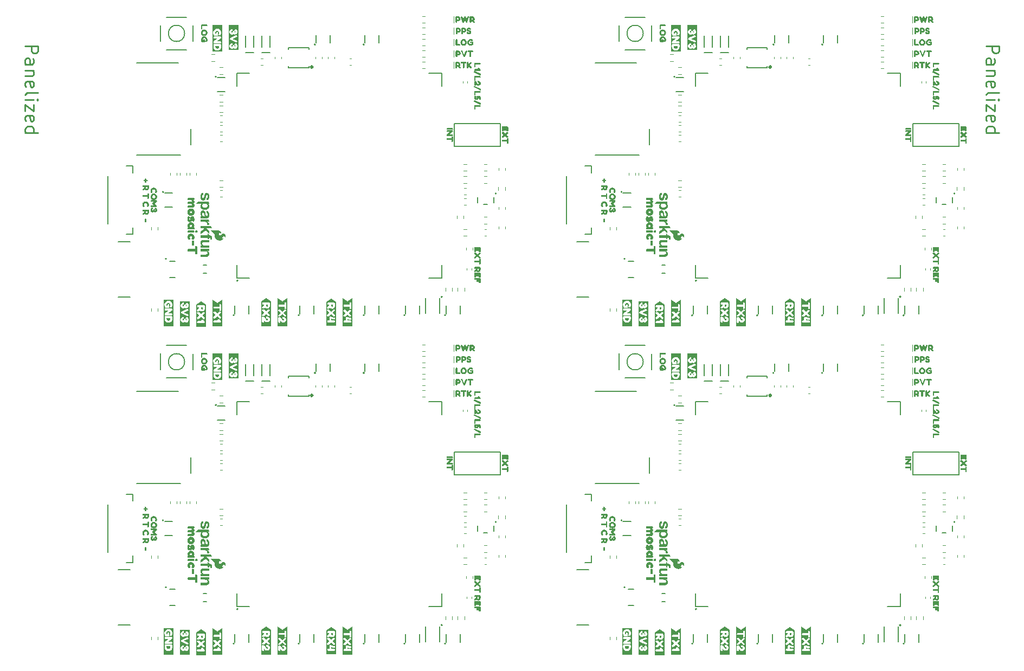
<source format=gto>
%TF.GenerationSoftware,KiCad,Pcbnew,9.0.0*%
%TF.CreationDate,2025-03-19T15:37:07+00:00*%
%TF.ProjectId,SparkFun_GNSS_mosaic-T_panelized,53706172-6b46-4756-9e5f-474e53535f6d,v01*%
%TF.SameCoordinates,Original*%
%TF.FileFunction,Legend,Top*%
%TF.FilePolarity,Positive*%
%FSLAX46Y46*%
G04 Gerber Fmt 4.6, Leading zero omitted, Abs format (unit mm)*
G04 Created by KiCad (PCBNEW 9.0.0) date 2025-03-19 15:37:07*
%MOMM*%
%LPD*%
G01*
G04 APERTURE LIST*
%ADD10C,0.250000*%
%ADD11C,0.200000*%
%ADD12C,0.127000*%
%ADD13C,0.203200*%
%ADD14C,0.177800*%
%ADD15C,0.120000*%
%ADD16C,0.000000*%
%ADD17C,0.152400*%
%ADD18C,0.300000*%
G04 APERTURE END LIST*
D10*
X-12207239Y96959337D02*
X-10207239Y96959337D01*
X-10207239Y96959337D02*
X-10207239Y96197432D01*
X-10207239Y96197432D02*
X-10302477Y96006956D01*
X-10302477Y96006956D02*
X-10397715Y95911718D01*
X-10397715Y95911718D02*
X-10588191Y95816480D01*
X-10588191Y95816480D02*
X-10873905Y95816480D01*
X-10873905Y95816480D02*
X-11064381Y95911718D01*
X-11064381Y95911718D02*
X-11159620Y96006956D01*
X-11159620Y96006956D02*
X-11254858Y96197432D01*
X-11254858Y96197432D02*
X-11254858Y96959337D01*
X-12207239Y94102194D02*
X-11159620Y94102194D01*
X-11159620Y94102194D02*
X-10969143Y94197432D01*
X-10969143Y94197432D02*
X-10873905Y94387908D01*
X-10873905Y94387908D02*
X-10873905Y94768861D01*
X-10873905Y94768861D02*
X-10969143Y94959337D01*
X-12112000Y94102194D02*
X-12207239Y94292670D01*
X-12207239Y94292670D02*
X-12207239Y94768861D01*
X-12207239Y94768861D02*
X-12112000Y94959337D01*
X-12112000Y94959337D02*
X-11921524Y95054575D01*
X-11921524Y95054575D02*
X-11731048Y95054575D01*
X-11731048Y95054575D02*
X-11540572Y94959337D01*
X-11540572Y94959337D02*
X-11445334Y94768861D01*
X-11445334Y94768861D02*
X-11445334Y94292670D01*
X-11445334Y94292670D02*
X-11350096Y94102194D01*
X-10873905Y93149813D02*
X-12207239Y93149813D01*
X-11064381Y93149813D02*
X-10969143Y93054575D01*
X-10969143Y93054575D02*
X-10873905Y92864099D01*
X-10873905Y92864099D02*
X-10873905Y92578384D01*
X-10873905Y92578384D02*
X-10969143Y92387908D01*
X-10969143Y92387908D02*
X-11159620Y92292670D01*
X-11159620Y92292670D02*
X-12207239Y92292670D01*
X-12112000Y90578384D02*
X-12207239Y90768860D01*
X-12207239Y90768860D02*
X-12207239Y91149813D01*
X-12207239Y91149813D02*
X-12112000Y91340289D01*
X-12112000Y91340289D02*
X-11921524Y91435527D01*
X-11921524Y91435527D02*
X-11159620Y91435527D01*
X-11159620Y91435527D02*
X-10969143Y91340289D01*
X-10969143Y91340289D02*
X-10873905Y91149813D01*
X-10873905Y91149813D02*
X-10873905Y90768860D01*
X-10873905Y90768860D02*
X-10969143Y90578384D01*
X-10969143Y90578384D02*
X-11159620Y90483146D01*
X-11159620Y90483146D02*
X-11350096Y90483146D01*
X-11350096Y90483146D02*
X-11540572Y91435527D01*
X-12207239Y89340289D02*
X-12112000Y89530765D01*
X-12112000Y89530765D02*
X-11921524Y89626003D01*
X-11921524Y89626003D02*
X-10207239Y89626003D01*
X-12207239Y88578384D02*
X-10873905Y88578384D01*
X-10207239Y88578384D02*
X-10302477Y88673622D01*
X-10302477Y88673622D02*
X-10397715Y88578384D01*
X-10397715Y88578384D02*
X-10302477Y88483146D01*
X-10302477Y88483146D02*
X-10207239Y88578384D01*
X-10207239Y88578384D02*
X-10397715Y88578384D01*
X-10873905Y87816479D02*
X-10873905Y86768860D01*
X-10873905Y86768860D02*
X-12207239Y87816479D01*
X-12207239Y87816479D02*
X-12207239Y86768860D01*
X-12112000Y85245050D02*
X-12207239Y85435526D01*
X-12207239Y85435526D02*
X-12207239Y85816479D01*
X-12207239Y85816479D02*
X-12112000Y86006955D01*
X-12112000Y86006955D02*
X-11921524Y86102193D01*
X-11921524Y86102193D02*
X-11159620Y86102193D01*
X-11159620Y86102193D02*
X-10969143Y86006955D01*
X-10969143Y86006955D02*
X-10873905Y85816479D01*
X-10873905Y85816479D02*
X-10873905Y85435526D01*
X-10873905Y85435526D02*
X-10969143Y85245050D01*
X-10969143Y85245050D02*
X-11159620Y85149812D01*
X-11159620Y85149812D02*
X-11350096Y85149812D01*
X-11350096Y85149812D02*
X-11540572Y86102193D01*
X-12207239Y83435526D02*
X-10207239Y83435526D01*
X-12112000Y83435526D02*
X-12207239Y83626002D01*
X-12207239Y83626002D02*
X-12207239Y84006955D01*
X-12207239Y84006955D02*
X-12112000Y84197431D01*
X-12112000Y84197431D02*
X-12016762Y84292669D01*
X-12016762Y84292669D02*
X-11826286Y84387907D01*
X-11826286Y84387907D02*
X-11254858Y84387907D01*
X-11254858Y84387907D02*
X-11064381Y84292669D01*
X-11064381Y84292669D02*
X-10969143Y84197431D01*
X-10969143Y84197431D02*
X-10873905Y84006955D01*
X-10873905Y84006955D02*
X-10873905Y83626002D01*
X-10873905Y83626002D02*
X-10969143Y83435526D01*
X137882761Y96959337D02*
X139882761Y96959337D01*
X139882761Y96959337D02*
X139882761Y96197432D01*
X139882761Y96197432D02*
X139787523Y96006956D01*
X139787523Y96006956D02*
X139692285Y95911718D01*
X139692285Y95911718D02*
X139501809Y95816480D01*
X139501809Y95816480D02*
X139216095Y95816480D01*
X139216095Y95816480D02*
X139025619Y95911718D01*
X139025619Y95911718D02*
X138930380Y96006956D01*
X138930380Y96006956D02*
X138835142Y96197432D01*
X138835142Y96197432D02*
X138835142Y96959337D01*
X137882761Y94102194D02*
X138930380Y94102194D01*
X138930380Y94102194D02*
X139120857Y94197432D01*
X139120857Y94197432D02*
X139216095Y94387908D01*
X139216095Y94387908D02*
X139216095Y94768861D01*
X139216095Y94768861D02*
X139120857Y94959337D01*
X137978000Y94102194D02*
X137882761Y94292670D01*
X137882761Y94292670D02*
X137882761Y94768861D01*
X137882761Y94768861D02*
X137978000Y94959337D01*
X137978000Y94959337D02*
X138168476Y95054575D01*
X138168476Y95054575D02*
X138358952Y95054575D01*
X138358952Y95054575D02*
X138549428Y94959337D01*
X138549428Y94959337D02*
X138644666Y94768861D01*
X138644666Y94768861D02*
X138644666Y94292670D01*
X138644666Y94292670D02*
X138739904Y94102194D01*
X139216095Y93149813D02*
X137882761Y93149813D01*
X139025619Y93149813D02*
X139120857Y93054575D01*
X139120857Y93054575D02*
X139216095Y92864099D01*
X139216095Y92864099D02*
X139216095Y92578384D01*
X139216095Y92578384D02*
X139120857Y92387908D01*
X139120857Y92387908D02*
X138930380Y92292670D01*
X138930380Y92292670D02*
X137882761Y92292670D01*
X137978000Y90578384D02*
X137882761Y90768860D01*
X137882761Y90768860D02*
X137882761Y91149813D01*
X137882761Y91149813D02*
X137978000Y91340289D01*
X137978000Y91340289D02*
X138168476Y91435527D01*
X138168476Y91435527D02*
X138930380Y91435527D01*
X138930380Y91435527D02*
X139120857Y91340289D01*
X139120857Y91340289D02*
X139216095Y91149813D01*
X139216095Y91149813D02*
X139216095Y90768860D01*
X139216095Y90768860D02*
X139120857Y90578384D01*
X139120857Y90578384D02*
X138930380Y90483146D01*
X138930380Y90483146D02*
X138739904Y90483146D01*
X138739904Y90483146D02*
X138549428Y91435527D01*
X137882761Y89340289D02*
X137978000Y89530765D01*
X137978000Y89530765D02*
X138168476Y89626003D01*
X138168476Y89626003D02*
X139882761Y89626003D01*
X137882761Y88578384D02*
X139216095Y88578384D01*
X139882761Y88578384D02*
X139787523Y88673622D01*
X139787523Y88673622D02*
X139692285Y88578384D01*
X139692285Y88578384D02*
X139787523Y88483146D01*
X139787523Y88483146D02*
X139882761Y88578384D01*
X139882761Y88578384D02*
X139692285Y88578384D01*
X139216095Y87816479D02*
X139216095Y86768860D01*
X139216095Y86768860D02*
X137882761Y87816479D01*
X137882761Y87816479D02*
X137882761Y86768860D01*
X137978000Y85245050D02*
X137882761Y85435526D01*
X137882761Y85435526D02*
X137882761Y85816479D01*
X137882761Y85816479D02*
X137978000Y86006955D01*
X137978000Y86006955D02*
X138168476Y86102193D01*
X138168476Y86102193D02*
X138930380Y86102193D01*
X138930380Y86102193D02*
X139120857Y86006955D01*
X139120857Y86006955D02*
X139216095Y85816479D01*
X139216095Y85816479D02*
X139216095Y85435526D01*
X139216095Y85435526D02*
X139120857Y85245050D01*
X139120857Y85245050D02*
X138930380Y85149812D01*
X138930380Y85149812D02*
X138739904Y85149812D01*
X138739904Y85149812D02*
X138549428Y86102193D01*
X137882761Y83435526D02*
X139882761Y83435526D01*
X137978000Y83435526D02*
X137882761Y83626002D01*
X137882761Y83626002D02*
X137882761Y84006955D01*
X137882761Y84006955D02*
X137978000Y84197431D01*
X137978000Y84197431D02*
X138073238Y84292669D01*
X138073238Y84292669D02*
X138263714Y84387907D01*
X138263714Y84387907D02*
X138835142Y84387907D01*
X138835142Y84387907D02*
X139025619Y84292669D01*
X139025619Y84292669D02*
X139120857Y84197431D01*
X139120857Y84197431D02*
X139216095Y84006955D01*
X139216095Y84006955D02*
X139216095Y83626002D01*
X139216095Y83626002D02*
X139120857Y83435526D01*
D11*
%TO.C,U2*%
X50310000Y3930000D02*
X50310000Y6230000D01*
X52560000Y6230000D02*
X52560000Y3930000D01*
X52935000Y6480000D02*
G75*
G02*
X52735000Y6480000I-100000J0D01*
G01*
X52735000Y6480000D02*
G75*
G02*
X52935000Y6480000I100000J0D01*
G01*
X121930000Y3930000D02*
X121930000Y6230000D01*
X124180000Y6230000D02*
X124180000Y3930000D01*
X124555000Y6480000D02*
G75*
G02*
X124355000Y6480000I-100000J0D01*
G01*
X124355000Y6480000D02*
G75*
G02*
X124555000Y6480000I100000J0D01*
G01*
X50310000Y55230000D02*
X50310000Y57530000D01*
X52560000Y57530000D02*
X52560000Y55230000D01*
X52935000Y57780000D02*
G75*
G02*
X52735000Y57780000I-100000J0D01*
G01*
X52735000Y57780000D02*
G75*
G02*
X52935000Y57780000I100000J0D01*
G01*
X121930000Y55230000D02*
X121930000Y57530000D01*
X124180000Y57530000D02*
X124180000Y55230000D01*
X124555000Y57780000D02*
G75*
G02*
X124355000Y57780000I-100000J0D01*
G01*
X124355000Y57780000D02*
G75*
G02*
X124555000Y57780000I100000J0D01*
G01*
D12*
%TO.C,D7*%
X33190000Y47336000D02*
X33190000Y46136000D01*
X35390000Y47336000D02*
X35390000Y46136000D01*
D11*
X33140000Y45886000D02*
G75*
G02*
X32940000Y45886000I-100000J0D01*
G01*
X32940000Y45886000D02*
G75*
G02*
X33140000Y45886000I100000J0D01*
G01*
D12*
X33190000Y98636000D02*
X33190000Y97436000D01*
X35390000Y98636000D02*
X35390000Y97436000D01*
D11*
X33140000Y97186000D02*
G75*
G02*
X32940000Y97186000I-100000J0D01*
G01*
X32940000Y97186000D02*
G75*
G02*
X33140000Y97186000I100000J0D01*
G01*
D12*
X104810000Y98636000D02*
X104810000Y97436000D01*
X107010000Y98636000D02*
X107010000Y97436000D01*
D11*
X104760000Y97186000D02*
G75*
G02*
X104560000Y97186000I-100000J0D01*
G01*
X104560000Y97186000D02*
G75*
G02*
X104760000Y97186000I100000J0D01*
G01*
D12*
X104810000Y47336000D02*
X104810000Y46136000D01*
X107010000Y47336000D02*
X107010000Y46136000D01*
D11*
X104760000Y45886000D02*
G75*
G02*
X104560000Y45886000I-100000J0D01*
G01*
X104560000Y45886000D02*
G75*
G02*
X104760000Y45886000I100000J0D01*
G01*
D13*
%TO.C,D17*%
X10365600Y12065000D02*
X11224400Y12065000D01*
X11224400Y9525000D02*
X10365600Y9525000D01*
D11*
X9879000Y12395200D02*
G75*
G02*
X9679000Y12395200I-100000J0D01*
G01*
X9679000Y12395200D02*
G75*
G02*
X9879000Y12395200I100000J0D01*
G01*
D13*
X10365600Y63365000D02*
X11224400Y63365000D01*
X11224400Y60825000D02*
X10365600Y60825000D01*
D11*
X9879000Y63695200D02*
G75*
G02*
X9679000Y63695200I-100000J0D01*
G01*
X9679000Y63695200D02*
G75*
G02*
X9879000Y63695200I100000J0D01*
G01*
D13*
X81985600Y12065000D02*
X82844400Y12065000D01*
X82844400Y9525000D02*
X81985600Y9525000D01*
D11*
X81499000Y12395200D02*
G75*
G02*
X81299000Y12395200I-100000J0D01*
G01*
X81299000Y12395200D02*
G75*
G02*
X81499000Y12395200I100000J0D01*
G01*
D13*
X81985600Y63365000D02*
X82844400Y63365000D01*
X82844400Y60825000D02*
X81985600Y60825000D01*
D11*
X81499000Y63695200D02*
G75*
G02*
X81299000Y63695200I-100000J0D01*
G01*
X81299000Y63695200D02*
G75*
G02*
X81499000Y63695200I100000J0D01*
G01*
D14*
%TO.C,U1*%
X20830000Y41400000D02*
X22830000Y41400000D01*
X20830000Y39400000D02*
X20830000Y41400000D01*
X20830000Y9400000D02*
X20830000Y11400000D01*
X22830000Y9400000D02*
X20830000Y9400000D01*
X50830000Y41400000D02*
X52830000Y41400000D01*
X52830000Y41400000D02*
X52830000Y39400000D01*
X52830000Y11400000D02*
X52830000Y9400000D01*
X52830000Y9400000D02*
X50830000Y9400000D01*
D11*
X21030000Y9000000D02*
G75*
G02*
X20830000Y9000000I-100000J0D01*
G01*
X20830000Y9000000D02*
G75*
G02*
X21030000Y9000000I100000J0D01*
G01*
D14*
X20830000Y92700000D02*
X22830000Y92700000D01*
X20830000Y90700000D02*
X20830000Y92700000D01*
X20830000Y60700000D02*
X20830000Y62700000D01*
X22830000Y60700000D02*
X20830000Y60700000D01*
X50830000Y92700000D02*
X52830000Y92700000D01*
X52830000Y92700000D02*
X52830000Y90700000D01*
X52830000Y62700000D02*
X52830000Y60700000D01*
X52830000Y60700000D02*
X50830000Y60700000D01*
D11*
X21030000Y60300000D02*
G75*
G02*
X20830000Y60300000I-100000J0D01*
G01*
X20830000Y60300000D02*
G75*
G02*
X21030000Y60300000I100000J0D01*
G01*
D14*
X92450000Y92700000D02*
X94450000Y92700000D01*
X92450000Y90700000D02*
X92450000Y92700000D01*
X92450000Y60700000D02*
X92450000Y62700000D01*
X94450000Y60700000D02*
X92450000Y60700000D01*
X122450000Y92700000D02*
X124450000Y92700000D01*
X124450000Y92700000D02*
X124450000Y90700000D01*
X124450000Y62700000D02*
X124450000Y60700000D01*
X124450000Y60700000D02*
X122450000Y60700000D01*
D11*
X92650000Y60300000D02*
G75*
G02*
X92450000Y60300000I-100000J0D01*
G01*
X92450000Y60300000D02*
G75*
G02*
X92650000Y60300000I100000J0D01*
G01*
D14*
X92450000Y41400000D02*
X94450000Y41400000D01*
X92450000Y39400000D02*
X92450000Y41400000D01*
X92450000Y9400000D02*
X92450000Y11400000D01*
X94450000Y9400000D02*
X92450000Y9400000D01*
X122450000Y41400000D02*
X124450000Y41400000D01*
X124450000Y41400000D02*
X124450000Y39400000D01*
X124450000Y11400000D02*
X124450000Y9400000D01*
X124450000Y9400000D02*
X122450000Y9400000D01*
D11*
X92650000Y9000000D02*
G75*
G02*
X92450000Y9000000I-100000J0D01*
G01*
X92450000Y9000000D02*
G75*
G02*
X92650000Y9000000I100000J0D01*
G01*
D12*
%TO.C,D13*%
X20490000Y5045000D02*
X20490000Y3845000D01*
X22690000Y5045000D02*
X22690000Y3845000D01*
D11*
X20440000Y3595000D02*
G75*
G02*
X20240000Y3595000I-100000J0D01*
G01*
X20240000Y3595000D02*
G75*
G02*
X20440000Y3595000I100000J0D01*
G01*
D12*
X92110000Y5045000D02*
X92110000Y3845000D01*
X94310000Y5045000D02*
X94310000Y3845000D01*
D11*
X92060000Y3595000D02*
G75*
G02*
X91860000Y3595000I-100000J0D01*
G01*
X91860000Y3595000D02*
G75*
G02*
X92060000Y3595000I100000J0D01*
G01*
D12*
X92110000Y56345000D02*
X92110000Y55145000D01*
X94310000Y56345000D02*
X94310000Y55145000D01*
D11*
X92060000Y54895000D02*
G75*
G02*
X91860000Y54895000I-100000J0D01*
G01*
X91860000Y54895000D02*
G75*
G02*
X92060000Y54895000I100000J0D01*
G01*
D12*
X20490000Y56345000D02*
X20490000Y55145000D01*
X22690000Y56345000D02*
X22690000Y55145000D01*
D11*
X20440000Y54895000D02*
G75*
G02*
X20240000Y54895000I-100000J0D01*
G01*
X20240000Y54895000D02*
G75*
G02*
X20440000Y54895000I100000J0D01*
G01*
D15*
%TO.C,C17*%
X35050000Y43674420D02*
X35050000Y43955580D01*
X36070000Y43674420D02*
X36070000Y43955580D01*
X106670000Y43674420D02*
X106670000Y43955580D01*
X107690000Y43674420D02*
X107690000Y43955580D01*
X106670000Y94974420D02*
X106670000Y95255580D01*
X107690000Y94974420D02*
X107690000Y95255580D01*
X35050000Y94974420D02*
X35050000Y95255580D01*
X36070000Y94974420D02*
X36070000Y95255580D01*
D16*
%TO.C,kibuzzard-67D044BC*%
G36*
X21086237Y48346223D02*
G01*
X21086237Y45204592D01*
X21086237Y45061531D01*
X19553763Y45061531D01*
X19553763Y45204592D01*
X19553763Y45668112D01*
X19696824Y45668112D01*
X19709700Y45541931D01*
X19748326Y45431202D01*
X19812704Y45335923D01*
X19896729Y45262961D01*
X19994297Y45219185D01*
X20105408Y45204592D01*
X20187811Y45216180D01*
X20256481Y45250944D01*
X20349185Y45347082D01*
X20434592Y45258240D01*
X20560343Y45228627D01*
X20652475Y45241884D01*
X20738884Y45281655D01*
X20819571Y45347940D01*
X20884425Y45436543D01*
X20923338Y45543267D01*
X20936309Y45668112D01*
X20928584Y45763391D01*
X20907983Y45842361D01*
X20877940Y45905880D01*
X20842747Y45956524D01*
X20805837Y45994292D01*
X20771502Y46021760D01*
X20743176Y46038927D01*
X20724292Y46048369D01*
X20718283Y46050944D01*
X20599828Y46075837D01*
X20505408Y45990858D01*
X20474697Y45898918D01*
X20494726Y45826814D01*
X20565494Y45774549D01*
X20616996Y45724764D01*
X20634163Y45650944D01*
X20612704Y45572833D01*
X20553476Y45544506D01*
X20509700Y45569399D01*
X20498541Y45649227D01*
X20498541Y45661245D01*
X20495966Y45716180D01*
X20481373Y45759957D01*
X20436738Y45796009D01*
X20350901Y45807167D01*
X20275365Y45796867D01*
X20230730Y45776266D01*
X20209270Y45737639D01*
X20201545Y45698155D01*
X20201545Y45650944D01*
X20176652Y45551803D01*
X20101974Y45518755D01*
X20030730Y45559099D01*
X20004120Y45666395D01*
X20013562Y45727339D01*
X20034163Y45768541D01*
X20059914Y45794292D01*
X20080515Y45807167D01*
X20089957Y45810601D01*
X20170644Y45860386D01*
X20189528Y45954807D01*
X20162489Y46083562D01*
X20081373Y46126481D01*
X19983615Y46111221D01*
X19894058Y46065441D01*
X19812704Y45989142D01*
X19748326Y45892432D01*
X19709700Y45785422D01*
X19696824Y45668112D01*
X19553763Y45668112D01*
X19553763Y46771974D01*
X19719142Y46771974D01*
X19742318Y46683562D01*
X19804979Y46624335D01*
X20699399Y46217468D01*
X20817854Y46197725D01*
X20900258Y46296438D01*
X20925150Y46423476D01*
X20828155Y46504163D01*
X20160343Y46775408D01*
X20828155Y47046652D01*
X20926009Y47125622D01*
X20900258Y47254378D01*
X20818712Y47350515D01*
X20699399Y47333348D01*
X19804979Y46926481D01*
X19740601Y46868112D01*
X19719142Y46771974D01*
X19553763Y46771974D01*
X19553763Y47887854D01*
X19696824Y47887854D01*
X19709700Y47761674D01*
X19748326Y47650944D01*
X19812704Y47555665D01*
X19896729Y47482704D01*
X19994297Y47438927D01*
X20105408Y47424335D01*
X20187811Y47435923D01*
X20256481Y47470687D01*
X20349185Y47566824D01*
X20434592Y47477983D01*
X20560343Y47448369D01*
X20652475Y47461626D01*
X20738884Y47501397D01*
X20819571Y47567682D01*
X20884425Y47656285D01*
X20923338Y47763009D01*
X20936309Y47887854D01*
X20928584Y47983133D01*
X20907983Y48062103D01*
X20877940Y48125622D01*
X20842747Y48176266D01*
X20805837Y48214034D01*
X20771502Y48241502D01*
X20743176Y48258670D01*
X20724292Y48268112D01*
X20718283Y48270687D01*
X20599828Y48295579D01*
X20505408Y48210601D01*
X20474697Y48118660D01*
X20494726Y48046557D01*
X20565494Y47994292D01*
X20616996Y47944506D01*
X20634163Y47870687D01*
X20612704Y47792575D01*
X20553476Y47764249D01*
X20509700Y47789142D01*
X20498541Y47868970D01*
X20498541Y47880987D01*
X20495966Y47935923D01*
X20481373Y47979700D01*
X20436738Y48015751D01*
X20350901Y48026910D01*
X20275365Y48016609D01*
X20230730Y47996009D01*
X20209270Y47957382D01*
X20201545Y47917897D01*
X20201545Y47870687D01*
X20176652Y47771545D01*
X20101974Y47738498D01*
X20030730Y47778841D01*
X20004120Y47886137D01*
X20013562Y47947082D01*
X20034163Y47988283D01*
X20059914Y48014034D01*
X20080515Y48026910D01*
X20089957Y48030343D01*
X20170644Y48080129D01*
X20189528Y48174549D01*
X20162489Y48303305D01*
X20081373Y48346223D01*
X19983615Y48330963D01*
X19894058Y48285184D01*
X19812704Y48208884D01*
X19748326Y48112175D01*
X19709700Y48005165D01*
X19696824Y47887854D01*
X19553763Y47887854D01*
X19553763Y48346223D01*
X19553763Y48918469D01*
X21086237Y48918469D01*
X21086237Y48346223D01*
G37*
G36*
X92706237Y48346223D02*
G01*
X92706237Y45204592D01*
X92706237Y45061531D01*
X91173763Y45061531D01*
X91173763Y45204592D01*
X91173763Y45668112D01*
X91316824Y45668112D01*
X91329700Y45541931D01*
X91368326Y45431202D01*
X91432704Y45335923D01*
X91516729Y45262961D01*
X91614297Y45219185D01*
X91725408Y45204592D01*
X91807811Y45216180D01*
X91876481Y45250944D01*
X91969185Y45347082D01*
X92054592Y45258240D01*
X92180343Y45228627D01*
X92272475Y45241884D01*
X92358884Y45281655D01*
X92439571Y45347940D01*
X92504425Y45436543D01*
X92543338Y45543267D01*
X92556309Y45668112D01*
X92548584Y45763391D01*
X92527983Y45842361D01*
X92497940Y45905880D01*
X92462747Y45956524D01*
X92425837Y45994292D01*
X92391502Y46021760D01*
X92363176Y46038927D01*
X92344292Y46048369D01*
X92338283Y46050944D01*
X92219828Y46075837D01*
X92125408Y45990858D01*
X92094697Y45898918D01*
X92114726Y45826814D01*
X92185494Y45774549D01*
X92236996Y45724764D01*
X92254163Y45650944D01*
X92232704Y45572833D01*
X92173476Y45544506D01*
X92129700Y45569399D01*
X92118541Y45649227D01*
X92118541Y45661245D01*
X92115966Y45716180D01*
X92101373Y45759957D01*
X92056738Y45796009D01*
X91970901Y45807167D01*
X91895365Y45796867D01*
X91850730Y45776266D01*
X91829270Y45737639D01*
X91821545Y45698155D01*
X91821545Y45650944D01*
X91796652Y45551803D01*
X91721974Y45518755D01*
X91650730Y45559099D01*
X91624120Y45666395D01*
X91633562Y45727339D01*
X91654163Y45768541D01*
X91679914Y45794292D01*
X91700515Y45807167D01*
X91709957Y45810601D01*
X91790644Y45860386D01*
X91809528Y45954807D01*
X91782489Y46083562D01*
X91701373Y46126481D01*
X91603615Y46111221D01*
X91514058Y46065441D01*
X91432704Y45989142D01*
X91368326Y45892432D01*
X91329700Y45785422D01*
X91316824Y45668112D01*
X91173763Y45668112D01*
X91173763Y46771974D01*
X91339142Y46771974D01*
X91362318Y46683562D01*
X91424979Y46624335D01*
X92319399Y46217468D01*
X92437854Y46197725D01*
X92520258Y46296438D01*
X92545150Y46423476D01*
X92448155Y46504163D01*
X91780343Y46775408D01*
X92448155Y47046652D01*
X92546009Y47125622D01*
X92520258Y47254378D01*
X92438712Y47350515D01*
X92319399Y47333348D01*
X91424979Y46926481D01*
X91360601Y46868112D01*
X91339142Y46771974D01*
X91173763Y46771974D01*
X91173763Y47887854D01*
X91316824Y47887854D01*
X91329700Y47761674D01*
X91368326Y47650944D01*
X91432704Y47555665D01*
X91516729Y47482704D01*
X91614297Y47438927D01*
X91725408Y47424335D01*
X91807811Y47435923D01*
X91876481Y47470687D01*
X91969185Y47566824D01*
X92054592Y47477983D01*
X92180343Y47448369D01*
X92272475Y47461626D01*
X92358884Y47501397D01*
X92439571Y47567682D01*
X92504425Y47656285D01*
X92543338Y47763009D01*
X92556309Y47887854D01*
X92548584Y47983133D01*
X92527983Y48062103D01*
X92497940Y48125622D01*
X92462747Y48176266D01*
X92425837Y48214034D01*
X92391502Y48241502D01*
X92363176Y48258670D01*
X92344292Y48268112D01*
X92338283Y48270687D01*
X92219828Y48295579D01*
X92125408Y48210601D01*
X92094697Y48118660D01*
X92114726Y48046557D01*
X92185494Y47994292D01*
X92236996Y47944506D01*
X92254163Y47870687D01*
X92232704Y47792575D01*
X92173476Y47764249D01*
X92129700Y47789142D01*
X92118541Y47868970D01*
X92118541Y47880987D01*
X92115966Y47935923D01*
X92101373Y47979700D01*
X92056738Y48015751D01*
X91970901Y48026910D01*
X91895365Y48016609D01*
X91850730Y47996009D01*
X91829270Y47957382D01*
X91821545Y47917897D01*
X91821545Y47870687D01*
X91796652Y47771545D01*
X91721974Y47738498D01*
X91650730Y47778841D01*
X91624120Y47886137D01*
X91633562Y47947082D01*
X91654163Y47988283D01*
X91679914Y48014034D01*
X91700515Y48026910D01*
X91709957Y48030343D01*
X91790644Y48080129D01*
X91809528Y48174549D01*
X91782489Y48303305D01*
X91701373Y48346223D01*
X91603615Y48330963D01*
X91514058Y48285184D01*
X91432704Y48208884D01*
X91368326Y48112175D01*
X91329700Y48005165D01*
X91316824Y47887854D01*
X91173763Y47887854D01*
X91173763Y48346223D01*
X91173763Y48918469D01*
X92706237Y48918469D01*
X92706237Y48346223D01*
G37*
G36*
X92706237Y99646223D02*
G01*
X92706237Y96504592D01*
X92706237Y96361531D01*
X91173763Y96361531D01*
X91173763Y96504592D01*
X91173763Y96968112D01*
X91316824Y96968112D01*
X91329700Y96841931D01*
X91368326Y96731202D01*
X91432704Y96635923D01*
X91516729Y96562961D01*
X91614297Y96519185D01*
X91725408Y96504592D01*
X91807811Y96516180D01*
X91876481Y96550944D01*
X91969185Y96647082D01*
X92054592Y96558240D01*
X92180343Y96528627D01*
X92272475Y96541884D01*
X92358884Y96581655D01*
X92439571Y96647940D01*
X92504425Y96736543D01*
X92543338Y96843267D01*
X92556309Y96968112D01*
X92548584Y97063391D01*
X92527983Y97142361D01*
X92497940Y97205880D01*
X92462747Y97256524D01*
X92425837Y97294292D01*
X92391502Y97321760D01*
X92363176Y97338927D01*
X92344292Y97348369D01*
X92338283Y97350944D01*
X92219828Y97375837D01*
X92125408Y97290858D01*
X92094697Y97198918D01*
X92114726Y97126814D01*
X92185494Y97074549D01*
X92236996Y97024764D01*
X92254163Y96950944D01*
X92232704Y96872833D01*
X92173476Y96844506D01*
X92129700Y96869399D01*
X92118541Y96949227D01*
X92118541Y96961245D01*
X92115966Y97016180D01*
X92101373Y97059957D01*
X92056738Y97096009D01*
X91970901Y97107167D01*
X91895365Y97096867D01*
X91850730Y97076266D01*
X91829270Y97037639D01*
X91821545Y96998155D01*
X91821545Y96950944D01*
X91796652Y96851803D01*
X91721974Y96818755D01*
X91650730Y96859099D01*
X91624120Y96966395D01*
X91633562Y97027339D01*
X91654163Y97068541D01*
X91679914Y97094292D01*
X91700515Y97107167D01*
X91709957Y97110601D01*
X91790644Y97160386D01*
X91809528Y97254807D01*
X91782489Y97383562D01*
X91701373Y97426481D01*
X91603615Y97411221D01*
X91514058Y97365441D01*
X91432704Y97289142D01*
X91368326Y97192432D01*
X91329700Y97085422D01*
X91316824Y96968112D01*
X91173763Y96968112D01*
X91173763Y98071974D01*
X91339142Y98071974D01*
X91362318Y97983562D01*
X91424979Y97924335D01*
X92319399Y97517468D01*
X92437854Y97497725D01*
X92520258Y97596438D01*
X92545150Y97723476D01*
X92448155Y97804163D01*
X91780343Y98075408D01*
X92448155Y98346652D01*
X92546009Y98425622D01*
X92520258Y98554378D01*
X92438712Y98650515D01*
X92319399Y98633348D01*
X91424979Y98226481D01*
X91360601Y98168112D01*
X91339142Y98071974D01*
X91173763Y98071974D01*
X91173763Y99187854D01*
X91316824Y99187854D01*
X91329700Y99061674D01*
X91368326Y98950944D01*
X91432704Y98855665D01*
X91516729Y98782704D01*
X91614297Y98738927D01*
X91725408Y98724335D01*
X91807811Y98735923D01*
X91876481Y98770687D01*
X91969185Y98866824D01*
X92054592Y98777983D01*
X92180343Y98748369D01*
X92272475Y98761626D01*
X92358884Y98801397D01*
X92439571Y98867682D01*
X92504425Y98956285D01*
X92543338Y99063009D01*
X92556309Y99187854D01*
X92548584Y99283133D01*
X92527983Y99362103D01*
X92497940Y99425622D01*
X92462747Y99476266D01*
X92425837Y99514034D01*
X92391502Y99541502D01*
X92363176Y99558670D01*
X92344292Y99568112D01*
X92338283Y99570687D01*
X92219828Y99595579D01*
X92125408Y99510601D01*
X92094697Y99418660D01*
X92114726Y99346557D01*
X92185494Y99294292D01*
X92236996Y99244506D01*
X92254163Y99170687D01*
X92232704Y99092575D01*
X92173476Y99064249D01*
X92129700Y99089142D01*
X92118541Y99168970D01*
X92118541Y99180987D01*
X92115966Y99235923D01*
X92101373Y99279700D01*
X92056738Y99315751D01*
X91970901Y99326910D01*
X91895365Y99316609D01*
X91850730Y99296009D01*
X91829270Y99257382D01*
X91821545Y99217897D01*
X91821545Y99170687D01*
X91796652Y99071545D01*
X91721974Y99038498D01*
X91650730Y99078841D01*
X91624120Y99186137D01*
X91633562Y99247082D01*
X91654163Y99288283D01*
X91679914Y99314034D01*
X91700515Y99326910D01*
X91709957Y99330343D01*
X91790644Y99380129D01*
X91809528Y99474549D01*
X91782489Y99603305D01*
X91701373Y99646223D01*
X91603615Y99630963D01*
X91514058Y99585184D01*
X91432704Y99508884D01*
X91368326Y99412175D01*
X91329700Y99305165D01*
X91316824Y99187854D01*
X91173763Y99187854D01*
X91173763Y99646223D01*
X91173763Y100218469D01*
X92706237Y100218469D01*
X92706237Y99646223D01*
G37*
G36*
X21086237Y99646223D02*
G01*
X21086237Y96504592D01*
X21086237Y96361531D01*
X19553763Y96361531D01*
X19553763Y96504592D01*
X19553763Y96968112D01*
X19696824Y96968112D01*
X19709700Y96841931D01*
X19748326Y96731202D01*
X19812704Y96635923D01*
X19896729Y96562961D01*
X19994297Y96519185D01*
X20105408Y96504592D01*
X20187811Y96516180D01*
X20256481Y96550944D01*
X20349185Y96647082D01*
X20434592Y96558240D01*
X20560343Y96528627D01*
X20652475Y96541884D01*
X20738884Y96581655D01*
X20819571Y96647940D01*
X20884425Y96736543D01*
X20923338Y96843267D01*
X20936309Y96968112D01*
X20928584Y97063391D01*
X20907983Y97142361D01*
X20877940Y97205880D01*
X20842747Y97256524D01*
X20805837Y97294292D01*
X20771502Y97321760D01*
X20743176Y97338927D01*
X20724292Y97348369D01*
X20718283Y97350944D01*
X20599828Y97375837D01*
X20505408Y97290858D01*
X20474697Y97198918D01*
X20494726Y97126814D01*
X20565494Y97074549D01*
X20616996Y97024764D01*
X20634163Y96950944D01*
X20612704Y96872833D01*
X20553476Y96844506D01*
X20509700Y96869399D01*
X20498541Y96949227D01*
X20498541Y96961245D01*
X20495966Y97016180D01*
X20481373Y97059957D01*
X20436738Y97096009D01*
X20350901Y97107167D01*
X20275365Y97096867D01*
X20230730Y97076266D01*
X20209270Y97037639D01*
X20201545Y96998155D01*
X20201545Y96950944D01*
X20176652Y96851803D01*
X20101974Y96818755D01*
X20030730Y96859099D01*
X20004120Y96966395D01*
X20013562Y97027339D01*
X20034163Y97068541D01*
X20059914Y97094292D01*
X20080515Y97107167D01*
X20089957Y97110601D01*
X20170644Y97160386D01*
X20189528Y97254807D01*
X20162489Y97383562D01*
X20081373Y97426481D01*
X19983615Y97411221D01*
X19894058Y97365441D01*
X19812704Y97289142D01*
X19748326Y97192432D01*
X19709700Y97085422D01*
X19696824Y96968112D01*
X19553763Y96968112D01*
X19553763Y98071974D01*
X19719142Y98071974D01*
X19742318Y97983562D01*
X19804979Y97924335D01*
X20699399Y97517468D01*
X20817854Y97497725D01*
X20900258Y97596438D01*
X20925150Y97723476D01*
X20828155Y97804163D01*
X20160343Y98075408D01*
X20828155Y98346652D01*
X20926009Y98425622D01*
X20900258Y98554378D01*
X20818712Y98650515D01*
X20699399Y98633348D01*
X19804979Y98226481D01*
X19740601Y98168112D01*
X19719142Y98071974D01*
X19553763Y98071974D01*
X19553763Y99187854D01*
X19696824Y99187854D01*
X19709700Y99061674D01*
X19748326Y98950944D01*
X19812704Y98855665D01*
X19896729Y98782704D01*
X19994297Y98738927D01*
X20105408Y98724335D01*
X20187811Y98735923D01*
X20256481Y98770687D01*
X20349185Y98866824D01*
X20434592Y98777983D01*
X20560343Y98748369D01*
X20652475Y98761626D01*
X20738884Y98801397D01*
X20819571Y98867682D01*
X20884425Y98956285D01*
X20923338Y99063009D01*
X20936309Y99187854D01*
X20928584Y99283133D01*
X20907983Y99362103D01*
X20877940Y99425622D01*
X20842747Y99476266D01*
X20805837Y99514034D01*
X20771502Y99541502D01*
X20743176Y99558670D01*
X20724292Y99568112D01*
X20718283Y99570687D01*
X20599828Y99595579D01*
X20505408Y99510601D01*
X20474697Y99418660D01*
X20494726Y99346557D01*
X20565494Y99294292D01*
X20616996Y99244506D01*
X20634163Y99170687D01*
X20612704Y99092575D01*
X20553476Y99064249D01*
X20509700Y99089142D01*
X20498541Y99168970D01*
X20498541Y99180987D01*
X20495966Y99235923D01*
X20481373Y99279700D01*
X20436738Y99315751D01*
X20350901Y99326910D01*
X20275365Y99316609D01*
X20230730Y99296009D01*
X20209270Y99257382D01*
X20201545Y99217897D01*
X20201545Y99170687D01*
X20176652Y99071545D01*
X20101974Y99038498D01*
X20030730Y99078841D01*
X20004120Y99186137D01*
X20013562Y99247082D01*
X20034163Y99288283D01*
X20059914Y99314034D01*
X20080515Y99326910D01*
X20089957Y99330343D01*
X20170644Y99380129D01*
X20189528Y99474549D01*
X20162489Y99603305D01*
X20081373Y99646223D01*
X19983615Y99630963D01*
X19894058Y99585184D01*
X19812704Y99508884D01*
X19748326Y99412175D01*
X19709700Y99305165D01*
X19696824Y99187854D01*
X19553763Y99187854D01*
X19553763Y99646223D01*
X19553763Y100218469D01*
X21086237Y100218469D01*
X21086237Y99646223D01*
G37*
D15*
%TO.C,C1*%
X18555580Y34800000D02*
X18274420Y34800000D01*
X18555580Y33780000D02*
X18274420Y33780000D01*
X18555580Y86100000D02*
X18274420Y86100000D01*
X18555580Y85080000D02*
X18274420Y85080000D01*
X90175580Y86100000D02*
X89894420Y86100000D01*
X90175580Y85080000D02*
X89894420Y85080000D01*
X90175580Y34800000D02*
X89894420Y34800000D01*
X90175580Y33780000D02*
X89894420Y33780000D01*
D12*
%TO.C,D1*%
X19015000Y40724000D02*
X17815000Y40724000D01*
X19015000Y38524000D02*
X17815000Y38524000D01*
D11*
X17665000Y40874000D02*
G75*
G02*
X17465000Y40874000I-100000J0D01*
G01*
X17465000Y40874000D02*
G75*
G02*
X17665000Y40874000I100000J0D01*
G01*
D12*
X90635000Y40724000D02*
X89435000Y40724000D01*
X90635000Y38524000D02*
X89435000Y38524000D01*
D11*
X89285000Y40874000D02*
G75*
G02*
X89085000Y40874000I-100000J0D01*
G01*
X89085000Y40874000D02*
G75*
G02*
X89285000Y40874000I100000J0D01*
G01*
D12*
X19015000Y92024000D02*
X17815000Y92024000D01*
X19015000Y89824000D02*
X17815000Y89824000D01*
D11*
X17665000Y92174000D02*
G75*
G02*
X17465000Y92174000I-100000J0D01*
G01*
X17465000Y92174000D02*
G75*
G02*
X17665000Y92174000I100000J0D01*
G01*
D12*
X90635000Y92024000D02*
X89435000Y92024000D01*
X90635000Y89824000D02*
X89435000Y89824000D01*
D11*
X89285000Y92174000D02*
G75*
G02*
X89085000Y92174000I-100000J0D01*
G01*
X89085000Y92174000D02*
G75*
G02*
X89285000Y92174000I100000J0D01*
G01*
D16*
%TO.C,kibuzzard-67D02298*%
G36*
X55224910Y46717986D02*
G01*
X55264967Y46685082D01*
X55278558Y46645740D01*
X55280704Y46596383D01*
X55280704Y45949745D01*
X55629774Y45949745D01*
X55670546Y45947599D01*
X55703451Y45936155D01*
X55731348Y45902535D01*
X55739931Y45838157D01*
X55731348Y45775210D01*
X55703451Y45740876D01*
X55669116Y45728715D01*
X55628343Y45726569D01*
X55149087Y45726569D01*
X55074695Y45736584D01*
X55034638Y45769488D01*
X55021047Y45808830D01*
X55018901Y45858186D01*
X55018901Y46597814D01*
X55021047Y46645740D01*
X55034638Y46685082D01*
X55074695Y46717986D01*
X55150518Y46728000D01*
X55224910Y46717986D01*
G37*
G36*
X56372621Y46730101D02*
G01*
X56465253Y46702070D01*
X56550017Y46655352D01*
X56626913Y46589946D01*
X56690754Y46511038D01*
X56736355Y46423815D01*
X56763715Y46328277D01*
X56772835Y46224423D01*
X56763849Y46122358D01*
X56736891Y46027893D01*
X56691961Y45941028D01*
X56629059Y45861763D01*
X56553549Y45795731D01*
X56470797Y45748565D01*
X56380802Y45720266D01*
X56283565Y45710833D01*
X56276412Y45711498D01*
X56183601Y45720132D01*
X56091147Y45748029D01*
X56006205Y45794524D01*
X55928773Y45859617D01*
X55864305Y45937853D01*
X55818258Y46023780D01*
X55790629Y46117396D01*
X55781419Y46218701D01*
X55781908Y46224423D01*
X56043222Y46224423D01*
X56060568Y46128572D01*
X56112607Y46047027D01*
X56188250Y45991233D01*
X56276412Y45972635D01*
X56367435Y45990697D01*
X56443079Y46044881D01*
X56494044Y46125890D01*
X56511033Y46224423D01*
X56493866Y46322242D01*
X56442363Y46403966D01*
X56366898Y46459223D01*
X56277843Y46477642D01*
X56187714Y46459223D01*
X56111891Y46403966D01*
X56060389Y46322242D01*
X56043222Y46224423D01*
X55781908Y46224423D01*
X55790361Y46323315D01*
X55817185Y46419702D01*
X55861891Y46507864D01*
X55924481Y46587800D01*
X55999856Y46654144D01*
X56082921Y46701534D01*
X56173676Y46729967D01*
X56272120Y46739445D01*
X56372621Y46730101D01*
G37*
G36*
X57430740Y46739981D02*
G01*
X57510318Y46724423D01*
X57585604Y46699567D01*
X57646941Y46666484D01*
X57686999Y46637871D01*
X57713465Y46607828D01*
X57727056Y46566340D01*
X57694152Y46486226D01*
X57641219Y46429359D01*
X57588286Y46410403D01*
X57511033Y46443308D01*
X57437714Y46473351D01*
X57349373Y46483365D01*
X57255310Y46465661D01*
X57176269Y46412549D01*
X57122621Y46333687D01*
X57104738Y46238730D01*
X57123336Y46140732D01*
X57179130Y46055611D01*
X57259602Y45996598D01*
X57352235Y45976927D01*
X57434495Y45981577D01*
X57495296Y45995525D01*
X57495296Y46118558D01*
X57389431Y46118558D01*
X57350804Y46120704D01*
X57320761Y46132149D01*
X57296441Y46165768D01*
X57289288Y46230146D01*
X57297156Y46293093D01*
X57323622Y46326712D01*
X57355096Y46338157D01*
X57393722Y46340303D01*
X57644080Y46340303D01*
X57699159Y46330289D01*
X57732778Y46311691D01*
X57749946Y46283079D01*
X57756383Y46251605D01*
X57757099Y46215840D01*
X57757099Y45922564D01*
X57722764Y45840303D01*
X57682349Y45801140D01*
X57629774Y45768057D01*
X57550613Y45737061D01*
X57456193Y45718463D01*
X57346512Y45712263D01*
X57247084Y45722009D01*
X57154810Y45751247D01*
X57069688Y45799978D01*
X56991720Y45868200D01*
X56926627Y45950014D01*
X56880132Y46039516D01*
X56852235Y46136709D01*
X56842936Y46241591D01*
X56852369Y46341600D01*
X56880668Y46434187D01*
X56927834Y46519354D01*
X56993866Y46597099D01*
X57073131Y46661879D01*
X57159996Y46708150D01*
X57254461Y46735913D01*
X57356526Y46745167D01*
X57430740Y46739981D01*
G37*
G36*
X55224910Y98017986D02*
G01*
X55264967Y97985082D01*
X55278558Y97945740D01*
X55280704Y97896383D01*
X55280704Y97249745D01*
X55629774Y97249745D01*
X55670546Y97247599D01*
X55703451Y97236155D01*
X55731348Y97202535D01*
X55739931Y97138157D01*
X55731348Y97075210D01*
X55703451Y97040876D01*
X55669116Y97028715D01*
X55628343Y97026569D01*
X55149087Y97026569D01*
X55074695Y97036584D01*
X55034638Y97069488D01*
X55021047Y97108830D01*
X55018901Y97158186D01*
X55018901Y97897814D01*
X55021047Y97945740D01*
X55034638Y97985082D01*
X55074695Y98017986D01*
X55150518Y98028000D01*
X55224910Y98017986D01*
G37*
G36*
X56372621Y98030101D02*
G01*
X56465253Y98002070D01*
X56550017Y97955352D01*
X56626913Y97889946D01*
X56690754Y97811038D01*
X56736355Y97723815D01*
X56763715Y97628277D01*
X56772835Y97524423D01*
X56763849Y97422358D01*
X56736891Y97327893D01*
X56691961Y97241028D01*
X56629059Y97161763D01*
X56553549Y97095731D01*
X56470797Y97048565D01*
X56380802Y97020266D01*
X56283565Y97010833D01*
X56276412Y97011498D01*
X56183601Y97020132D01*
X56091147Y97048029D01*
X56006205Y97094524D01*
X55928773Y97159617D01*
X55864305Y97237853D01*
X55818258Y97323780D01*
X55790629Y97417396D01*
X55781419Y97518701D01*
X55781908Y97524423D01*
X56043222Y97524423D01*
X56060568Y97428572D01*
X56112607Y97347027D01*
X56188250Y97291233D01*
X56276412Y97272635D01*
X56367435Y97290697D01*
X56443079Y97344881D01*
X56494044Y97425890D01*
X56511033Y97524423D01*
X56493866Y97622242D01*
X56442363Y97703966D01*
X56366898Y97759223D01*
X56277843Y97777642D01*
X56187714Y97759223D01*
X56111891Y97703966D01*
X56060389Y97622242D01*
X56043222Y97524423D01*
X55781908Y97524423D01*
X55790361Y97623315D01*
X55817185Y97719702D01*
X55861891Y97807864D01*
X55924481Y97887800D01*
X55999856Y97954144D01*
X56082921Y98001534D01*
X56173676Y98029967D01*
X56272120Y98039445D01*
X56372621Y98030101D01*
G37*
G36*
X57430740Y98039981D02*
G01*
X57510318Y98024423D01*
X57585604Y97999567D01*
X57646941Y97966484D01*
X57686999Y97937871D01*
X57713465Y97907828D01*
X57727056Y97866340D01*
X57694152Y97786226D01*
X57641219Y97729359D01*
X57588286Y97710403D01*
X57511033Y97743308D01*
X57437714Y97773351D01*
X57349373Y97783365D01*
X57255310Y97765661D01*
X57176269Y97712549D01*
X57122621Y97633687D01*
X57104738Y97538730D01*
X57123336Y97440732D01*
X57179130Y97355611D01*
X57259602Y97296598D01*
X57352235Y97276927D01*
X57434495Y97281577D01*
X57495296Y97295525D01*
X57495296Y97418558D01*
X57389431Y97418558D01*
X57350804Y97420704D01*
X57320761Y97432149D01*
X57296441Y97465768D01*
X57289288Y97530146D01*
X57297156Y97593093D01*
X57323622Y97626712D01*
X57355096Y97638157D01*
X57393722Y97640303D01*
X57644080Y97640303D01*
X57699159Y97630289D01*
X57732778Y97611691D01*
X57749946Y97583079D01*
X57756383Y97551605D01*
X57757099Y97515840D01*
X57757099Y97222564D01*
X57722764Y97140303D01*
X57682349Y97101140D01*
X57629774Y97068057D01*
X57550613Y97037061D01*
X57456193Y97018463D01*
X57346512Y97012263D01*
X57247084Y97022009D01*
X57154810Y97051247D01*
X57069688Y97099978D01*
X56991720Y97168200D01*
X56926627Y97250014D01*
X56880132Y97339516D01*
X56852235Y97436709D01*
X56842936Y97541591D01*
X56852369Y97641600D01*
X56880668Y97734187D01*
X56927834Y97819354D01*
X56993866Y97897099D01*
X57073131Y97961879D01*
X57159996Y98008150D01*
X57254461Y98035913D01*
X57356526Y98045167D01*
X57430740Y98039981D01*
G37*
G36*
X126844910Y46717986D02*
G01*
X126884967Y46685082D01*
X126898558Y46645740D01*
X126900704Y46596383D01*
X126900704Y45949745D01*
X127249774Y45949745D01*
X127290546Y45947599D01*
X127323451Y45936155D01*
X127351348Y45902535D01*
X127359931Y45838157D01*
X127351348Y45775210D01*
X127323451Y45740876D01*
X127289116Y45728715D01*
X127248343Y45726569D01*
X126769087Y45726569D01*
X126694695Y45736584D01*
X126654638Y45769488D01*
X126641047Y45808830D01*
X126638901Y45858186D01*
X126638901Y46597814D01*
X126641047Y46645740D01*
X126654638Y46685082D01*
X126694695Y46717986D01*
X126770518Y46728000D01*
X126844910Y46717986D01*
G37*
G36*
X127992621Y46730101D02*
G01*
X128085253Y46702070D01*
X128170017Y46655352D01*
X128246913Y46589946D01*
X128310754Y46511038D01*
X128356355Y46423815D01*
X128383715Y46328277D01*
X128392835Y46224423D01*
X128383849Y46122358D01*
X128356891Y46027893D01*
X128311961Y45941028D01*
X128249059Y45861763D01*
X128173549Y45795731D01*
X128090797Y45748565D01*
X128000802Y45720266D01*
X127903565Y45710833D01*
X127896412Y45711498D01*
X127803601Y45720132D01*
X127711147Y45748029D01*
X127626205Y45794524D01*
X127548773Y45859617D01*
X127484305Y45937853D01*
X127438258Y46023780D01*
X127410629Y46117396D01*
X127401419Y46218701D01*
X127401908Y46224423D01*
X127663222Y46224423D01*
X127680568Y46128572D01*
X127732607Y46047027D01*
X127808250Y45991233D01*
X127896412Y45972635D01*
X127987435Y45990697D01*
X128063079Y46044881D01*
X128114044Y46125890D01*
X128131033Y46224423D01*
X128113866Y46322242D01*
X128062363Y46403966D01*
X127986898Y46459223D01*
X127897843Y46477642D01*
X127807714Y46459223D01*
X127731891Y46403966D01*
X127680389Y46322242D01*
X127663222Y46224423D01*
X127401908Y46224423D01*
X127410361Y46323315D01*
X127437185Y46419702D01*
X127481891Y46507864D01*
X127544481Y46587800D01*
X127619856Y46654144D01*
X127702921Y46701534D01*
X127793676Y46729967D01*
X127892120Y46739445D01*
X127992621Y46730101D01*
G37*
G36*
X129050740Y46739981D02*
G01*
X129130318Y46724423D01*
X129205604Y46699567D01*
X129266941Y46666484D01*
X129306999Y46637871D01*
X129333465Y46607828D01*
X129347056Y46566340D01*
X129314152Y46486226D01*
X129261219Y46429359D01*
X129208286Y46410403D01*
X129131033Y46443308D01*
X129057714Y46473351D01*
X128969373Y46483365D01*
X128875310Y46465661D01*
X128796269Y46412549D01*
X128742621Y46333687D01*
X128724738Y46238730D01*
X128743336Y46140732D01*
X128799130Y46055611D01*
X128879602Y45996598D01*
X128972235Y45976927D01*
X129054495Y45981577D01*
X129115296Y45995525D01*
X129115296Y46118558D01*
X129009431Y46118558D01*
X128970804Y46120704D01*
X128940761Y46132149D01*
X128916441Y46165768D01*
X128909288Y46230146D01*
X128917156Y46293093D01*
X128943622Y46326712D01*
X128975096Y46338157D01*
X129013722Y46340303D01*
X129264080Y46340303D01*
X129319159Y46330289D01*
X129352778Y46311691D01*
X129369946Y46283079D01*
X129376383Y46251605D01*
X129377099Y46215840D01*
X129377099Y45922564D01*
X129342764Y45840303D01*
X129302349Y45801140D01*
X129249774Y45768057D01*
X129170613Y45737061D01*
X129076193Y45718463D01*
X128966512Y45712263D01*
X128867084Y45722009D01*
X128774810Y45751247D01*
X128689688Y45799978D01*
X128611720Y45868200D01*
X128546627Y45950014D01*
X128500132Y46039516D01*
X128472235Y46136709D01*
X128462936Y46241591D01*
X128472369Y46341600D01*
X128500668Y46434187D01*
X128547834Y46519354D01*
X128613866Y46597099D01*
X128693131Y46661879D01*
X128779996Y46708150D01*
X128874461Y46735913D01*
X128976526Y46745167D01*
X129050740Y46739981D01*
G37*
G36*
X126844910Y98017986D02*
G01*
X126884967Y97985082D01*
X126898558Y97945740D01*
X126900704Y97896383D01*
X126900704Y97249745D01*
X127249774Y97249745D01*
X127290546Y97247599D01*
X127323451Y97236155D01*
X127351348Y97202535D01*
X127359931Y97138157D01*
X127351348Y97075210D01*
X127323451Y97040876D01*
X127289116Y97028715D01*
X127248343Y97026569D01*
X126769087Y97026569D01*
X126694695Y97036584D01*
X126654638Y97069488D01*
X126641047Y97108830D01*
X126638901Y97158186D01*
X126638901Y97897814D01*
X126641047Y97945740D01*
X126654638Y97985082D01*
X126694695Y98017986D01*
X126770518Y98028000D01*
X126844910Y98017986D01*
G37*
G36*
X127992621Y98030101D02*
G01*
X128085253Y98002070D01*
X128170017Y97955352D01*
X128246913Y97889946D01*
X128310754Y97811038D01*
X128356355Y97723815D01*
X128383715Y97628277D01*
X128392835Y97524423D01*
X128383849Y97422358D01*
X128356891Y97327893D01*
X128311961Y97241028D01*
X128249059Y97161763D01*
X128173549Y97095731D01*
X128090797Y97048565D01*
X128000802Y97020266D01*
X127903565Y97010833D01*
X127896412Y97011498D01*
X127803601Y97020132D01*
X127711147Y97048029D01*
X127626205Y97094524D01*
X127548773Y97159617D01*
X127484305Y97237853D01*
X127438258Y97323780D01*
X127410629Y97417396D01*
X127401419Y97518701D01*
X127401908Y97524423D01*
X127663222Y97524423D01*
X127680568Y97428572D01*
X127732607Y97347027D01*
X127808250Y97291233D01*
X127896412Y97272635D01*
X127987435Y97290697D01*
X128063079Y97344881D01*
X128114044Y97425890D01*
X128131033Y97524423D01*
X128113866Y97622242D01*
X128062363Y97703966D01*
X127986898Y97759223D01*
X127897843Y97777642D01*
X127807714Y97759223D01*
X127731891Y97703966D01*
X127680389Y97622242D01*
X127663222Y97524423D01*
X127401908Y97524423D01*
X127410361Y97623315D01*
X127437185Y97719702D01*
X127481891Y97807864D01*
X127544481Y97887800D01*
X127619856Y97954144D01*
X127702921Y98001534D01*
X127793676Y98029967D01*
X127892120Y98039445D01*
X127992621Y98030101D01*
G37*
G36*
X129050740Y98039981D02*
G01*
X129130318Y98024423D01*
X129205604Y97999567D01*
X129266941Y97966484D01*
X129306999Y97937871D01*
X129333465Y97907828D01*
X129347056Y97866340D01*
X129314152Y97786226D01*
X129261219Y97729359D01*
X129208286Y97710403D01*
X129131033Y97743308D01*
X129057714Y97773351D01*
X128969373Y97783365D01*
X128875310Y97765661D01*
X128796269Y97712549D01*
X128742621Y97633687D01*
X128724738Y97538730D01*
X128743336Y97440732D01*
X128799130Y97355611D01*
X128879602Y97296598D01*
X128972235Y97276927D01*
X129054495Y97281577D01*
X129115296Y97295525D01*
X129115296Y97418558D01*
X129009431Y97418558D01*
X128970804Y97420704D01*
X128940761Y97432149D01*
X128916441Y97465768D01*
X128909288Y97530146D01*
X128917156Y97593093D01*
X128943622Y97626712D01*
X128975096Y97638157D01*
X129013722Y97640303D01*
X129264080Y97640303D01*
X129319159Y97630289D01*
X129352778Y97611691D01*
X129369946Y97583079D01*
X129376383Y97551605D01*
X129377099Y97515840D01*
X129377099Y97222564D01*
X129342764Y97140303D01*
X129302349Y97101140D01*
X129249774Y97068057D01*
X129170613Y97037061D01*
X129076193Y97018463D01*
X128966512Y97012263D01*
X128867084Y97022009D01*
X128774810Y97051247D01*
X128689688Y97099978D01*
X128611720Y97168200D01*
X128546627Y97250014D01*
X128500132Y97339516D01*
X128472235Y97436709D01*
X128462936Y97541591D01*
X128472369Y97641600D01*
X128500668Y97734187D01*
X128547834Y97819354D01*
X128613866Y97897099D01*
X128693131Y97961879D01*
X128779996Y98008150D01*
X128874461Y98035913D01*
X128976526Y98045167D01*
X129050740Y98039981D01*
G37*
%TO.C,kibuzzard-67D022A2*%
G36*
X56115468Y44864878D02*
G01*
X56341505Y44308369D01*
X56567542Y44864878D01*
X56634781Y44945708D01*
X56740647Y44924964D01*
X56822907Y44856295D01*
X56806455Y44757582D01*
X56467399Y44012232D01*
X56418043Y43960014D01*
X56344366Y43940701D01*
X56264252Y43958584D01*
X56215611Y44012232D01*
X55876555Y44757582D01*
X55862249Y44857010D01*
X55942363Y44924964D01*
X56049660Y44946423D01*
X56115468Y44864878D01*
G37*
G36*
X57688429Y44939986D02*
G01*
X57720618Y44928541D01*
X57747800Y44894921D01*
X57756383Y44831974D01*
X57747800Y44769027D01*
X57719903Y44735408D01*
X57686999Y44723963D01*
X57646226Y44721817D01*
X57448801Y44721817D01*
X57448801Y44066595D01*
X57446655Y44018670D01*
X57433064Y43980758D01*
X57393007Y43949285D01*
X57318615Y43939270D01*
X57244938Y43949285D01*
X57206312Y43981474D01*
X57193436Y44020100D01*
X57191290Y44068026D01*
X57191290Y44721817D01*
X56992435Y44721817D01*
X56951662Y44723963D01*
X56919474Y44735408D01*
X56892292Y44769027D01*
X56883708Y44833405D01*
X56892292Y44895637D01*
X56920189Y44928541D01*
X56953093Y44939986D01*
X56993866Y44942132D01*
X57647657Y44942132D01*
X57688429Y44939986D01*
G37*
G36*
X55494223Y44934979D02*
G01*
X55554667Y44917811D01*
X55614753Y44889914D01*
X55671977Y44852003D01*
X55722943Y44801395D01*
X55764252Y44735408D01*
X55791612Y44657976D01*
X55800732Y44573033D01*
X55791791Y44488448D01*
X55764967Y44412089D01*
X55724016Y44347175D01*
X55672692Y44296924D01*
X55614753Y44259013D01*
X55553951Y44231116D01*
X55492971Y44213948D01*
X55434495Y44208226D01*
X55281419Y44208226D01*
X55281419Y44070887D01*
X55279273Y44021531D01*
X55265682Y43982904D01*
X55225625Y43950715D01*
X55149803Y43940701D01*
X55075411Y43950715D01*
X55035353Y43983619D01*
X55021763Y44022961D01*
X55019617Y44072318D01*
X55019617Y44470029D01*
X55281419Y44470029D01*
X55435926Y44470029D01*
X55506741Y44495780D01*
X55540361Y44574464D01*
X55509602Y44648856D01*
X55434495Y44678898D01*
X55281419Y44678898D01*
X55281419Y44470029D01*
X55019617Y44470029D01*
X55019617Y44810515D01*
X55021763Y44858441D01*
X55035353Y44897783D01*
X55075411Y44930687D01*
X55151233Y44940701D01*
X55435926Y44940701D01*
X55494223Y44934979D01*
G37*
G36*
X127735468Y44864878D02*
G01*
X127961505Y44308369D01*
X128187542Y44864878D01*
X128254781Y44945708D01*
X128360647Y44924964D01*
X128442907Y44856295D01*
X128426455Y44757582D01*
X128087399Y44012232D01*
X128038043Y43960014D01*
X127964366Y43940701D01*
X127884252Y43958584D01*
X127835611Y44012232D01*
X127496555Y44757582D01*
X127482249Y44857010D01*
X127562363Y44924964D01*
X127669660Y44946423D01*
X127735468Y44864878D01*
G37*
G36*
X129308429Y44939986D02*
G01*
X129340618Y44928541D01*
X129367800Y44894921D01*
X129376383Y44831974D01*
X129367800Y44769027D01*
X129339903Y44735408D01*
X129306999Y44723963D01*
X129266226Y44721817D01*
X129068801Y44721817D01*
X129068801Y44066595D01*
X129066655Y44018670D01*
X129053064Y43980758D01*
X129013007Y43949285D01*
X128938615Y43939270D01*
X128864938Y43949285D01*
X128826312Y43981474D01*
X128813436Y44020100D01*
X128811290Y44068026D01*
X128811290Y44721817D01*
X128612435Y44721817D01*
X128571662Y44723963D01*
X128539474Y44735408D01*
X128512292Y44769027D01*
X128503708Y44833405D01*
X128512292Y44895637D01*
X128540189Y44928541D01*
X128573093Y44939986D01*
X128613866Y44942132D01*
X129267657Y44942132D01*
X129308429Y44939986D01*
G37*
G36*
X127114223Y44934979D02*
G01*
X127174667Y44917811D01*
X127234753Y44889914D01*
X127291977Y44852003D01*
X127342943Y44801395D01*
X127384252Y44735408D01*
X127411612Y44657976D01*
X127420732Y44573033D01*
X127411791Y44488448D01*
X127384967Y44412089D01*
X127344016Y44347175D01*
X127292692Y44296924D01*
X127234753Y44259013D01*
X127173951Y44231116D01*
X127112971Y44213948D01*
X127054495Y44208226D01*
X126901419Y44208226D01*
X126901419Y44070887D01*
X126899273Y44021531D01*
X126885682Y43982904D01*
X126845625Y43950715D01*
X126769803Y43940701D01*
X126695411Y43950715D01*
X126655353Y43983619D01*
X126641763Y44022961D01*
X126639617Y44072318D01*
X126639617Y44470029D01*
X126901419Y44470029D01*
X127055926Y44470029D01*
X127126741Y44495780D01*
X127160361Y44574464D01*
X127129602Y44648856D01*
X127054495Y44678898D01*
X126901419Y44678898D01*
X126901419Y44470029D01*
X126639617Y44470029D01*
X126639617Y44810515D01*
X126641763Y44858441D01*
X126655353Y44897783D01*
X126695411Y44930687D01*
X126771233Y44940701D01*
X127055926Y44940701D01*
X127114223Y44934979D01*
G37*
G36*
X127735468Y96164878D02*
G01*
X127961505Y95608369D01*
X128187542Y96164878D01*
X128254781Y96245708D01*
X128360647Y96224964D01*
X128442907Y96156295D01*
X128426455Y96057582D01*
X128087399Y95312232D01*
X128038043Y95260014D01*
X127964366Y95240701D01*
X127884252Y95258584D01*
X127835611Y95312232D01*
X127496555Y96057582D01*
X127482249Y96157010D01*
X127562363Y96224964D01*
X127669660Y96246423D01*
X127735468Y96164878D01*
G37*
G36*
X129308429Y96239986D02*
G01*
X129340618Y96228541D01*
X129367800Y96194921D01*
X129376383Y96131974D01*
X129367800Y96069027D01*
X129339903Y96035408D01*
X129306999Y96023963D01*
X129266226Y96021817D01*
X129068801Y96021817D01*
X129068801Y95366595D01*
X129066655Y95318670D01*
X129053064Y95280758D01*
X129013007Y95249285D01*
X128938615Y95239270D01*
X128864938Y95249285D01*
X128826312Y95281474D01*
X128813436Y95320100D01*
X128811290Y95368026D01*
X128811290Y96021817D01*
X128612435Y96021817D01*
X128571662Y96023963D01*
X128539474Y96035408D01*
X128512292Y96069027D01*
X128503708Y96133405D01*
X128512292Y96195637D01*
X128540189Y96228541D01*
X128573093Y96239986D01*
X128613866Y96242132D01*
X129267657Y96242132D01*
X129308429Y96239986D01*
G37*
G36*
X127114223Y96234979D02*
G01*
X127174667Y96217811D01*
X127234753Y96189914D01*
X127291977Y96152003D01*
X127342943Y96101395D01*
X127384252Y96035408D01*
X127411612Y95957976D01*
X127420732Y95873033D01*
X127411791Y95788448D01*
X127384967Y95712089D01*
X127344016Y95647175D01*
X127292692Y95596924D01*
X127234753Y95559013D01*
X127173951Y95531116D01*
X127112971Y95513948D01*
X127054495Y95508226D01*
X126901419Y95508226D01*
X126901419Y95370887D01*
X126899273Y95321531D01*
X126885682Y95282904D01*
X126845625Y95250715D01*
X126769803Y95240701D01*
X126695411Y95250715D01*
X126655353Y95283619D01*
X126641763Y95322961D01*
X126639617Y95372318D01*
X126639617Y95770029D01*
X126901419Y95770029D01*
X127055926Y95770029D01*
X127126741Y95795780D01*
X127160361Y95874464D01*
X127129602Y95948856D01*
X127054495Y95978898D01*
X126901419Y95978898D01*
X126901419Y95770029D01*
X126639617Y95770029D01*
X126639617Y96110515D01*
X126641763Y96158441D01*
X126655353Y96197783D01*
X126695411Y96230687D01*
X126771233Y96240701D01*
X127055926Y96240701D01*
X127114223Y96234979D01*
G37*
G36*
X56115468Y96164878D02*
G01*
X56341505Y95608369D01*
X56567542Y96164878D01*
X56634781Y96245708D01*
X56740647Y96224964D01*
X56822907Y96156295D01*
X56806455Y96057582D01*
X56467399Y95312232D01*
X56418043Y95260014D01*
X56344366Y95240701D01*
X56264252Y95258584D01*
X56215611Y95312232D01*
X55876555Y96057582D01*
X55862249Y96157010D01*
X55942363Y96224964D01*
X56049660Y96246423D01*
X56115468Y96164878D01*
G37*
G36*
X57688429Y96239986D02*
G01*
X57720618Y96228541D01*
X57747800Y96194921D01*
X57756383Y96131974D01*
X57747800Y96069027D01*
X57719903Y96035408D01*
X57686999Y96023963D01*
X57646226Y96021817D01*
X57448801Y96021817D01*
X57448801Y95366595D01*
X57446655Y95318670D01*
X57433064Y95280758D01*
X57393007Y95249285D01*
X57318615Y95239270D01*
X57244938Y95249285D01*
X57206312Y95281474D01*
X57193436Y95320100D01*
X57191290Y95368026D01*
X57191290Y96021817D01*
X56992435Y96021817D01*
X56951662Y96023963D01*
X56919474Y96035408D01*
X56892292Y96069027D01*
X56883708Y96133405D01*
X56892292Y96195637D01*
X56920189Y96228541D01*
X56953093Y96239986D01*
X56993866Y96242132D01*
X57647657Y96242132D01*
X57688429Y96239986D01*
G37*
G36*
X55494223Y96234979D02*
G01*
X55554667Y96217811D01*
X55614753Y96189914D01*
X55671977Y96152003D01*
X55722943Y96101395D01*
X55764252Y96035408D01*
X55791612Y95957976D01*
X55800732Y95873033D01*
X55791791Y95788448D01*
X55764967Y95712089D01*
X55724016Y95647175D01*
X55672692Y95596924D01*
X55614753Y95559013D01*
X55553951Y95531116D01*
X55492971Y95513948D01*
X55434495Y95508226D01*
X55281419Y95508226D01*
X55281419Y95370887D01*
X55279273Y95321531D01*
X55265682Y95282904D01*
X55225625Y95250715D01*
X55149803Y95240701D01*
X55075411Y95250715D01*
X55035353Y95283619D01*
X55021763Y95322961D01*
X55019617Y95372318D01*
X55019617Y95770029D01*
X55281419Y95770029D01*
X55435926Y95770029D01*
X55506741Y95795780D01*
X55540361Y95874464D01*
X55509602Y95948856D01*
X55434495Y95978898D01*
X55281419Y95978898D01*
X55281419Y95770029D01*
X55019617Y95770029D01*
X55019617Y96110515D01*
X55021763Y96158441D01*
X55035353Y96197783D01*
X55075411Y96230687D01*
X55151233Y96240701D01*
X55435926Y96240701D01*
X55494223Y96234979D01*
G37*
D15*
%TO.C,R15*%
X56752258Y25287500D02*
X56277742Y25287500D01*
X56752258Y24242500D02*
X56277742Y24242500D01*
X128372258Y76587500D02*
X127897742Y76587500D01*
X128372258Y75542500D02*
X127897742Y75542500D01*
X56752258Y76587500D02*
X56277742Y76587500D01*
X56752258Y75542500D02*
X56277742Y75542500D01*
X128372258Y25287500D02*
X127897742Y25287500D01*
X128372258Y24242500D02*
X127897742Y24242500D01*
D16*
%TO.C,kibuzzard-67D022AC*%
G36*
X56625807Y43172715D02*
G01*
X56657996Y43161270D01*
X56685177Y43127651D01*
X56693761Y43064704D01*
X56685177Y43001757D01*
X56657280Y42968137D01*
X56624376Y42956692D01*
X56583604Y42954546D01*
X56386179Y42954546D01*
X56386179Y42299325D01*
X56384033Y42251399D01*
X56370442Y42213488D01*
X56330385Y42182014D01*
X56255993Y42172000D01*
X56182316Y42182014D01*
X56143690Y42214203D01*
X56130814Y42252830D01*
X56128668Y42300755D01*
X56128668Y42954546D01*
X55929813Y42954546D01*
X55889040Y42956692D01*
X55856851Y42968137D01*
X55829670Y43001757D01*
X55821086Y43066134D01*
X55829670Y43128366D01*
X55857567Y43161270D01*
X55890471Y43172715D01*
X55931243Y43174861D01*
X56585034Y43174861D01*
X56625807Y43172715D01*
G37*
G36*
X57469155Y43141957D02*
G01*
X57513504Y43092959D01*
X57529240Y43048967D01*
X57482030Y42957408D01*
X57201629Y42671285D01*
X57483461Y42389454D01*
X57532817Y42294318D01*
X57470585Y42203474D01*
X57369011Y42157694D01*
X57284605Y42219210D01*
X57034247Y42503903D01*
X57034247Y42302186D01*
X57032102Y42252830D01*
X57018511Y42214203D01*
X56978454Y42182014D01*
X56902631Y42172000D01*
X56828239Y42182014D01*
X56788182Y42214918D01*
X56774591Y42254260D01*
X56772445Y42303617D01*
X56772445Y43043245D01*
X56774591Y43091170D01*
X56788182Y43130512D01*
X56828239Y43163416D01*
X56904062Y43173431D01*
X56978454Y43163416D01*
X57018511Y43130512D01*
X57032102Y43091170D01*
X57034247Y43041814D01*
X57034247Y42844389D01*
X57283175Y43129082D01*
X57372588Y43187021D01*
X57469155Y43141957D01*
G37*
G36*
X55462896Y43167708D02*
G01*
X55522803Y43150541D01*
X55582531Y43122644D01*
X55640113Y43084732D01*
X55691436Y43034124D01*
X55732388Y42968137D01*
X55759212Y42890705D01*
X55768153Y42805763D01*
X55754165Y42698625D01*
X55712200Y42606112D01*
X55642259Y42528223D01*
X55745263Y42390884D01*
X55783890Y42292172D01*
X55715220Y42207765D01*
X55613647Y42168423D01*
X55533532Y42234947D01*
X55380456Y42442386D01*
X55247409Y42442386D01*
X55247409Y42303617D01*
X55245263Y42254260D01*
X55231672Y42215634D01*
X55191615Y42183445D01*
X55115793Y42173431D01*
X55041401Y42183445D01*
X55001343Y42216349D01*
X54987753Y42255691D01*
X54985607Y42305047D01*
X54985607Y42702758D01*
X55247409Y42702758D01*
X55404777Y42702758D01*
X55473446Y42728509D01*
X55506351Y42807193D01*
X55475592Y42881585D01*
X55401916Y42911628D01*
X55247409Y42911628D01*
X55247409Y42702758D01*
X54985607Y42702758D01*
X54985607Y43043245D01*
X54987753Y43091170D01*
X55001343Y43130512D01*
X55041401Y43163416D01*
X55117223Y43173431D01*
X55404777Y43173431D01*
X55462896Y43167708D01*
G37*
G36*
X128245807Y94472715D02*
G01*
X128277996Y94461270D01*
X128305177Y94427651D01*
X128313761Y94364704D01*
X128305177Y94301757D01*
X128277280Y94268137D01*
X128244376Y94256692D01*
X128203604Y94254546D01*
X128006179Y94254546D01*
X128006179Y93599325D01*
X128004033Y93551399D01*
X127990442Y93513488D01*
X127950385Y93482014D01*
X127875993Y93472000D01*
X127802316Y93482014D01*
X127763690Y93514203D01*
X127750814Y93552830D01*
X127748668Y93600755D01*
X127748668Y94254546D01*
X127549813Y94254546D01*
X127509040Y94256692D01*
X127476851Y94268137D01*
X127449670Y94301757D01*
X127441086Y94366134D01*
X127449670Y94428366D01*
X127477567Y94461270D01*
X127510471Y94472715D01*
X127551243Y94474861D01*
X128205034Y94474861D01*
X128245807Y94472715D01*
G37*
G36*
X129089155Y94441957D02*
G01*
X129133504Y94392959D01*
X129149240Y94348967D01*
X129102030Y94257408D01*
X128821629Y93971285D01*
X129103461Y93689454D01*
X129152817Y93594318D01*
X129090585Y93503474D01*
X128989011Y93457694D01*
X128904605Y93519210D01*
X128654247Y93803903D01*
X128654247Y93602186D01*
X128652102Y93552830D01*
X128638511Y93514203D01*
X128598454Y93482014D01*
X128522631Y93472000D01*
X128448239Y93482014D01*
X128408182Y93514918D01*
X128394591Y93554260D01*
X128392445Y93603617D01*
X128392445Y94343245D01*
X128394591Y94391170D01*
X128408182Y94430512D01*
X128448239Y94463416D01*
X128524062Y94473431D01*
X128598454Y94463416D01*
X128638511Y94430512D01*
X128652102Y94391170D01*
X128654247Y94341814D01*
X128654247Y94144389D01*
X128903175Y94429082D01*
X128992588Y94487021D01*
X129089155Y94441957D01*
G37*
G36*
X127082896Y94467708D02*
G01*
X127142803Y94450541D01*
X127202531Y94422644D01*
X127260113Y94384732D01*
X127311436Y94334124D01*
X127352388Y94268137D01*
X127379212Y94190705D01*
X127388153Y94105763D01*
X127374165Y93998625D01*
X127332200Y93906112D01*
X127262259Y93828223D01*
X127365263Y93690884D01*
X127403890Y93592172D01*
X127335220Y93507765D01*
X127233647Y93468423D01*
X127153532Y93534947D01*
X127000456Y93742386D01*
X126867409Y93742386D01*
X126867409Y93603617D01*
X126865263Y93554260D01*
X126851672Y93515634D01*
X126811615Y93483445D01*
X126735793Y93473431D01*
X126661401Y93483445D01*
X126621343Y93516349D01*
X126607753Y93555691D01*
X126605607Y93605047D01*
X126605607Y94002758D01*
X126867409Y94002758D01*
X127024777Y94002758D01*
X127093446Y94028509D01*
X127126351Y94107193D01*
X127095592Y94181585D01*
X127021916Y94211628D01*
X126867409Y94211628D01*
X126867409Y94002758D01*
X126605607Y94002758D01*
X126605607Y94343245D01*
X126607753Y94391170D01*
X126621343Y94430512D01*
X126661401Y94463416D01*
X126737223Y94473431D01*
X127024777Y94473431D01*
X127082896Y94467708D01*
G37*
G36*
X56625807Y94472715D02*
G01*
X56657996Y94461270D01*
X56685177Y94427651D01*
X56693761Y94364704D01*
X56685177Y94301757D01*
X56657280Y94268137D01*
X56624376Y94256692D01*
X56583604Y94254546D01*
X56386179Y94254546D01*
X56386179Y93599325D01*
X56384033Y93551399D01*
X56370442Y93513488D01*
X56330385Y93482014D01*
X56255993Y93472000D01*
X56182316Y93482014D01*
X56143690Y93514203D01*
X56130814Y93552830D01*
X56128668Y93600755D01*
X56128668Y94254546D01*
X55929813Y94254546D01*
X55889040Y94256692D01*
X55856851Y94268137D01*
X55829670Y94301757D01*
X55821086Y94366134D01*
X55829670Y94428366D01*
X55857567Y94461270D01*
X55890471Y94472715D01*
X55931243Y94474861D01*
X56585034Y94474861D01*
X56625807Y94472715D01*
G37*
G36*
X57469155Y94441957D02*
G01*
X57513504Y94392959D01*
X57529240Y94348967D01*
X57482030Y94257408D01*
X57201629Y93971285D01*
X57483461Y93689454D01*
X57532817Y93594318D01*
X57470585Y93503474D01*
X57369011Y93457694D01*
X57284605Y93519210D01*
X57034247Y93803903D01*
X57034247Y93602186D01*
X57032102Y93552830D01*
X57018511Y93514203D01*
X56978454Y93482014D01*
X56902631Y93472000D01*
X56828239Y93482014D01*
X56788182Y93514918D01*
X56774591Y93554260D01*
X56772445Y93603617D01*
X56772445Y94343245D01*
X56774591Y94391170D01*
X56788182Y94430512D01*
X56828239Y94463416D01*
X56904062Y94473431D01*
X56978454Y94463416D01*
X57018511Y94430512D01*
X57032102Y94391170D01*
X57034247Y94341814D01*
X57034247Y94144389D01*
X57283175Y94429082D01*
X57372588Y94487021D01*
X57469155Y94441957D01*
G37*
G36*
X55462896Y94467708D02*
G01*
X55522803Y94450541D01*
X55582531Y94422644D01*
X55640113Y94384732D01*
X55691436Y94334124D01*
X55732388Y94268137D01*
X55759212Y94190705D01*
X55768153Y94105763D01*
X55754165Y93998625D01*
X55712200Y93906112D01*
X55642259Y93828223D01*
X55745263Y93690884D01*
X55783890Y93592172D01*
X55715220Y93507765D01*
X55613647Y93468423D01*
X55533532Y93534947D01*
X55380456Y93742386D01*
X55247409Y93742386D01*
X55247409Y93603617D01*
X55245263Y93554260D01*
X55231672Y93515634D01*
X55191615Y93483445D01*
X55115793Y93473431D01*
X55041401Y93483445D01*
X55001343Y93516349D01*
X54987753Y93555691D01*
X54985607Y93605047D01*
X54985607Y94002758D01*
X55247409Y94002758D01*
X55404777Y94002758D01*
X55473446Y94028509D01*
X55506351Y94107193D01*
X55475592Y94181585D01*
X55401916Y94211628D01*
X55247409Y94211628D01*
X55247409Y94002758D01*
X54985607Y94002758D01*
X54985607Y94343245D01*
X54987753Y94391170D01*
X55001343Y94430512D01*
X55041401Y94463416D01*
X55117223Y94473431D01*
X55404777Y94473431D01*
X55462896Y94467708D01*
G37*
G36*
X128245807Y43172715D02*
G01*
X128277996Y43161270D01*
X128305177Y43127651D01*
X128313761Y43064704D01*
X128305177Y43001757D01*
X128277280Y42968137D01*
X128244376Y42956692D01*
X128203604Y42954546D01*
X128006179Y42954546D01*
X128006179Y42299325D01*
X128004033Y42251399D01*
X127990442Y42213488D01*
X127950385Y42182014D01*
X127875993Y42172000D01*
X127802316Y42182014D01*
X127763690Y42214203D01*
X127750814Y42252830D01*
X127748668Y42300755D01*
X127748668Y42954546D01*
X127549813Y42954546D01*
X127509040Y42956692D01*
X127476851Y42968137D01*
X127449670Y43001757D01*
X127441086Y43066134D01*
X127449670Y43128366D01*
X127477567Y43161270D01*
X127510471Y43172715D01*
X127551243Y43174861D01*
X128205034Y43174861D01*
X128245807Y43172715D01*
G37*
G36*
X129089155Y43141957D02*
G01*
X129133504Y43092959D01*
X129149240Y43048967D01*
X129102030Y42957408D01*
X128821629Y42671285D01*
X129103461Y42389454D01*
X129152817Y42294318D01*
X129090585Y42203474D01*
X128989011Y42157694D01*
X128904605Y42219210D01*
X128654247Y42503903D01*
X128654247Y42302186D01*
X128652102Y42252830D01*
X128638511Y42214203D01*
X128598454Y42182014D01*
X128522631Y42172000D01*
X128448239Y42182014D01*
X128408182Y42214918D01*
X128394591Y42254260D01*
X128392445Y42303617D01*
X128392445Y43043245D01*
X128394591Y43091170D01*
X128408182Y43130512D01*
X128448239Y43163416D01*
X128524062Y43173431D01*
X128598454Y43163416D01*
X128638511Y43130512D01*
X128652102Y43091170D01*
X128654247Y43041814D01*
X128654247Y42844389D01*
X128903175Y43129082D01*
X128992588Y43187021D01*
X129089155Y43141957D01*
G37*
G36*
X127082896Y43167708D02*
G01*
X127142803Y43150541D01*
X127202531Y43122644D01*
X127260113Y43084732D01*
X127311436Y43034124D01*
X127352388Y42968137D01*
X127379212Y42890705D01*
X127388153Y42805763D01*
X127374165Y42698625D01*
X127332200Y42606112D01*
X127262259Y42528223D01*
X127365263Y42390884D01*
X127403890Y42292172D01*
X127335220Y42207765D01*
X127233647Y42168423D01*
X127153532Y42234947D01*
X127000456Y42442386D01*
X126867409Y42442386D01*
X126867409Y42303617D01*
X126865263Y42254260D01*
X126851672Y42215634D01*
X126811615Y42183445D01*
X126735793Y42173431D01*
X126661401Y42183445D01*
X126621343Y42216349D01*
X126607753Y42255691D01*
X126605607Y42305047D01*
X126605607Y42702758D01*
X126867409Y42702758D01*
X127024777Y42702758D01*
X127093446Y42728509D01*
X127126351Y42807193D01*
X127095592Y42881585D01*
X127021916Y42911628D01*
X126867409Y42911628D01*
X126867409Y42702758D01*
X126605607Y42702758D01*
X126605607Y43043245D01*
X126607753Y43091170D01*
X126621343Y43130512D01*
X126661401Y43163416D01*
X126737223Y43173431D01*
X127024777Y43173431D01*
X127082896Y43167708D01*
G37*
D13*
%TO.C,D19*%
X22235000Y45455000D02*
X22235000Y47255000D01*
X22235000Y44585000D02*
X23485000Y44585000D01*
X23485000Y45455000D02*
X23485000Y47255000D01*
X22235000Y96755000D02*
X22235000Y98555000D01*
X22235000Y95885000D02*
X23485000Y95885000D01*
X23485000Y96755000D02*
X23485000Y98555000D01*
X93855000Y96755000D02*
X93855000Y98555000D01*
X93855000Y95885000D02*
X95105000Y95885000D01*
X95105000Y96755000D02*
X95105000Y98555000D01*
X93855000Y45455000D02*
X93855000Y47255000D01*
X93855000Y44585000D02*
X95105000Y44585000D01*
X95105000Y45455000D02*
X95105000Y47255000D01*
D15*
%TO.C,R4*%
X18177742Y36336500D02*
X18652258Y36336500D01*
X18177742Y35291500D02*
X18652258Y35291500D01*
X89797742Y87636500D02*
X90272258Y87636500D01*
X89797742Y86591500D02*
X90272258Y86591500D01*
X89797742Y36336500D02*
X90272258Y36336500D01*
X89797742Y35291500D02*
X90272258Y35291500D01*
X18177742Y87636500D02*
X18652258Y87636500D01*
X18177742Y86591500D02*
X18652258Y86591500D01*
D16*
%TO.C,kibuzzard-67D044ED*%
G36*
X10444979Y3040004D02*
G01*
X10423948Y2930133D01*
X10360858Y2837429D01*
X10268155Y2774339D01*
X10158283Y2753309D01*
X10048627Y2774339D01*
X9956567Y2837429D01*
X9894120Y2929704D01*
X9873305Y3038288D01*
X9873305Y3177343D01*
X10444979Y3177343D01*
X10444979Y3040004D01*
G37*
G36*
X10922804Y5864039D02*
G01*
X10922804Y2439146D01*
X10922804Y1866900D01*
X9397196Y1866900D01*
X9397196Y2439146D01*
X9397196Y3043438D01*
X9559142Y3043438D01*
X9570247Y2922730D01*
X9603562Y2811249D01*
X9659088Y2708996D01*
X9736824Y2615970D01*
X9830225Y2538609D01*
X9932747Y2483352D01*
X10044388Y2450197D01*
X10165150Y2439146D01*
X10282747Y2450197D01*
X10391760Y2483352D01*
X10492189Y2538609D01*
X10584034Y2615970D01*
X10660644Y2708674D01*
X10715365Y2809961D01*
X10748197Y2919833D01*
X10759142Y3038288D01*
X10759142Y3333567D01*
X10747983Y3424554D01*
X10709356Y3472622D01*
X10662146Y3488931D01*
X10604635Y3491506D01*
X9717082Y3491506D01*
X9656137Y3487215D01*
X9608069Y3469189D01*
X9571159Y3421979D01*
X9559142Y3335283D01*
X9559142Y3043438D01*
X9397196Y3043438D01*
X9397196Y3335283D01*
X9397196Y3745584D01*
X9557425Y3745584D01*
X9569442Y3654597D01*
X9608069Y3606528D01*
X9654421Y3590219D01*
X9713648Y3587644D01*
X10599485Y3587644D01*
X10658712Y3590219D01*
X10705923Y3606528D01*
X10745408Y3654597D01*
X10757425Y3743867D01*
X10745408Y3833137D01*
X10708498Y3881206D01*
X10663004Y3898373D01*
X10606352Y3901807D01*
X10113648Y3901807D01*
X10690472Y4330991D01*
X10725665Y4361893D01*
X10747124Y4405670D01*
X10757425Y4483781D01*
X10746266Y4573910D01*
X10709356Y4621120D01*
X10663863Y4638288D01*
X10606352Y4641721D01*
X9715365Y4641721D01*
X9655279Y4638288D01*
X9608069Y4621979D01*
X9569442Y4575627D01*
X9557425Y4487215D01*
X9569442Y4396227D01*
X9608069Y4348159D01*
X9654421Y4331850D01*
X9713648Y4329275D01*
X10190901Y4329275D01*
X9603777Y3884639D01*
X9566867Y3833996D01*
X9557425Y3745584D01*
X9397196Y3745584D01*
X9397196Y4487215D01*
X9397196Y5259747D01*
X9540258Y5259747D01*
X9547697Y5128130D01*
X9570014Y5014825D01*
X9607210Y4919833D01*
X9646910Y4856742D01*
X9693906Y4808245D01*
X9792618Y4767043D01*
X10144549Y4767043D01*
X10187468Y4767901D01*
X10225236Y4775627D01*
X10259571Y4796227D01*
X10281888Y4836571D01*
X10293906Y4902665D01*
X10293906Y5203094D01*
X10291330Y5249446D01*
X10277597Y5287215D01*
X10237253Y5318974D01*
X10161717Y5328416D01*
X10084464Y5319833D01*
X10044120Y5290648D01*
X10030386Y5254597D01*
X10027811Y5208245D01*
X10027811Y5081206D01*
X9880172Y5081206D01*
X9863433Y5154167D01*
X9857854Y5252880D01*
X9881459Y5364039D01*
X9952275Y5460605D01*
X10054421Y5527558D01*
X10172017Y5549876D01*
X10285966Y5528416D01*
X10380601Y5464039D01*
X10444335Y5369189D01*
X10465579Y5256313D01*
X10453562Y5150305D01*
X10417511Y5062322D01*
X10378026Y4969618D01*
X10400773Y4906099D01*
X10469013Y4842579D01*
X10565150Y4803094D01*
X10614936Y4819403D01*
X10650987Y4851163D01*
X10685322Y4899232D01*
X10725021Y4972837D01*
X10754850Y5063180D01*
X10773519Y5158674D01*
X10779742Y5247730D01*
X10768637Y5370208D01*
X10735322Y5483567D01*
X10679796Y5587805D01*
X10602060Y5682923D01*
X10508766Y5762161D01*
X10406567Y5818760D01*
X10295461Y5852719D01*
X10175451Y5864039D01*
X10049592Y5852880D01*
X9932961Y5819403D01*
X9825558Y5763609D01*
X9727382Y5685498D01*
X9645515Y5591936D01*
X9587039Y5489790D01*
X9551953Y5379060D01*
X9540258Y5259747D01*
X9397196Y5259747D01*
X9397196Y5864039D01*
X9397196Y6007100D01*
X10922804Y6007100D01*
X10922804Y5864039D01*
G37*
G36*
X82064979Y3040004D02*
G01*
X82043948Y2930133D01*
X81980858Y2837429D01*
X81888155Y2774339D01*
X81778283Y2753309D01*
X81668627Y2774339D01*
X81576567Y2837429D01*
X81514120Y2929704D01*
X81493305Y3038288D01*
X81493305Y3177343D01*
X82064979Y3177343D01*
X82064979Y3040004D01*
G37*
G36*
X82542804Y5864039D02*
G01*
X82542804Y2439146D01*
X82542804Y1866900D01*
X81017196Y1866900D01*
X81017196Y2439146D01*
X81017196Y3043438D01*
X81179142Y3043438D01*
X81190247Y2922730D01*
X81223562Y2811249D01*
X81279088Y2708996D01*
X81356824Y2615970D01*
X81450225Y2538609D01*
X81552747Y2483352D01*
X81664388Y2450197D01*
X81785150Y2439146D01*
X81902747Y2450197D01*
X82011760Y2483352D01*
X82112189Y2538609D01*
X82204034Y2615970D01*
X82280644Y2708674D01*
X82335365Y2809961D01*
X82368197Y2919833D01*
X82379142Y3038288D01*
X82379142Y3333567D01*
X82367983Y3424554D01*
X82329356Y3472622D01*
X82282146Y3488931D01*
X82224635Y3491506D01*
X81337082Y3491506D01*
X81276137Y3487215D01*
X81228069Y3469189D01*
X81191159Y3421979D01*
X81179142Y3335283D01*
X81179142Y3043438D01*
X81017196Y3043438D01*
X81017196Y3335283D01*
X81017196Y3745584D01*
X81177425Y3745584D01*
X81189442Y3654597D01*
X81228069Y3606528D01*
X81274421Y3590219D01*
X81333648Y3587644D01*
X82219485Y3587644D01*
X82278712Y3590219D01*
X82325923Y3606528D01*
X82365408Y3654597D01*
X82377425Y3743867D01*
X82365408Y3833137D01*
X82328498Y3881206D01*
X82283004Y3898373D01*
X82226352Y3901807D01*
X81733648Y3901807D01*
X82310472Y4330991D01*
X82345665Y4361893D01*
X82367124Y4405670D01*
X82377425Y4483781D01*
X82366266Y4573910D01*
X82329356Y4621120D01*
X82283863Y4638288D01*
X82226352Y4641721D01*
X81335365Y4641721D01*
X81275279Y4638288D01*
X81228069Y4621979D01*
X81189442Y4575627D01*
X81177425Y4487215D01*
X81189442Y4396227D01*
X81228069Y4348159D01*
X81274421Y4331850D01*
X81333648Y4329275D01*
X81810901Y4329275D01*
X81223777Y3884639D01*
X81186867Y3833996D01*
X81177425Y3745584D01*
X81017196Y3745584D01*
X81017196Y4487215D01*
X81017196Y5259747D01*
X81160258Y5259747D01*
X81167697Y5128130D01*
X81190014Y5014825D01*
X81227210Y4919833D01*
X81266910Y4856742D01*
X81313906Y4808245D01*
X81412618Y4767043D01*
X81764549Y4767043D01*
X81807468Y4767901D01*
X81845236Y4775627D01*
X81879571Y4796227D01*
X81901888Y4836571D01*
X81913906Y4902665D01*
X81913906Y5203094D01*
X81911330Y5249446D01*
X81897597Y5287215D01*
X81857253Y5318974D01*
X81781717Y5328416D01*
X81704464Y5319833D01*
X81664120Y5290648D01*
X81650386Y5254597D01*
X81647811Y5208245D01*
X81647811Y5081206D01*
X81500172Y5081206D01*
X81483433Y5154167D01*
X81477854Y5252880D01*
X81501459Y5364039D01*
X81572275Y5460605D01*
X81674421Y5527558D01*
X81792017Y5549876D01*
X81905966Y5528416D01*
X82000601Y5464039D01*
X82064335Y5369189D01*
X82085579Y5256313D01*
X82073562Y5150305D01*
X82037511Y5062322D01*
X81998026Y4969618D01*
X82020773Y4906099D01*
X82089013Y4842579D01*
X82185150Y4803094D01*
X82234936Y4819403D01*
X82270987Y4851163D01*
X82305322Y4899232D01*
X82345021Y4972837D01*
X82374850Y5063180D01*
X82393519Y5158674D01*
X82399742Y5247730D01*
X82388637Y5370208D01*
X82355322Y5483567D01*
X82299796Y5587805D01*
X82222060Y5682923D01*
X82128766Y5762161D01*
X82026567Y5818760D01*
X81915461Y5852719D01*
X81795451Y5864039D01*
X81669592Y5852880D01*
X81552961Y5819403D01*
X81445558Y5763609D01*
X81347382Y5685498D01*
X81265515Y5591936D01*
X81207039Y5489790D01*
X81171953Y5379060D01*
X81160258Y5259747D01*
X81017196Y5259747D01*
X81017196Y5864039D01*
X81017196Y6007100D01*
X82542804Y6007100D01*
X82542804Y5864039D01*
G37*
G36*
X82064979Y54340004D02*
G01*
X82043948Y54230133D01*
X81980858Y54137429D01*
X81888155Y54074339D01*
X81778283Y54053309D01*
X81668627Y54074339D01*
X81576567Y54137429D01*
X81514120Y54229704D01*
X81493305Y54338288D01*
X81493305Y54477343D01*
X82064979Y54477343D01*
X82064979Y54340004D01*
G37*
G36*
X82542804Y57164039D02*
G01*
X82542804Y53739146D01*
X82542804Y53166900D01*
X81017196Y53166900D01*
X81017196Y53739146D01*
X81017196Y54343438D01*
X81179142Y54343438D01*
X81190247Y54222730D01*
X81223562Y54111249D01*
X81279088Y54008996D01*
X81356824Y53915970D01*
X81450225Y53838609D01*
X81552747Y53783352D01*
X81664388Y53750197D01*
X81785150Y53739146D01*
X81902747Y53750197D01*
X82011760Y53783352D01*
X82112189Y53838609D01*
X82204034Y53915970D01*
X82280644Y54008674D01*
X82335365Y54109961D01*
X82368197Y54219833D01*
X82379142Y54338288D01*
X82379142Y54633567D01*
X82367983Y54724554D01*
X82329356Y54772622D01*
X82282146Y54788931D01*
X82224635Y54791506D01*
X81337082Y54791506D01*
X81276137Y54787215D01*
X81228069Y54769189D01*
X81191159Y54721979D01*
X81179142Y54635283D01*
X81179142Y54343438D01*
X81017196Y54343438D01*
X81017196Y54635283D01*
X81017196Y55045584D01*
X81177425Y55045584D01*
X81189442Y54954597D01*
X81228069Y54906528D01*
X81274421Y54890219D01*
X81333648Y54887644D01*
X82219485Y54887644D01*
X82278712Y54890219D01*
X82325923Y54906528D01*
X82365408Y54954597D01*
X82377425Y55043867D01*
X82365408Y55133137D01*
X82328498Y55181206D01*
X82283004Y55198373D01*
X82226352Y55201807D01*
X81733648Y55201807D01*
X82310472Y55630991D01*
X82345665Y55661893D01*
X82367124Y55705670D01*
X82377425Y55783781D01*
X82366266Y55873910D01*
X82329356Y55921120D01*
X82283863Y55938288D01*
X82226352Y55941721D01*
X81335365Y55941721D01*
X81275279Y55938288D01*
X81228069Y55921979D01*
X81189442Y55875627D01*
X81177425Y55787215D01*
X81189442Y55696227D01*
X81228069Y55648159D01*
X81274421Y55631850D01*
X81333648Y55629275D01*
X81810901Y55629275D01*
X81223777Y55184639D01*
X81186867Y55133996D01*
X81177425Y55045584D01*
X81017196Y55045584D01*
X81017196Y55787215D01*
X81017196Y56559747D01*
X81160258Y56559747D01*
X81167697Y56428130D01*
X81190014Y56314825D01*
X81227210Y56219833D01*
X81266910Y56156742D01*
X81313906Y56108245D01*
X81412618Y56067043D01*
X81764549Y56067043D01*
X81807468Y56067901D01*
X81845236Y56075627D01*
X81879571Y56096227D01*
X81901888Y56136571D01*
X81913906Y56202665D01*
X81913906Y56503094D01*
X81911330Y56549446D01*
X81897597Y56587215D01*
X81857253Y56618974D01*
X81781717Y56628416D01*
X81704464Y56619833D01*
X81664120Y56590648D01*
X81650386Y56554597D01*
X81647811Y56508245D01*
X81647811Y56381206D01*
X81500172Y56381206D01*
X81483433Y56454167D01*
X81477854Y56552880D01*
X81501459Y56664039D01*
X81572275Y56760605D01*
X81674421Y56827558D01*
X81792017Y56849876D01*
X81905966Y56828416D01*
X82000601Y56764039D01*
X82064335Y56669189D01*
X82085579Y56556313D01*
X82073562Y56450305D01*
X82037511Y56362322D01*
X81998026Y56269618D01*
X82020773Y56206099D01*
X82089013Y56142579D01*
X82185150Y56103094D01*
X82234936Y56119403D01*
X82270987Y56151163D01*
X82305322Y56199232D01*
X82345021Y56272837D01*
X82374850Y56363180D01*
X82393519Y56458674D01*
X82399742Y56547730D01*
X82388637Y56670208D01*
X82355322Y56783567D01*
X82299796Y56887805D01*
X82222060Y56982923D01*
X82128766Y57062161D01*
X82026567Y57118760D01*
X81915461Y57152719D01*
X81795451Y57164039D01*
X81669592Y57152880D01*
X81552961Y57119403D01*
X81445558Y57063609D01*
X81347382Y56985498D01*
X81265515Y56891936D01*
X81207039Y56789790D01*
X81171953Y56679060D01*
X81160258Y56559747D01*
X81017196Y56559747D01*
X81017196Y57164039D01*
X81017196Y57307100D01*
X82542804Y57307100D01*
X82542804Y57164039D01*
G37*
G36*
X10444979Y54340004D02*
G01*
X10423948Y54230133D01*
X10360858Y54137429D01*
X10268155Y54074339D01*
X10158283Y54053309D01*
X10048627Y54074339D01*
X9956567Y54137429D01*
X9894120Y54229704D01*
X9873305Y54338288D01*
X9873305Y54477343D01*
X10444979Y54477343D01*
X10444979Y54340004D01*
G37*
G36*
X10922804Y57164039D02*
G01*
X10922804Y53739146D01*
X10922804Y53166900D01*
X9397196Y53166900D01*
X9397196Y53739146D01*
X9397196Y54343438D01*
X9559142Y54343438D01*
X9570247Y54222730D01*
X9603562Y54111249D01*
X9659088Y54008996D01*
X9736824Y53915970D01*
X9830225Y53838609D01*
X9932747Y53783352D01*
X10044388Y53750197D01*
X10165150Y53739146D01*
X10282747Y53750197D01*
X10391760Y53783352D01*
X10492189Y53838609D01*
X10584034Y53915970D01*
X10660644Y54008674D01*
X10715365Y54109961D01*
X10748197Y54219833D01*
X10759142Y54338288D01*
X10759142Y54633567D01*
X10747983Y54724554D01*
X10709356Y54772622D01*
X10662146Y54788931D01*
X10604635Y54791506D01*
X9717082Y54791506D01*
X9656137Y54787215D01*
X9608069Y54769189D01*
X9571159Y54721979D01*
X9559142Y54635283D01*
X9559142Y54343438D01*
X9397196Y54343438D01*
X9397196Y54635283D01*
X9397196Y55045584D01*
X9557425Y55045584D01*
X9569442Y54954597D01*
X9608069Y54906528D01*
X9654421Y54890219D01*
X9713648Y54887644D01*
X10599485Y54887644D01*
X10658712Y54890219D01*
X10705923Y54906528D01*
X10745408Y54954597D01*
X10757425Y55043867D01*
X10745408Y55133137D01*
X10708498Y55181206D01*
X10663004Y55198373D01*
X10606352Y55201807D01*
X10113648Y55201807D01*
X10690472Y55630991D01*
X10725665Y55661893D01*
X10747124Y55705670D01*
X10757425Y55783781D01*
X10746266Y55873910D01*
X10709356Y55921120D01*
X10663863Y55938288D01*
X10606352Y55941721D01*
X9715365Y55941721D01*
X9655279Y55938288D01*
X9608069Y55921979D01*
X9569442Y55875627D01*
X9557425Y55787215D01*
X9569442Y55696227D01*
X9608069Y55648159D01*
X9654421Y55631850D01*
X9713648Y55629275D01*
X10190901Y55629275D01*
X9603777Y55184639D01*
X9566867Y55133996D01*
X9557425Y55045584D01*
X9397196Y55045584D01*
X9397196Y55787215D01*
X9397196Y56559747D01*
X9540258Y56559747D01*
X9547697Y56428130D01*
X9570014Y56314825D01*
X9607210Y56219833D01*
X9646910Y56156742D01*
X9693906Y56108245D01*
X9792618Y56067043D01*
X10144549Y56067043D01*
X10187468Y56067901D01*
X10225236Y56075627D01*
X10259571Y56096227D01*
X10281888Y56136571D01*
X10293906Y56202665D01*
X10293906Y56503094D01*
X10291330Y56549446D01*
X10277597Y56587215D01*
X10237253Y56618974D01*
X10161717Y56628416D01*
X10084464Y56619833D01*
X10044120Y56590648D01*
X10030386Y56554597D01*
X10027811Y56508245D01*
X10027811Y56381206D01*
X9880172Y56381206D01*
X9863433Y56454167D01*
X9857854Y56552880D01*
X9881459Y56664039D01*
X9952275Y56760605D01*
X10054421Y56827558D01*
X10172017Y56849876D01*
X10285966Y56828416D01*
X10380601Y56764039D01*
X10444335Y56669189D01*
X10465579Y56556313D01*
X10453562Y56450305D01*
X10417511Y56362322D01*
X10378026Y56269618D01*
X10400773Y56206099D01*
X10469013Y56142579D01*
X10565150Y56103094D01*
X10614936Y56119403D01*
X10650987Y56151163D01*
X10685322Y56199232D01*
X10725021Y56272837D01*
X10754850Y56363180D01*
X10773519Y56458674D01*
X10779742Y56547730D01*
X10768637Y56670208D01*
X10735322Y56783567D01*
X10679796Y56887805D01*
X10602060Y56982923D01*
X10508766Y57062161D01*
X10406567Y57118760D01*
X10295461Y57152719D01*
X10175451Y57164039D01*
X10049592Y57152880D01*
X9932961Y57119403D01*
X9825558Y57063609D01*
X9727382Y56985498D01*
X9645515Y56891936D01*
X9587039Y56789790D01*
X9551953Y56679060D01*
X9540258Y56559747D01*
X9397196Y56559747D01*
X9397196Y57164039D01*
X9397196Y57307100D01*
X10922804Y57307100D01*
X10922804Y57164039D01*
G37*
%TO.C,kibuzzard-67D04998*%
G36*
X7027462Y20084857D02*
G01*
X7066804Y20071266D01*
X7099708Y20031209D01*
X7109722Y19955386D01*
X7109722Y19667833D01*
X7104000Y19609714D01*
X7086833Y19549807D01*
X7058936Y19490079D01*
X7021024Y19432496D01*
X6970416Y19381173D01*
X6904429Y19340222D01*
X6826997Y19313398D01*
X6742054Y19304456D01*
X6634917Y19318445D01*
X6542404Y19360409D01*
X6464515Y19430351D01*
X6327176Y19327346D01*
X6228464Y19288720D01*
X6144057Y19357389D01*
X6104715Y19458963D01*
X6171239Y19539077D01*
X6345721Y19667833D01*
X6639050Y19667833D01*
X6664801Y19599163D01*
X6743485Y19566259D01*
X6817877Y19597017D01*
X6847920Y19670694D01*
X6847920Y19825200D01*
X6639050Y19825200D01*
X6639050Y19667833D01*
X6345721Y19667833D01*
X6378678Y19692153D01*
X6378678Y19825200D01*
X6239908Y19825200D01*
X6190552Y19827346D01*
X6151926Y19840937D01*
X6119737Y19880994D01*
X6109722Y19956817D01*
X6119737Y20031209D01*
X6152641Y20071266D01*
X6191983Y20084857D01*
X6241339Y20087003D01*
X6979536Y20087003D01*
X7027462Y20084857D01*
G37*
G36*
X78647462Y20084857D02*
G01*
X78686804Y20071266D01*
X78719708Y20031209D01*
X78729722Y19955386D01*
X78729722Y19667833D01*
X78724000Y19609714D01*
X78706833Y19549807D01*
X78678936Y19490079D01*
X78641024Y19432496D01*
X78590416Y19381173D01*
X78524429Y19340222D01*
X78446997Y19313398D01*
X78362054Y19304456D01*
X78254917Y19318445D01*
X78162404Y19360409D01*
X78084515Y19430351D01*
X77947176Y19327346D01*
X77848464Y19288720D01*
X77764057Y19357389D01*
X77724715Y19458963D01*
X77791239Y19539077D01*
X77965721Y19667833D01*
X78259050Y19667833D01*
X78284801Y19599163D01*
X78363485Y19566259D01*
X78437877Y19597017D01*
X78467920Y19670694D01*
X78467920Y19825200D01*
X78259050Y19825200D01*
X78259050Y19667833D01*
X77965721Y19667833D01*
X77998678Y19692153D01*
X77998678Y19825200D01*
X77859908Y19825200D01*
X77810552Y19827346D01*
X77771926Y19840937D01*
X77739737Y19880994D01*
X77729722Y19956817D01*
X77739737Y20031209D01*
X77772641Y20071266D01*
X77811983Y20084857D01*
X77861339Y20087003D01*
X78599536Y20087003D01*
X78647462Y20084857D01*
G37*
G36*
X78647462Y71384857D02*
G01*
X78686804Y71371266D01*
X78719708Y71331209D01*
X78729722Y71255386D01*
X78729722Y70967833D01*
X78724000Y70909714D01*
X78706833Y70849807D01*
X78678936Y70790079D01*
X78641024Y70732496D01*
X78590416Y70681173D01*
X78524429Y70640222D01*
X78446997Y70613398D01*
X78362054Y70604456D01*
X78254917Y70618445D01*
X78162404Y70660409D01*
X78084515Y70730351D01*
X77947176Y70627346D01*
X77848464Y70588720D01*
X77764057Y70657389D01*
X77724715Y70758963D01*
X77791239Y70839077D01*
X77965721Y70967833D01*
X78259050Y70967833D01*
X78284801Y70899163D01*
X78363485Y70866259D01*
X78437877Y70897017D01*
X78467920Y70970694D01*
X78467920Y71125200D01*
X78259050Y71125200D01*
X78259050Y70967833D01*
X77965721Y70967833D01*
X77998678Y70992153D01*
X77998678Y71125200D01*
X77859908Y71125200D01*
X77810552Y71127346D01*
X77771926Y71140937D01*
X77739737Y71180994D01*
X77729722Y71256817D01*
X77739737Y71331209D01*
X77772641Y71371266D01*
X77811983Y71384857D01*
X77861339Y71387003D01*
X78599536Y71387003D01*
X78647462Y71384857D01*
G37*
G36*
X7027462Y71384857D02*
G01*
X7066804Y71371266D01*
X7099708Y71331209D01*
X7109722Y71255386D01*
X7109722Y70967833D01*
X7104000Y70909714D01*
X7086833Y70849807D01*
X7058936Y70790079D01*
X7021024Y70732496D01*
X6970416Y70681173D01*
X6904429Y70640222D01*
X6826997Y70613398D01*
X6742054Y70604456D01*
X6634917Y70618445D01*
X6542404Y70660409D01*
X6464515Y70730351D01*
X6327176Y70627346D01*
X6228464Y70588720D01*
X6144057Y70657389D01*
X6104715Y70758963D01*
X6171239Y70839077D01*
X6345721Y70967833D01*
X6639050Y70967833D01*
X6664801Y70899163D01*
X6743485Y70866259D01*
X6817877Y70897017D01*
X6847920Y70970694D01*
X6847920Y71125200D01*
X6639050Y71125200D01*
X6639050Y70967833D01*
X6345721Y70967833D01*
X6378678Y70992153D01*
X6378678Y71125200D01*
X6239908Y71125200D01*
X6190552Y71127346D01*
X6151926Y71140937D01*
X6119737Y71180994D01*
X6109722Y71256817D01*
X6119737Y71331209D01*
X6152641Y71371266D01*
X6191983Y71384857D01*
X6241339Y71387003D01*
X6979536Y71387003D01*
X7027462Y71384857D01*
G37*
%TO.C,kibuzzard-67D03C98*%
G36*
X58022289Y41721931D02*
G01*
X58919285Y41292747D01*
X58988670Y41229084D01*
X58967926Y41131087D01*
X58901402Y41050973D01*
X58809127Y41071001D01*
X57920715Y41498755D01*
X57851330Y41560272D01*
X57870644Y41658984D01*
X57932876Y41737668D01*
X58022289Y41721931D01*
G37*
G36*
X58022289Y39398612D02*
G01*
X58919285Y38969428D01*
X58988670Y38905765D01*
X58967926Y38807768D01*
X58901402Y38727654D01*
X58809127Y38747682D01*
X57920715Y39175436D01*
X57851330Y39236953D01*
X57870644Y39335665D01*
X57932876Y39414349D01*
X58022289Y39398612D01*
G37*
G36*
X58022289Y37179728D02*
G01*
X58919285Y36750544D01*
X58988670Y36686881D01*
X58967926Y36588884D01*
X58901402Y36508770D01*
X58809127Y36528798D01*
X57920715Y36956552D01*
X57851330Y37018069D01*
X57870644Y37116781D01*
X57932876Y37195465D01*
X58022289Y37179728D01*
G37*
G36*
X58670358Y42260558D02*
G01*
X58718999Y42216924D01*
X58882089Y42035236D01*
X58900687Y42012346D01*
X58925007Y41915064D01*
X58895680Y41814921D01*
X58793391Y41786309D01*
X58049471Y41786309D01*
X57949328Y41814921D01*
X57920715Y41916495D01*
X57949328Y42016638D01*
X58050901Y42045250D01*
X58534449Y42045250D01*
X58521574Y42059557D01*
X58480086Y42147539D01*
X58530157Y42232661D01*
X58624578Y42277010D01*
X58670358Y42260558D01*
G37*
G36*
X58842747Y43027368D02*
G01*
X58882089Y43013777D01*
X58914993Y42973720D01*
X58925007Y42897897D01*
X58914993Y42823505D01*
X58882089Y42783448D01*
X58842747Y42769857D01*
X58793391Y42767711D01*
X58146753Y42767711D01*
X58146753Y42418641D01*
X58144607Y42377868D01*
X58133162Y42344964D01*
X58099542Y42317067D01*
X58035165Y42308484D01*
X57972217Y42317067D01*
X57937883Y42344964D01*
X57925722Y42379299D01*
X57923577Y42420072D01*
X57923577Y42899328D01*
X57933591Y42973720D01*
X57966495Y43013777D01*
X58005837Y43027368D01*
X58055193Y43029514D01*
X58794821Y43029514D01*
X58842747Y43027368D01*
G37*
G36*
X58842747Y40971574D02*
G01*
X58882089Y40957983D01*
X58914993Y40917926D01*
X58925007Y40842103D01*
X58914993Y40767711D01*
X58882089Y40727654D01*
X58842747Y40714063D01*
X58793391Y40711917D01*
X58146753Y40711917D01*
X58146753Y40362847D01*
X58144607Y40322074D01*
X58133162Y40289170D01*
X58099542Y40261273D01*
X58035165Y40252690D01*
X57972217Y40261273D01*
X57937883Y40289170D01*
X57925722Y40323505D01*
X57923577Y40364278D01*
X57923577Y40843534D01*
X57933591Y40917926D01*
X57966495Y40957983D01*
X58005837Y40971574D01*
X58055193Y40973720D01*
X58794821Y40973720D01*
X58842747Y40971574D01*
G37*
G36*
X58842747Y38648255D02*
G01*
X58882089Y38634664D01*
X58914993Y38594607D01*
X58925007Y38518784D01*
X58914993Y38444392D01*
X58882089Y38404335D01*
X58842747Y38390744D01*
X58793391Y38388598D01*
X58146753Y38388598D01*
X58146753Y38039528D01*
X58144607Y37998755D01*
X58133162Y37965851D01*
X58099542Y37937954D01*
X58035165Y37929371D01*
X57972217Y37937954D01*
X57937883Y37965851D01*
X57925722Y38000186D01*
X57923577Y38040959D01*
X57923577Y38520215D01*
X57933591Y38594607D01*
X57966495Y38634664D01*
X58005837Y38648255D01*
X58055193Y38650401D01*
X58794821Y38650401D01*
X58842747Y38648255D01*
G37*
G36*
X58842747Y36429371D02*
G01*
X58882089Y36415780D01*
X58914993Y36375722D01*
X58925007Y36299900D01*
X58914993Y36225508D01*
X58882089Y36185451D01*
X58842747Y36171860D01*
X58793391Y36169714D01*
X58146753Y36169714D01*
X58146753Y35820644D01*
X58144607Y35779871D01*
X58133162Y35746967D01*
X58099542Y35719070D01*
X58035165Y35710486D01*
X57972217Y35719070D01*
X57937883Y35746967D01*
X57925722Y35781302D01*
X57923577Y35822074D01*
X57923577Y36301330D01*
X57933591Y36375722D01*
X57966495Y36415780D01*
X58005837Y36429371D01*
X58055193Y36431516D01*
X58794821Y36431516D01*
X58842747Y36429371D01*
G37*
G36*
X58189671Y37847825D02*
G01*
X58238312Y37759127D01*
X58191102Y37661845D01*
X58168212Y37578870D01*
X58189671Y37510200D01*
X58249757Y37485880D01*
X58309127Y37511631D01*
X58332732Y37574578D01*
X58312704Y37630372D01*
X58278369Y37710486D01*
X58306981Y37803476D01*
X58349900Y37867139D01*
X58391388Y37885021D01*
X58797682Y37832089D01*
X58837740Y37824936D01*
X58877082Y37808484D01*
X58914993Y37768426D01*
X58927868Y37700472D01*
X58926438Y37372861D01*
X58923577Y37323505D01*
X58909986Y37284878D01*
X58869928Y37252690D01*
X58791960Y37242675D01*
X58720429Y37251974D01*
X58682518Y37282732D01*
X58669642Y37319928D01*
X58667496Y37365708D01*
X58667496Y37586023D01*
X58591674Y37596037D01*
X58594535Y37571717D01*
X58594535Y37564564D01*
X58583329Y37477614D01*
X58549709Y37397976D01*
X58493677Y37325651D01*
X58422861Y37268426D01*
X58344893Y37234092D01*
X58259771Y37222647D01*
X58164953Y37233774D01*
X58080785Y37267155D01*
X58007268Y37322790D01*
X57950440Y37394797D01*
X57916344Y37477296D01*
X57904979Y37570286D01*
X57911237Y37647539D01*
X57930014Y37719070D01*
X57979371Y37816352D01*
X58005122Y37846395D01*
X58092389Y37900758D01*
X58189671Y37847825D01*
G37*
G36*
X58660184Y40199757D02*
G01*
X58745544Y40165422D01*
X58824864Y40108197D01*
X58888447Y40032534D01*
X58926597Y39942882D01*
X58939313Y39839242D01*
X58927074Y39740529D01*
X58890354Y39652308D01*
X58829156Y39574578D01*
X58750472Y39514174D01*
X58661297Y39477932D01*
X58561631Y39465851D01*
X58489385Y39472825D01*
X58421431Y39493748D01*
X58360629Y39526116D01*
X58309843Y39567425D01*
X58234735Y39654692D01*
X58183948Y39740529D01*
X58183948Y39561702D01*
X58181087Y39512346D01*
X58166781Y39473720D01*
X58126724Y39441531D01*
X58050901Y39431516D01*
X57977225Y39441531D01*
X57937883Y39474435D01*
X57923577Y39515207D01*
X57920715Y39564564D01*
X57920715Y40081016D01*
X57960057Y40172575D01*
X58053763Y40211202D01*
X58126366Y40198326D01*
X58192532Y40159700D01*
X58243498Y40109986D01*
X58296252Y40040959D01*
X58345429Y39965494D01*
X58385665Y39896466D01*
X58425722Y39834413D01*
X58474363Y39779871D01*
X58528011Y39741781D01*
X58583090Y39729084D01*
X58621001Y39734092D01*
X58658197Y39765565D01*
X58677511Y39837811D01*
X58647825Y39921502D01*
X58558770Y39949399D01*
X58512990Y39951545D01*
X58476509Y39965136D01*
X58446466Y40005193D01*
X58437167Y40081016D01*
X58447182Y40155408D01*
X58480086Y40195465D01*
X58519428Y40209056D01*
X58568784Y40211202D01*
X58660184Y40199757D01*
G37*
G36*
X58022289Y93021931D02*
G01*
X58919285Y92592747D01*
X58988670Y92529084D01*
X58967926Y92431087D01*
X58901402Y92350973D01*
X58809127Y92371001D01*
X57920715Y92798755D01*
X57851330Y92860272D01*
X57870644Y92958984D01*
X57932876Y93037668D01*
X58022289Y93021931D01*
G37*
G36*
X58022289Y90698612D02*
G01*
X58919285Y90269428D01*
X58988670Y90205765D01*
X58967926Y90107768D01*
X58901402Y90027654D01*
X58809127Y90047682D01*
X57920715Y90475436D01*
X57851330Y90536953D01*
X57870644Y90635665D01*
X57932876Y90714349D01*
X58022289Y90698612D01*
G37*
G36*
X58022289Y88479728D02*
G01*
X58919285Y88050544D01*
X58988670Y87986881D01*
X58967926Y87888884D01*
X58901402Y87808770D01*
X58809127Y87828798D01*
X57920715Y88256552D01*
X57851330Y88318069D01*
X57870644Y88416781D01*
X57932876Y88495465D01*
X58022289Y88479728D01*
G37*
G36*
X58670358Y93560558D02*
G01*
X58718999Y93516924D01*
X58882089Y93335236D01*
X58900687Y93312346D01*
X58925007Y93215064D01*
X58895680Y93114921D01*
X58793391Y93086309D01*
X58049471Y93086309D01*
X57949328Y93114921D01*
X57920715Y93216495D01*
X57949328Y93316638D01*
X58050901Y93345250D01*
X58534449Y93345250D01*
X58521574Y93359557D01*
X58480086Y93447539D01*
X58530157Y93532661D01*
X58624578Y93577010D01*
X58670358Y93560558D01*
G37*
G36*
X58842747Y94327368D02*
G01*
X58882089Y94313777D01*
X58914993Y94273720D01*
X58925007Y94197897D01*
X58914993Y94123505D01*
X58882089Y94083448D01*
X58842747Y94069857D01*
X58793391Y94067711D01*
X58146753Y94067711D01*
X58146753Y93718641D01*
X58144607Y93677868D01*
X58133162Y93644964D01*
X58099542Y93617067D01*
X58035165Y93608484D01*
X57972217Y93617067D01*
X57937883Y93644964D01*
X57925722Y93679299D01*
X57923577Y93720072D01*
X57923577Y94199328D01*
X57933591Y94273720D01*
X57966495Y94313777D01*
X58005837Y94327368D01*
X58055193Y94329514D01*
X58794821Y94329514D01*
X58842747Y94327368D01*
G37*
G36*
X58842747Y92271574D02*
G01*
X58882089Y92257983D01*
X58914993Y92217926D01*
X58925007Y92142103D01*
X58914993Y92067711D01*
X58882089Y92027654D01*
X58842747Y92014063D01*
X58793391Y92011917D01*
X58146753Y92011917D01*
X58146753Y91662847D01*
X58144607Y91622074D01*
X58133162Y91589170D01*
X58099542Y91561273D01*
X58035165Y91552690D01*
X57972217Y91561273D01*
X57937883Y91589170D01*
X57925722Y91623505D01*
X57923577Y91664278D01*
X57923577Y92143534D01*
X57933591Y92217926D01*
X57966495Y92257983D01*
X58005837Y92271574D01*
X58055193Y92273720D01*
X58794821Y92273720D01*
X58842747Y92271574D01*
G37*
G36*
X58842747Y89948255D02*
G01*
X58882089Y89934664D01*
X58914993Y89894607D01*
X58925007Y89818784D01*
X58914993Y89744392D01*
X58882089Y89704335D01*
X58842747Y89690744D01*
X58793391Y89688598D01*
X58146753Y89688598D01*
X58146753Y89339528D01*
X58144607Y89298755D01*
X58133162Y89265851D01*
X58099542Y89237954D01*
X58035165Y89229371D01*
X57972217Y89237954D01*
X57937883Y89265851D01*
X57925722Y89300186D01*
X57923577Y89340959D01*
X57923577Y89820215D01*
X57933591Y89894607D01*
X57966495Y89934664D01*
X58005837Y89948255D01*
X58055193Y89950401D01*
X58794821Y89950401D01*
X58842747Y89948255D01*
G37*
G36*
X58842747Y87729371D02*
G01*
X58882089Y87715780D01*
X58914993Y87675722D01*
X58925007Y87599900D01*
X58914993Y87525508D01*
X58882089Y87485451D01*
X58842747Y87471860D01*
X58793391Y87469714D01*
X58146753Y87469714D01*
X58146753Y87120644D01*
X58144607Y87079871D01*
X58133162Y87046967D01*
X58099542Y87019070D01*
X58035165Y87010486D01*
X57972217Y87019070D01*
X57937883Y87046967D01*
X57925722Y87081302D01*
X57923577Y87122074D01*
X57923577Y87601330D01*
X57933591Y87675722D01*
X57966495Y87715780D01*
X58005837Y87729371D01*
X58055193Y87731516D01*
X58794821Y87731516D01*
X58842747Y87729371D01*
G37*
G36*
X58189671Y89147825D02*
G01*
X58238312Y89059127D01*
X58191102Y88961845D01*
X58168212Y88878870D01*
X58189671Y88810200D01*
X58249757Y88785880D01*
X58309127Y88811631D01*
X58332732Y88874578D01*
X58312704Y88930372D01*
X58278369Y89010486D01*
X58306981Y89103476D01*
X58349900Y89167139D01*
X58391388Y89185021D01*
X58797682Y89132089D01*
X58837740Y89124936D01*
X58877082Y89108484D01*
X58914993Y89068426D01*
X58927868Y89000472D01*
X58926438Y88672861D01*
X58923577Y88623505D01*
X58909986Y88584878D01*
X58869928Y88552690D01*
X58791960Y88542675D01*
X58720429Y88551974D01*
X58682518Y88582732D01*
X58669642Y88619928D01*
X58667496Y88665708D01*
X58667496Y88886023D01*
X58591674Y88896037D01*
X58594535Y88871717D01*
X58594535Y88864564D01*
X58583329Y88777614D01*
X58549709Y88697976D01*
X58493677Y88625651D01*
X58422861Y88568426D01*
X58344893Y88534092D01*
X58259771Y88522647D01*
X58164953Y88533774D01*
X58080785Y88567155D01*
X58007268Y88622790D01*
X57950440Y88694797D01*
X57916344Y88777296D01*
X57904979Y88870286D01*
X57911237Y88947539D01*
X57930014Y89019070D01*
X57979371Y89116352D01*
X58005122Y89146395D01*
X58092389Y89200758D01*
X58189671Y89147825D01*
G37*
G36*
X58660184Y91499757D02*
G01*
X58745544Y91465422D01*
X58824864Y91408197D01*
X58888447Y91332534D01*
X58926597Y91242882D01*
X58939313Y91139242D01*
X58927074Y91040529D01*
X58890354Y90952308D01*
X58829156Y90874578D01*
X58750472Y90814174D01*
X58661297Y90777932D01*
X58561631Y90765851D01*
X58489385Y90772825D01*
X58421431Y90793748D01*
X58360629Y90826116D01*
X58309843Y90867425D01*
X58234735Y90954692D01*
X58183948Y91040529D01*
X58183948Y90861702D01*
X58181087Y90812346D01*
X58166781Y90773720D01*
X58126724Y90741531D01*
X58050901Y90731516D01*
X57977225Y90741531D01*
X57937883Y90774435D01*
X57923577Y90815207D01*
X57920715Y90864564D01*
X57920715Y91381016D01*
X57960057Y91472575D01*
X58053763Y91511202D01*
X58126366Y91498326D01*
X58192532Y91459700D01*
X58243498Y91409986D01*
X58296252Y91340959D01*
X58345429Y91265494D01*
X58385665Y91196466D01*
X58425722Y91134413D01*
X58474363Y91079871D01*
X58528011Y91041781D01*
X58583090Y91029084D01*
X58621001Y91034092D01*
X58658197Y91065565D01*
X58677511Y91137811D01*
X58647825Y91221502D01*
X58558770Y91249399D01*
X58512990Y91251545D01*
X58476509Y91265136D01*
X58446466Y91305193D01*
X58437167Y91381016D01*
X58447182Y91455408D01*
X58480086Y91495465D01*
X58519428Y91509056D01*
X58568784Y91511202D01*
X58660184Y91499757D01*
G37*
G36*
X129642289Y41721931D02*
G01*
X130539285Y41292747D01*
X130608670Y41229084D01*
X130587926Y41131087D01*
X130521402Y41050973D01*
X130429127Y41071001D01*
X129540715Y41498755D01*
X129471330Y41560272D01*
X129490644Y41658984D01*
X129552876Y41737668D01*
X129642289Y41721931D01*
G37*
G36*
X129642289Y39398612D02*
G01*
X130539285Y38969428D01*
X130608670Y38905765D01*
X130587926Y38807768D01*
X130521402Y38727654D01*
X130429127Y38747682D01*
X129540715Y39175436D01*
X129471330Y39236953D01*
X129490644Y39335665D01*
X129552876Y39414349D01*
X129642289Y39398612D01*
G37*
G36*
X129642289Y37179728D02*
G01*
X130539285Y36750544D01*
X130608670Y36686881D01*
X130587926Y36588884D01*
X130521402Y36508770D01*
X130429127Y36528798D01*
X129540715Y36956552D01*
X129471330Y37018069D01*
X129490644Y37116781D01*
X129552876Y37195465D01*
X129642289Y37179728D01*
G37*
G36*
X130290358Y42260558D02*
G01*
X130338999Y42216924D01*
X130502089Y42035236D01*
X130520687Y42012346D01*
X130545007Y41915064D01*
X130515680Y41814921D01*
X130413391Y41786309D01*
X129669471Y41786309D01*
X129569328Y41814921D01*
X129540715Y41916495D01*
X129569328Y42016638D01*
X129670901Y42045250D01*
X130154449Y42045250D01*
X130141574Y42059557D01*
X130100086Y42147539D01*
X130150157Y42232661D01*
X130244578Y42277010D01*
X130290358Y42260558D01*
G37*
G36*
X130462747Y43027368D02*
G01*
X130502089Y43013777D01*
X130534993Y42973720D01*
X130545007Y42897897D01*
X130534993Y42823505D01*
X130502089Y42783448D01*
X130462747Y42769857D01*
X130413391Y42767711D01*
X129766753Y42767711D01*
X129766753Y42418641D01*
X129764607Y42377868D01*
X129753162Y42344964D01*
X129719542Y42317067D01*
X129655165Y42308484D01*
X129592217Y42317067D01*
X129557883Y42344964D01*
X129545722Y42379299D01*
X129543577Y42420072D01*
X129543577Y42899328D01*
X129553591Y42973720D01*
X129586495Y43013777D01*
X129625837Y43027368D01*
X129675193Y43029514D01*
X130414821Y43029514D01*
X130462747Y43027368D01*
G37*
G36*
X130462747Y40971574D02*
G01*
X130502089Y40957983D01*
X130534993Y40917926D01*
X130545007Y40842103D01*
X130534993Y40767711D01*
X130502089Y40727654D01*
X130462747Y40714063D01*
X130413391Y40711917D01*
X129766753Y40711917D01*
X129766753Y40362847D01*
X129764607Y40322074D01*
X129753162Y40289170D01*
X129719542Y40261273D01*
X129655165Y40252690D01*
X129592217Y40261273D01*
X129557883Y40289170D01*
X129545722Y40323505D01*
X129543577Y40364278D01*
X129543577Y40843534D01*
X129553591Y40917926D01*
X129586495Y40957983D01*
X129625837Y40971574D01*
X129675193Y40973720D01*
X130414821Y40973720D01*
X130462747Y40971574D01*
G37*
G36*
X130462747Y38648255D02*
G01*
X130502089Y38634664D01*
X130534993Y38594607D01*
X130545007Y38518784D01*
X130534993Y38444392D01*
X130502089Y38404335D01*
X130462747Y38390744D01*
X130413391Y38388598D01*
X129766753Y38388598D01*
X129766753Y38039528D01*
X129764607Y37998755D01*
X129753162Y37965851D01*
X129719542Y37937954D01*
X129655165Y37929371D01*
X129592217Y37937954D01*
X129557883Y37965851D01*
X129545722Y38000186D01*
X129543577Y38040959D01*
X129543577Y38520215D01*
X129553591Y38594607D01*
X129586495Y38634664D01*
X129625837Y38648255D01*
X129675193Y38650401D01*
X130414821Y38650401D01*
X130462747Y38648255D01*
G37*
G36*
X130462747Y36429371D02*
G01*
X130502089Y36415780D01*
X130534993Y36375722D01*
X130545007Y36299900D01*
X130534993Y36225508D01*
X130502089Y36185451D01*
X130462747Y36171860D01*
X130413391Y36169714D01*
X129766753Y36169714D01*
X129766753Y35820644D01*
X129764607Y35779871D01*
X129753162Y35746967D01*
X129719542Y35719070D01*
X129655165Y35710486D01*
X129592217Y35719070D01*
X129557883Y35746967D01*
X129545722Y35781302D01*
X129543577Y35822074D01*
X129543577Y36301330D01*
X129553591Y36375722D01*
X129586495Y36415780D01*
X129625837Y36429371D01*
X129675193Y36431516D01*
X130414821Y36431516D01*
X130462747Y36429371D01*
G37*
G36*
X129809671Y37847825D02*
G01*
X129858312Y37759127D01*
X129811102Y37661845D01*
X129788212Y37578870D01*
X129809671Y37510200D01*
X129869757Y37485880D01*
X129929127Y37511631D01*
X129952732Y37574578D01*
X129932704Y37630372D01*
X129898369Y37710486D01*
X129926981Y37803476D01*
X129969900Y37867139D01*
X130011388Y37885021D01*
X130417682Y37832089D01*
X130457740Y37824936D01*
X130497082Y37808484D01*
X130534993Y37768426D01*
X130547868Y37700472D01*
X130546438Y37372861D01*
X130543577Y37323505D01*
X130529986Y37284878D01*
X130489928Y37252690D01*
X130411960Y37242675D01*
X130340429Y37251974D01*
X130302518Y37282732D01*
X130289642Y37319928D01*
X130287496Y37365708D01*
X130287496Y37586023D01*
X130211674Y37596037D01*
X130214535Y37571717D01*
X130214535Y37564564D01*
X130203329Y37477614D01*
X130169709Y37397976D01*
X130113677Y37325651D01*
X130042861Y37268426D01*
X129964893Y37234092D01*
X129879771Y37222647D01*
X129784953Y37233774D01*
X129700785Y37267155D01*
X129627268Y37322790D01*
X129570440Y37394797D01*
X129536344Y37477296D01*
X129524979Y37570286D01*
X129531237Y37647539D01*
X129550014Y37719070D01*
X129599371Y37816352D01*
X129625122Y37846395D01*
X129712389Y37900758D01*
X129809671Y37847825D01*
G37*
G36*
X130280184Y40199757D02*
G01*
X130365544Y40165422D01*
X130444864Y40108197D01*
X130508447Y40032534D01*
X130546597Y39942882D01*
X130559313Y39839242D01*
X130547074Y39740529D01*
X130510354Y39652308D01*
X130449156Y39574578D01*
X130370472Y39514174D01*
X130281297Y39477932D01*
X130181631Y39465851D01*
X130109385Y39472825D01*
X130041431Y39493748D01*
X129980629Y39526116D01*
X129929843Y39567425D01*
X129854735Y39654692D01*
X129803948Y39740529D01*
X129803948Y39561702D01*
X129801087Y39512346D01*
X129786781Y39473720D01*
X129746724Y39441531D01*
X129670901Y39431516D01*
X129597225Y39441531D01*
X129557883Y39474435D01*
X129543577Y39515207D01*
X129540715Y39564564D01*
X129540715Y40081016D01*
X129580057Y40172575D01*
X129673763Y40211202D01*
X129746366Y40198326D01*
X129812532Y40159700D01*
X129863498Y40109986D01*
X129916252Y40040959D01*
X129965429Y39965494D01*
X130005665Y39896466D01*
X130045722Y39834413D01*
X130094363Y39779871D01*
X130148011Y39741781D01*
X130203090Y39729084D01*
X130241001Y39734092D01*
X130278197Y39765565D01*
X130297511Y39837811D01*
X130267825Y39921502D01*
X130178770Y39949399D01*
X130132990Y39951545D01*
X130096509Y39965136D01*
X130066466Y40005193D01*
X130057167Y40081016D01*
X130067182Y40155408D01*
X130100086Y40195465D01*
X130139428Y40209056D01*
X130188784Y40211202D01*
X130280184Y40199757D01*
G37*
G36*
X129642289Y93021931D02*
G01*
X130539285Y92592747D01*
X130608670Y92529084D01*
X130587926Y92431087D01*
X130521402Y92350973D01*
X130429127Y92371001D01*
X129540715Y92798755D01*
X129471330Y92860272D01*
X129490644Y92958984D01*
X129552876Y93037668D01*
X129642289Y93021931D01*
G37*
G36*
X129642289Y90698612D02*
G01*
X130539285Y90269428D01*
X130608670Y90205765D01*
X130587926Y90107768D01*
X130521402Y90027654D01*
X130429127Y90047682D01*
X129540715Y90475436D01*
X129471330Y90536953D01*
X129490644Y90635665D01*
X129552876Y90714349D01*
X129642289Y90698612D01*
G37*
G36*
X129642289Y88479728D02*
G01*
X130539285Y88050544D01*
X130608670Y87986881D01*
X130587926Y87888884D01*
X130521402Y87808770D01*
X130429127Y87828798D01*
X129540715Y88256552D01*
X129471330Y88318069D01*
X129490644Y88416781D01*
X129552876Y88495465D01*
X129642289Y88479728D01*
G37*
G36*
X130290358Y93560558D02*
G01*
X130338999Y93516924D01*
X130502089Y93335236D01*
X130520687Y93312346D01*
X130545007Y93215064D01*
X130515680Y93114921D01*
X130413391Y93086309D01*
X129669471Y93086309D01*
X129569328Y93114921D01*
X129540715Y93216495D01*
X129569328Y93316638D01*
X129670901Y93345250D01*
X130154449Y93345250D01*
X130141574Y93359557D01*
X130100086Y93447539D01*
X130150157Y93532661D01*
X130244578Y93577010D01*
X130290358Y93560558D01*
G37*
G36*
X130462747Y94327368D02*
G01*
X130502089Y94313777D01*
X130534993Y94273720D01*
X130545007Y94197897D01*
X130534993Y94123505D01*
X130502089Y94083448D01*
X130462747Y94069857D01*
X130413391Y94067711D01*
X129766753Y94067711D01*
X129766753Y93718641D01*
X129764607Y93677868D01*
X129753162Y93644964D01*
X129719542Y93617067D01*
X129655165Y93608484D01*
X129592217Y93617067D01*
X129557883Y93644964D01*
X129545722Y93679299D01*
X129543577Y93720072D01*
X129543577Y94199328D01*
X129553591Y94273720D01*
X129586495Y94313777D01*
X129625837Y94327368D01*
X129675193Y94329514D01*
X130414821Y94329514D01*
X130462747Y94327368D01*
G37*
G36*
X130462747Y92271574D02*
G01*
X130502089Y92257983D01*
X130534993Y92217926D01*
X130545007Y92142103D01*
X130534993Y92067711D01*
X130502089Y92027654D01*
X130462747Y92014063D01*
X130413391Y92011917D01*
X129766753Y92011917D01*
X129766753Y91662847D01*
X129764607Y91622074D01*
X129753162Y91589170D01*
X129719542Y91561273D01*
X129655165Y91552690D01*
X129592217Y91561273D01*
X129557883Y91589170D01*
X129545722Y91623505D01*
X129543577Y91664278D01*
X129543577Y92143534D01*
X129553591Y92217926D01*
X129586495Y92257983D01*
X129625837Y92271574D01*
X129675193Y92273720D01*
X130414821Y92273720D01*
X130462747Y92271574D01*
G37*
G36*
X130462747Y89948255D02*
G01*
X130502089Y89934664D01*
X130534993Y89894607D01*
X130545007Y89818784D01*
X130534993Y89744392D01*
X130502089Y89704335D01*
X130462747Y89690744D01*
X130413391Y89688598D01*
X129766753Y89688598D01*
X129766753Y89339528D01*
X129764607Y89298755D01*
X129753162Y89265851D01*
X129719542Y89237954D01*
X129655165Y89229371D01*
X129592217Y89237954D01*
X129557883Y89265851D01*
X129545722Y89300186D01*
X129543577Y89340959D01*
X129543577Y89820215D01*
X129553591Y89894607D01*
X129586495Y89934664D01*
X129625837Y89948255D01*
X129675193Y89950401D01*
X130414821Y89950401D01*
X130462747Y89948255D01*
G37*
G36*
X130462747Y87729371D02*
G01*
X130502089Y87715780D01*
X130534993Y87675722D01*
X130545007Y87599900D01*
X130534993Y87525508D01*
X130502089Y87485451D01*
X130462747Y87471860D01*
X130413391Y87469714D01*
X129766753Y87469714D01*
X129766753Y87120644D01*
X129764607Y87079871D01*
X129753162Y87046967D01*
X129719542Y87019070D01*
X129655165Y87010486D01*
X129592217Y87019070D01*
X129557883Y87046967D01*
X129545722Y87081302D01*
X129543577Y87122074D01*
X129543577Y87601330D01*
X129553591Y87675722D01*
X129586495Y87715780D01*
X129625837Y87729371D01*
X129675193Y87731516D01*
X130414821Y87731516D01*
X130462747Y87729371D01*
G37*
G36*
X129809671Y89147825D02*
G01*
X129858312Y89059127D01*
X129811102Y88961845D01*
X129788212Y88878870D01*
X129809671Y88810200D01*
X129869757Y88785880D01*
X129929127Y88811631D01*
X129952732Y88874578D01*
X129932704Y88930372D01*
X129898369Y89010486D01*
X129926981Y89103476D01*
X129969900Y89167139D01*
X130011388Y89185021D01*
X130417682Y89132089D01*
X130457740Y89124936D01*
X130497082Y89108484D01*
X130534993Y89068426D01*
X130547868Y89000472D01*
X130546438Y88672861D01*
X130543577Y88623505D01*
X130529986Y88584878D01*
X130489928Y88552690D01*
X130411960Y88542675D01*
X130340429Y88551974D01*
X130302518Y88582732D01*
X130289642Y88619928D01*
X130287496Y88665708D01*
X130287496Y88886023D01*
X130211674Y88896037D01*
X130214535Y88871717D01*
X130214535Y88864564D01*
X130203329Y88777614D01*
X130169709Y88697976D01*
X130113677Y88625651D01*
X130042861Y88568426D01*
X129964893Y88534092D01*
X129879771Y88522647D01*
X129784953Y88533774D01*
X129700785Y88567155D01*
X129627268Y88622790D01*
X129570440Y88694797D01*
X129536344Y88777296D01*
X129524979Y88870286D01*
X129531237Y88947539D01*
X129550014Y89019070D01*
X129599371Y89116352D01*
X129625122Y89146395D01*
X129712389Y89200758D01*
X129809671Y89147825D01*
G37*
G36*
X130280184Y91499757D02*
G01*
X130365544Y91465422D01*
X130444864Y91408197D01*
X130508447Y91332534D01*
X130546597Y91242882D01*
X130559313Y91139242D01*
X130547074Y91040529D01*
X130510354Y90952308D01*
X130449156Y90874578D01*
X130370472Y90814174D01*
X130281297Y90777932D01*
X130181631Y90765851D01*
X130109385Y90772825D01*
X130041431Y90793748D01*
X129980629Y90826116D01*
X129929843Y90867425D01*
X129854735Y90954692D01*
X129803948Y91040529D01*
X129803948Y90861702D01*
X129801087Y90812346D01*
X129786781Y90773720D01*
X129746724Y90741531D01*
X129670901Y90731516D01*
X129597225Y90741531D01*
X129557883Y90774435D01*
X129543577Y90815207D01*
X129540715Y90864564D01*
X129540715Y91381016D01*
X129580057Y91472575D01*
X129673763Y91511202D01*
X129746366Y91498326D01*
X129812532Y91459700D01*
X129863498Y91409986D01*
X129916252Y91340959D01*
X129965429Y91265494D01*
X130005665Y91196466D01*
X130045722Y91134413D01*
X130094363Y91079871D01*
X130148011Y91041781D01*
X130203090Y91029084D01*
X130241001Y91034092D01*
X130278197Y91065565D01*
X130297511Y91137811D01*
X130267825Y91221502D01*
X130178770Y91249399D01*
X130132990Y91251545D01*
X130096509Y91265136D01*
X130066466Y91305193D01*
X130057167Y91381016D01*
X130067182Y91455408D01*
X130100086Y91495465D01*
X130139428Y91509056D01*
X130188784Y91511202D01*
X130280184Y91499757D01*
G37*
%TO.C,kibuzzard-67D035FF*%
G36*
X63203665Y32218526D02*
G01*
X63254452Y32121245D01*
X63195082Y32033977D01*
X62930418Y31792203D01*
X63195082Y31551860D01*
X63254452Y31464592D01*
X63203665Y31367310D01*
X63110675Y31311516D01*
X63019116Y31360157D01*
X62737285Y31617668D01*
X62455454Y31361588D01*
X62363179Y31312232D01*
X62272335Y31368741D01*
X62221548Y31466023D01*
X62280918Y31553290D01*
X62544152Y31792203D01*
X62280918Y32032546D01*
X62221548Y32119814D01*
X62272335Y32217096D01*
X62363179Y32273605D01*
X62455454Y32224249D01*
X62737285Y31968169D01*
X63019116Y32225680D01*
X63110675Y32273605D01*
X63203665Y32218526D01*
G37*
G36*
X63192936Y31270029D02*
G01*
X63225840Y31242132D01*
X63237285Y31209227D01*
X63239431Y31168455D01*
X63239431Y30514664D01*
X63237285Y30473891D01*
X63225840Y30441702D01*
X63192220Y30414521D01*
X63129273Y30405937D01*
X63066326Y30414521D01*
X63032707Y30442418D01*
X63021262Y30475322D01*
X63019116Y30516094D01*
X63019116Y30713519D01*
X62363894Y30713519D01*
X62315969Y30715665D01*
X62278057Y30729256D01*
X62246584Y30769313D01*
X62236569Y30843705D01*
X62246584Y30917382D01*
X62278773Y30956009D01*
X62317399Y30968884D01*
X62365325Y30971030D01*
X63019116Y30971030D01*
X63019116Y31169886D01*
X63021262Y31210658D01*
X63032707Y31242847D01*
X63066326Y31270029D01*
X63130704Y31278612D01*
X63192936Y31270029D01*
G37*
G36*
X63210103Y33064735D02*
G01*
X63238000Y32959585D01*
X63238000Y32435980D01*
X63235854Y32386624D01*
X63222263Y32347997D01*
X63182206Y32315808D01*
X63106383Y32305794D01*
X63031991Y32315808D01*
X62991934Y32348712D01*
X62978343Y32388054D01*
X62976197Y32437411D01*
X62976197Y32832260D01*
X62848873Y32832260D01*
X62848873Y32567597D01*
X62846727Y32521102D01*
X62835282Y32486767D01*
X62800947Y32459585D01*
X62735854Y32451717D01*
X62672192Y32459585D01*
X62639288Y32487482D01*
X62627843Y32523247D01*
X62625697Y32570458D01*
X62625697Y32832260D01*
X62498372Y32832260D01*
X62498372Y32435980D01*
X62496226Y32386624D01*
X62482635Y32347997D01*
X62442578Y32315808D01*
X62366755Y32305794D01*
X62292363Y32315808D01*
X62252306Y32348712D01*
X62238715Y32388054D01*
X62236569Y32437411D01*
X62236569Y32963877D01*
X62246584Y33038269D01*
X62279488Y33078326D01*
X62318830Y33091917D01*
X62368186Y33094063D01*
X63107814Y33094063D01*
X63210103Y33064735D01*
G37*
G36*
X63203665Y83518526D02*
G01*
X63254452Y83421245D01*
X63195082Y83333977D01*
X62930418Y83092203D01*
X63195082Y82851860D01*
X63254452Y82764592D01*
X63203665Y82667310D01*
X63110675Y82611516D01*
X63019116Y82660157D01*
X62737285Y82917668D01*
X62455454Y82661588D01*
X62363179Y82612232D01*
X62272335Y82668741D01*
X62221548Y82766023D01*
X62280918Y82853290D01*
X62544152Y83092203D01*
X62280918Y83332546D01*
X62221548Y83419814D01*
X62272335Y83517096D01*
X62363179Y83573605D01*
X62455454Y83524249D01*
X62737285Y83268169D01*
X63019116Y83525680D01*
X63110675Y83573605D01*
X63203665Y83518526D01*
G37*
G36*
X63192936Y82570029D02*
G01*
X63225840Y82542132D01*
X63237285Y82509227D01*
X63239431Y82468455D01*
X63239431Y81814664D01*
X63237285Y81773891D01*
X63225840Y81741702D01*
X63192220Y81714521D01*
X63129273Y81705937D01*
X63066326Y81714521D01*
X63032707Y81742418D01*
X63021262Y81775322D01*
X63019116Y81816094D01*
X63019116Y82013519D01*
X62363894Y82013519D01*
X62315969Y82015665D01*
X62278057Y82029256D01*
X62246584Y82069313D01*
X62236569Y82143705D01*
X62246584Y82217382D01*
X62278773Y82256009D01*
X62317399Y82268884D01*
X62365325Y82271030D01*
X63019116Y82271030D01*
X63019116Y82469886D01*
X63021262Y82510658D01*
X63032707Y82542847D01*
X63066326Y82570029D01*
X63130704Y82578612D01*
X63192936Y82570029D01*
G37*
G36*
X63210103Y84364735D02*
G01*
X63238000Y84259585D01*
X63238000Y83735980D01*
X63235854Y83686624D01*
X63222263Y83647997D01*
X63182206Y83615808D01*
X63106383Y83605794D01*
X63031991Y83615808D01*
X62991934Y83648712D01*
X62978343Y83688054D01*
X62976197Y83737411D01*
X62976197Y84132260D01*
X62848873Y84132260D01*
X62848873Y83867597D01*
X62846727Y83821102D01*
X62835282Y83786767D01*
X62800947Y83759585D01*
X62735854Y83751717D01*
X62672192Y83759585D01*
X62639288Y83787482D01*
X62627843Y83823247D01*
X62625697Y83870458D01*
X62625697Y84132260D01*
X62498372Y84132260D01*
X62498372Y83735980D01*
X62496226Y83686624D01*
X62482635Y83647997D01*
X62442578Y83615808D01*
X62366755Y83605794D01*
X62292363Y83615808D01*
X62252306Y83648712D01*
X62238715Y83688054D01*
X62236569Y83737411D01*
X62236569Y84263877D01*
X62246584Y84338269D01*
X62279488Y84378326D01*
X62318830Y84391917D01*
X62368186Y84394063D01*
X63107814Y84394063D01*
X63210103Y84364735D01*
G37*
G36*
X134823665Y83518526D02*
G01*
X134874452Y83421245D01*
X134815082Y83333977D01*
X134550418Y83092203D01*
X134815082Y82851860D01*
X134874452Y82764592D01*
X134823665Y82667310D01*
X134730675Y82611516D01*
X134639116Y82660157D01*
X134357285Y82917668D01*
X134075454Y82661588D01*
X133983179Y82612232D01*
X133892335Y82668741D01*
X133841548Y82766023D01*
X133900918Y82853290D01*
X134164152Y83092203D01*
X133900918Y83332546D01*
X133841548Y83419814D01*
X133892335Y83517096D01*
X133983179Y83573605D01*
X134075454Y83524249D01*
X134357285Y83268169D01*
X134639116Y83525680D01*
X134730675Y83573605D01*
X134823665Y83518526D01*
G37*
G36*
X134812936Y82570029D02*
G01*
X134845840Y82542132D01*
X134857285Y82509227D01*
X134859431Y82468455D01*
X134859431Y81814664D01*
X134857285Y81773891D01*
X134845840Y81741702D01*
X134812220Y81714521D01*
X134749273Y81705937D01*
X134686326Y81714521D01*
X134652707Y81742418D01*
X134641262Y81775322D01*
X134639116Y81816094D01*
X134639116Y82013519D01*
X133983894Y82013519D01*
X133935969Y82015665D01*
X133898057Y82029256D01*
X133866584Y82069313D01*
X133856569Y82143705D01*
X133866584Y82217382D01*
X133898773Y82256009D01*
X133937399Y82268884D01*
X133985325Y82271030D01*
X134639116Y82271030D01*
X134639116Y82469886D01*
X134641262Y82510658D01*
X134652707Y82542847D01*
X134686326Y82570029D01*
X134750704Y82578612D01*
X134812936Y82570029D01*
G37*
G36*
X134830103Y84364735D02*
G01*
X134858000Y84259585D01*
X134858000Y83735980D01*
X134855854Y83686624D01*
X134842263Y83647997D01*
X134802206Y83615808D01*
X134726383Y83605794D01*
X134651991Y83615808D01*
X134611934Y83648712D01*
X134598343Y83688054D01*
X134596197Y83737411D01*
X134596197Y84132260D01*
X134468873Y84132260D01*
X134468873Y83867597D01*
X134466727Y83821102D01*
X134455282Y83786767D01*
X134420947Y83759585D01*
X134355854Y83751717D01*
X134292192Y83759585D01*
X134259288Y83787482D01*
X134247843Y83823247D01*
X134245697Y83870458D01*
X134245697Y84132260D01*
X134118372Y84132260D01*
X134118372Y83735980D01*
X134116226Y83686624D01*
X134102635Y83647997D01*
X134062578Y83615808D01*
X133986755Y83605794D01*
X133912363Y83615808D01*
X133872306Y83648712D01*
X133858715Y83688054D01*
X133856569Y83737411D01*
X133856569Y84263877D01*
X133866584Y84338269D01*
X133899488Y84378326D01*
X133938830Y84391917D01*
X133988186Y84394063D01*
X134727814Y84394063D01*
X134830103Y84364735D01*
G37*
G36*
X134823665Y32218526D02*
G01*
X134874452Y32121245D01*
X134815082Y32033977D01*
X134550418Y31792203D01*
X134815082Y31551860D01*
X134874452Y31464592D01*
X134823665Y31367310D01*
X134730675Y31311516D01*
X134639116Y31360157D01*
X134357285Y31617668D01*
X134075454Y31361588D01*
X133983179Y31312232D01*
X133892335Y31368741D01*
X133841548Y31466023D01*
X133900918Y31553290D01*
X134164152Y31792203D01*
X133900918Y32032546D01*
X133841548Y32119814D01*
X133892335Y32217096D01*
X133983179Y32273605D01*
X134075454Y32224249D01*
X134357285Y31968169D01*
X134639116Y32225680D01*
X134730675Y32273605D01*
X134823665Y32218526D01*
G37*
G36*
X134812936Y31270029D02*
G01*
X134845840Y31242132D01*
X134857285Y31209227D01*
X134859431Y31168455D01*
X134859431Y30514664D01*
X134857285Y30473891D01*
X134845840Y30441702D01*
X134812220Y30414521D01*
X134749273Y30405937D01*
X134686326Y30414521D01*
X134652707Y30442418D01*
X134641262Y30475322D01*
X134639116Y30516094D01*
X134639116Y30713519D01*
X133983894Y30713519D01*
X133935969Y30715665D01*
X133898057Y30729256D01*
X133866584Y30769313D01*
X133856569Y30843705D01*
X133866584Y30917382D01*
X133898773Y30956009D01*
X133937399Y30968884D01*
X133985325Y30971030D01*
X134639116Y30971030D01*
X134639116Y31169886D01*
X134641262Y31210658D01*
X134652707Y31242847D01*
X134686326Y31270029D01*
X134750704Y31278612D01*
X134812936Y31270029D01*
G37*
G36*
X134830103Y33064735D02*
G01*
X134858000Y32959585D01*
X134858000Y32435980D01*
X134855854Y32386624D01*
X134842263Y32347997D01*
X134802206Y32315808D01*
X134726383Y32305794D01*
X134651991Y32315808D01*
X134611934Y32348712D01*
X134598343Y32388054D01*
X134596197Y32437411D01*
X134596197Y32832260D01*
X134468873Y32832260D01*
X134468873Y32567597D01*
X134466727Y32521102D01*
X134455282Y32486767D01*
X134420947Y32459585D01*
X134355854Y32451717D01*
X134292192Y32459585D01*
X134259288Y32487482D01*
X134247843Y32523247D01*
X134245697Y32570458D01*
X134245697Y32832260D01*
X134118372Y32832260D01*
X134118372Y32435980D01*
X134116226Y32386624D01*
X134102635Y32347997D01*
X134062578Y32315808D01*
X133986755Y32305794D01*
X133912363Y32315808D01*
X133872306Y32348712D01*
X133858715Y32388054D01*
X133856569Y32437411D01*
X133856569Y32963877D01*
X133866584Y33038269D01*
X133899488Y33078326D01*
X133938830Y33091917D01*
X133988186Y33094063D01*
X134727814Y33094063D01*
X134830103Y33064735D01*
G37*
%TO.C,kibuzzard-67D049B0*%
G36*
X6712011Y21378104D02*
G01*
X6803571Y21351280D01*
X6883149Y21310508D01*
X6947348Y21259721D01*
X6999565Y21200172D01*
X7043199Y21133112D01*
X7076997Y21063011D01*
X7099708Y20994342D01*
X7112584Y20927997D01*
X7116876Y20864871D01*
X7107974Y20779670D01*
X7081269Y20691926D01*
X7036761Y20601638D01*
X7009579Y20563011D01*
X6979536Y20536545D01*
X6936618Y20522954D01*
X6856504Y20554428D01*
X6798564Y20608076D01*
X6779250Y20657432D01*
X6812155Y20734685D01*
X6818592Y20743984D01*
X6826461Y20756144D01*
X6834329Y20769735D01*
X6841482Y20789049D01*
X6847205Y20811938D01*
X6852212Y20840551D01*
X6853642Y20874886D01*
X6839336Y20956431D01*
X6797133Y21037260D01*
X6719165Y21100923D01*
X6665516Y21119163D01*
X6604715Y21125243D01*
X6526568Y21114335D01*
X6460938Y21081609D01*
X6410688Y21035293D01*
X6378678Y20983612D01*
X6355788Y20874886D01*
X6367591Y20799421D01*
X6402999Y20727532D01*
X6431611Y20656001D01*
X6411225Y20607361D01*
X6350066Y20555858D01*
X6267090Y20524385D01*
X6214873Y20544413D01*
X6171239Y20603069D01*
X6126731Y20687952D01*
X6100026Y20776650D01*
X6091124Y20869163D01*
X6095416Y20929785D01*
X6108292Y20994342D01*
X6131361Y21061938D01*
X6166232Y21131681D01*
X6211296Y21198741D01*
X6264944Y21258290D01*
X6330931Y21309256D01*
X6413013Y21350565D01*
X6507791Y21377926D01*
X6611868Y21387046D01*
X6712011Y21378104D01*
G37*
G36*
X78332011Y21378104D02*
G01*
X78423571Y21351280D01*
X78503149Y21310508D01*
X78567348Y21259721D01*
X78619565Y21200172D01*
X78663199Y21133112D01*
X78696997Y21063011D01*
X78719708Y20994342D01*
X78732584Y20927997D01*
X78736876Y20864871D01*
X78727974Y20779670D01*
X78701269Y20691926D01*
X78656761Y20601638D01*
X78629579Y20563011D01*
X78599536Y20536545D01*
X78556618Y20522954D01*
X78476504Y20554428D01*
X78418564Y20608076D01*
X78399250Y20657432D01*
X78432155Y20734685D01*
X78438592Y20743984D01*
X78446461Y20756144D01*
X78454329Y20769735D01*
X78461482Y20789049D01*
X78467205Y20811938D01*
X78472212Y20840551D01*
X78473642Y20874886D01*
X78459336Y20956431D01*
X78417133Y21037260D01*
X78339165Y21100923D01*
X78285516Y21119163D01*
X78224715Y21125243D01*
X78146568Y21114335D01*
X78080938Y21081609D01*
X78030688Y21035293D01*
X77998678Y20983612D01*
X77975788Y20874886D01*
X77987591Y20799421D01*
X78022999Y20727532D01*
X78051611Y20656001D01*
X78031225Y20607361D01*
X77970066Y20555858D01*
X77887090Y20524385D01*
X77834873Y20544413D01*
X77791239Y20603069D01*
X77746731Y20687952D01*
X77720026Y20776650D01*
X77711124Y20869163D01*
X77715416Y20929785D01*
X77728292Y20994342D01*
X77751361Y21061938D01*
X77786232Y21131681D01*
X77831296Y21198741D01*
X77884944Y21258290D01*
X77950931Y21309256D01*
X78033013Y21350565D01*
X78127791Y21377926D01*
X78231868Y21387046D01*
X78332011Y21378104D01*
G37*
G36*
X78332011Y72678104D02*
G01*
X78423571Y72651280D01*
X78503149Y72610508D01*
X78567348Y72559721D01*
X78619565Y72500172D01*
X78663199Y72433112D01*
X78696997Y72363011D01*
X78719708Y72294342D01*
X78732584Y72227997D01*
X78736876Y72164871D01*
X78727974Y72079670D01*
X78701269Y71991926D01*
X78656761Y71901638D01*
X78629579Y71863011D01*
X78599536Y71836545D01*
X78556618Y71822954D01*
X78476504Y71854428D01*
X78418564Y71908076D01*
X78399250Y71957432D01*
X78432155Y72034685D01*
X78438592Y72043984D01*
X78446461Y72056144D01*
X78454329Y72069735D01*
X78461482Y72089049D01*
X78467205Y72111938D01*
X78472212Y72140551D01*
X78473642Y72174886D01*
X78459336Y72256431D01*
X78417133Y72337260D01*
X78339165Y72400923D01*
X78285516Y72419163D01*
X78224715Y72425243D01*
X78146568Y72414335D01*
X78080938Y72381609D01*
X78030688Y72335293D01*
X77998678Y72283612D01*
X77975788Y72174886D01*
X77987591Y72099421D01*
X78022999Y72027532D01*
X78051611Y71956001D01*
X78031225Y71907361D01*
X77970066Y71855858D01*
X77887090Y71824385D01*
X77834873Y71844413D01*
X77791239Y71903069D01*
X77746731Y71987952D01*
X77720026Y72076650D01*
X77711124Y72169163D01*
X77715416Y72229785D01*
X77728292Y72294342D01*
X77751361Y72361938D01*
X77786232Y72431681D01*
X77831296Y72498741D01*
X77884944Y72558290D01*
X77950931Y72609256D01*
X78033013Y72650565D01*
X78127791Y72677926D01*
X78231868Y72687046D01*
X78332011Y72678104D01*
G37*
G36*
X6712011Y72678104D02*
G01*
X6803571Y72651280D01*
X6883149Y72610508D01*
X6947348Y72559721D01*
X6999565Y72500172D01*
X7043199Y72433112D01*
X7076997Y72363011D01*
X7099708Y72294342D01*
X7112584Y72227997D01*
X7116876Y72164871D01*
X7107974Y72079670D01*
X7081269Y71991926D01*
X7036761Y71901638D01*
X7009579Y71863011D01*
X6979536Y71836545D01*
X6936618Y71822954D01*
X6856504Y71854428D01*
X6798564Y71908076D01*
X6779250Y71957432D01*
X6812155Y72034685D01*
X6818592Y72043984D01*
X6826461Y72056144D01*
X6834329Y72069735D01*
X6841482Y72089049D01*
X6847205Y72111938D01*
X6852212Y72140551D01*
X6853642Y72174886D01*
X6839336Y72256431D01*
X6797133Y72337260D01*
X6719165Y72400923D01*
X6665516Y72419163D01*
X6604715Y72425243D01*
X6526568Y72414335D01*
X6460938Y72381609D01*
X6410688Y72335293D01*
X6378678Y72283612D01*
X6355788Y72174886D01*
X6367591Y72099421D01*
X6402999Y72027532D01*
X6431611Y71956001D01*
X6411225Y71907361D01*
X6350066Y71855858D01*
X6267090Y71824385D01*
X6214873Y71844413D01*
X6171239Y71903069D01*
X6126731Y71987952D01*
X6100026Y72076650D01*
X6091124Y72169163D01*
X6095416Y72229785D01*
X6108292Y72294342D01*
X6131361Y72361938D01*
X6166232Y72431681D01*
X6211296Y72498741D01*
X6264944Y72558290D01*
X6330931Y72609256D01*
X6413013Y72650565D01*
X6507791Y72677926D01*
X6611868Y72687046D01*
X6712011Y72678104D01*
G37*
D15*
%TO.C,R20*%
X61707500Y23130742D02*
X61707500Y23605258D01*
X62752500Y23130742D02*
X62752500Y23605258D01*
X133327500Y74430742D02*
X133327500Y74905258D01*
X134372500Y74430742D02*
X134372500Y74905258D01*
X61707500Y74430742D02*
X61707500Y74905258D01*
X62752500Y74430742D02*
X62752500Y74905258D01*
X133327500Y23130742D02*
X133327500Y23605258D01*
X134372500Y23130742D02*
X134372500Y23605258D01*
D16*
%TO.C,kibuzzard-67D0454D*%
G36*
X25685837Y5083552D02*
G01*
X25649785Y4995140D01*
X25560515Y4958230D01*
X25466094Y4997715D01*
X25435193Y5080118D01*
X25435193Y5268959D01*
X25685837Y5268959D01*
X25685837Y5083552D01*
G37*
G36*
X26165379Y5726184D02*
G01*
X26165379Y5583123D01*
X26165379Y2463809D01*
X26165379Y1891563D01*
X24634621Y1891563D01*
X24634621Y2463809D01*
X24634621Y2623466D01*
X24794850Y2623466D01*
X24798283Y2564238D01*
X24815451Y2515311D01*
X24862661Y2475826D01*
X24951073Y2463809D01*
X25042060Y2475826D01*
X25090129Y2514453D01*
X25107296Y2560805D01*
X25110730Y2620032D01*
X25110730Y2834625D01*
X25171674Y2731620D01*
X25261803Y2626899D01*
X25322747Y2577329D01*
X25395708Y2538487D01*
X25477253Y2513380D01*
X25563948Y2505011D01*
X25683548Y2519508D01*
X25790558Y2562999D01*
X25884979Y2635483D01*
X25958417Y2728759D01*
X26002480Y2834625D01*
X26017167Y2953080D01*
X26001907Y3077448D01*
X25956128Y3185030D01*
X25879828Y3275826D01*
X25784645Y3344496D01*
X25682213Y3385698D01*
X25572532Y3399432D01*
X25513305Y3396856D01*
X25466094Y3380547D01*
X25426609Y3332479D01*
X25414592Y3243208D01*
X25425751Y3152221D01*
X25461803Y3104153D01*
X25505579Y3087844D01*
X25560515Y3085268D01*
X25667382Y3051792D01*
X25703004Y2951363D01*
X25679828Y2864668D01*
X25635193Y2826899D01*
X25589700Y2820891D01*
X25523605Y2836127D01*
X25459227Y2881835D01*
X25400858Y2947286D01*
X25352790Y3021749D01*
X25304506Y3104582D01*
X25245494Y3195140D01*
X25182189Y3277972D01*
X25121030Y3337629D01*
X25041631Y3383981D01*
X24954506Y3399432D01*
X24842060Y3353080D01*
X24794850Y3243208D01*
X24794850Y2623466D01*
X24634621Y2623466D01*
X24634621Y3243208D01*
X24634621Y3622608D01*
X24634621Y4407157D01*
X24780258Y4407157D01*
X24851502Y4302436D01*
X25167382Y4014024D01*
X24851502Y3727329D01*
X24780258Y3622608D01*
X24841202Y3505869D01*
X24950215Y3438058D01*
X25060944Y3497286D01*
X25399142Y3804582D01*
X25737339Y3495569D01*
X25847210Y3437200D01*
X25958798Y3504153D01*
X26019742Y3620891D01*
X25948498Y3725612D01*
X25630901Y4014024D01*
X25948498Y4304153D01*
X26019742Y4408874D01*
X25958798Y4525612D01*
X25847210Y4591706D01*
X25737339Y4534196D01*
X25399142Y4225183D01*
X25060944Y4532479D01*
X24950215Y4591706D01*
X24841202Y4523895D01*
X24780258Y4407157D01*
X24634621Y4407157D01*
X24634621Y4829474D01*
X24793991Y4829474D01*
X24841202Y4707586D01*
X24942489Y4625183D01*
X25060944Y4671535D01*
X25225751Y4795140D01*
X25319218Y4711210D01*
X25430234Y4660853D01*
X25558798Y4644067D01*
X25660730Y4654796D01*
X25753648Y4686985D01*
X25832833Y4736127D01*
X25893562Y4797715D01*
X25939056Y4866814D01*
X25972532Y4938487D01*
X25993133Y5010376D01*
X26000000Y5080118D01*
X26000000Y5425183D01*
X25987983Y5516170D01*
X25948498Y5564238D01*
X25901288Y5580547D01*
X25843777Y5583123D01*
X24957940Y5583123D01*
X24898712Y5580547D01*
X24851502Y5564238D01*
X24812017Y5516170D01*
X24800000Y5426899D01*
X24812017Y5335912D01*
X24850644Y5287844D01*
X24896996Y5271535D01*
X24956223Y5268959D01*
X25122747Y5268959D01*
X25122747Y5109303D01*
X24873820Y4925612D01*
X24793991Y4829474D01*
X24634621Y4829474D01*
X24634621Y5583123D01*
X24634621Y5726184D01*
X25400000Y6236437D01*
X26165379Y5726184D01*
G37*
G36*
X97305837Y56383552D02*
G01*
X97269785Y56295140D01*
X97180515Y56258230D01*
X97086094Y56297715D01*
X97055193Y56380118D01*
X97055193Y56568959D01*
X97305837Y56568959D01*
X97305837Y56383552D01*
G37*
G36*
X97785379Y57026184D02*
G01*
X97785379Y56883123D01*
X97785379Y53763809D01*
X97785379Y53191563D01*
X96254621Y53191563D01*
X96254621Y53763809D01*
X96254621Y53923466D01*
X96414850Y53923466D01*
X96418283Y53864238D01*
X96435451Y53815311D01*
X96482661Y53775826D01*
X96571073Y53763809D01*
X96662060Y53775826D01*
X96710129Y53814453D01*
X96727296Y53860805D01*
X96730730Y53920032D01*
X96730730Y54134625D01*
X96791674Y54031620D01*
X96881803Y53926899D01*
X96942747Y53877329D01*
X97015708Y53838487D01*
X97097253Y53813380D01*
X97183948Y53805011D01*
X97303548Y53819508D01*
X97410558Y53862999D01*
X97504979Y53935483D01*
X97578417Y54028759D01*
X97622480Y54134625D01*
X97637167Y54253080D01*
X97621907Y54377448D01*
X97576128Y54485030D01*
X97499828Y54575826D01*
X97404645Y54644496D01*
X97302213Y54685698D01*
X97192532Y54699432D01*
X97133305Y54696856D01*
X97086094Y54680547D01*
X97046609Y54632479D01*
X97034592Y54543208D01*
X97045751Y54452221D01*
X97081803Y54404153D01*
X97125579Y54387844D01*
X97180515Y54385268D01*
X97287382Y54351792D01*
X97323004Y54251363D01*
X97299828Y54164668D01*
X97255193Y54126899D01*
X97209700Y54120891D01*
X97143605Y54136127D01*
X97079227Y54181835D01*
X97020858Y54247286D01*
X96972790Y54321749D01*
X96924506Y54404582D01*
X96865494Y54495140D01*
X96802189Y54577972D01*
X96741030Y54637629D01*
X96661631Y54683981D01*
X96574506Y54699432D01*
X96462060Y54653080D01*
X96414850Y54543208D01*
X96414850Y53923466D01*
X96254621Y53923466D01*
X96254621Y54543208D01*
X96254621Y54922608D01*
X96254621Y55707157D01*
X96400258Y55707157D01*
X96471502Y55602436D01*
X96787382Y55314024D01*
X96471502Y55027329D01*
X96400258Y54922608D01*
X96461202Y54805869D01*
X96570215Y54738058D01*
X96680944Y54797286D01*
X97019142Y55104582D01*
X97357339Y54795569D01*
X97467210Y54737200D01*
X97578798Y54804153D01*
X97639742Y54920891D01*
X97568498Y55025612D01*
X97250901Y55314024D01*
X97568498Y55604153D01*
X97639742Y55708874D01*
X97578798Y55825612D01*
X97467210Y55891706D01*
X97357339Y55834196D01*
X97019142Y55525183D01*
X96680944Y55832479D01*
X96570215Y55891706D01*
X96461202Y55823895D01*
X96400258Y55707157D01*
X96254621Y55707157D01*
X96254621Y56129474D01*
X96413991Y56129474D01*
X96461202Y56007586D01*
X96562489Y55925183D01*
X96680944Y55971535D01*
X96845751Y56095140D01*
X96939218Y56011210D01*
X97050234Y55960853D01*
X97178798Y55944067D01*
X97280730Y55954796D01*
X97373648Y55986985D01*
X97452833Y56036127D01*
X97513562Y56097715D01*
X97559056Y56166814D01*
X97592532Y56238487D01*
X97613133Y56310376D01*
X97620000Y56380118D01*
X97620000Y56725183D01*
X97607983Y56816170D01*
X97568498Y56864238D01*
X97521288Y56880547D01*
X97463777Y56883123D01*
X96577940Y56883123D01*
X96518712Y56880547D01*
X96471502Y56864238D01*
X96432017Y56816170D01*
X96420000Y56726899D01*
X96432017Y56635912D01*
X96470644Y56587844D01*
X96516996Y56571535D01*
X96576223Y56568959D01*
X96742747Y56568959D01*
X96742747Y56409303D01*
X96493820Y56225612D01*
X96413991Y56129474D01*
X96254621Y56129474D01*
X96254621Y56883123D01*
X96254621Y57026184D01*
X97020000Y57536437D01*
X97785379Y57026184D01*
G37*
G36*
X25685837Y56383552D02*
G01*
X25649785Y56295140D01*
X25560515Y56258230D01*
X25466094Y56297715D01*
X25435193Y56380118D01*
X25435193Y56568959D01*
X25685837Y56568959D01*
X25685837Y56383552D01*
G37*
G36*
X26165379Y57026184D02*
G01*
X26165379Y56883123D01*
X26165379Y53763809D01*
X26165379Y53191563D01*
X24634621Y53191563D01*
X24634621Y53763809D01*
X24634621Y53923466D01*
X24794850Y53923466D01*
X24798283Y53864238D01*
X24815451Y53815311D01*
X24862661Y53775826D01*
X24951073Y53763809D01*
X25042060Y53775826D01*
X25090129Y53814453D01*
X25107296Y53860805D01*
X25110730Y53920032D01*
X25110730Y54134625D01*
X25171674Y54031620D01*
X25261803Y53926899D01*
X25322747Y53877329D01*
X25395708Y53838487D01*
X25477253Y53813380D01*
X25563948Y53805011D01*
X25683548Y53819508D01*
X25790558Y53862999D01*
X25884979Y53935483D01*
X25958417Y54028759D01*
X26002480Y54134625D01*
X26017167Y54253080D01*
X26001907Y54377448D01*
X25956128Y54485030D01*
X25879828Y54575826D01*
X25784645Y54644496D01*
X25682213Y54685698D01*
X25572532Y54699432D01*
X25513305Y54696856D01*
X25466094Y54680547D01*
X25426609Y54632479D01*
X25414592Y54543208D01*
X25425751Y54452221D01*
X25461803Y54404153D01*
X25505579Y54387844D01*
X25560515Y54385268D01*
X25667382Y54351792D01*
X25703004Y54251363D01*
X25679828Y54164668D01*
X25635193Y54126899D01*
X25589700Y54120891D01*
X25523605Y54136127D01*
X25459227Y54181835D01*
X25400858Y54247286D01*
X25352790Y54321749D01*
X25304506Y54404582D01*
X25245494Y54495140D01*
X25182189Y54577972D01*
X25121030Y54637629D01*
X25041631Y54683981D01*
X24954506Y54699432D01*
X24842060Y54653080D01*
X24794850Y54543208D01*
X24794850Y53923466D01*
X24634621Y53923466D01*
X24634621Y54543208D01*
X24634621Y54922608D01*
X24634621Y55707157D01*
X24780258Y55707157D01*
X24851502Y55602436D01*
X25167382Y55314024D01*
X24851502Y55027329D01*
X24780258Y54922608D01*
X24841202Y54805869D01*
X24950215Y54738058D01*
X25060944Y54797286D01*
X25399142Y55104582D01*
X25737339Y54795569D01*
X25847210Y54737200D01*
X25958798Y54804153D01*
X26019742Y54920891D01*
X25948498Y55025612D01*
X25630901Y55314024D01*
X25948498Y55604153D01*
X26019742Y55708874D01*
X25958798Y55825612D01*
X25847210Y55891706D01*
X25737339Y55834196D01*
X25399142Y55525183D01*
X25060944Y55832479D01*
X24950215Y55891706D01*
X24841202Y55823895D01*
X24780258Y55707157D01*
X24634621Y55707157D01*
X24634621Y56129474D01*
X24793991Y56129474D01*
X24841202Y56007586D01*
X24942489Y55925183D01*
X25060944Y55971535D01*
X25225751Y56095140D01*
X25319218Y56011210D01*
X25430234Y55960853D01*
X25558798Y55944067D01*
X25660730Y55954796D01*
X25753648Y55986985D01*
X25832833Y56036127D01*
X25893562Y56097715D01*
X25939056Y56166814D01*
X25972532Y56238487D01*
X25993133Y56310376D01*
X26000000Y56380118D01*
X26000000Y56725183D01*
X25987983Y56816170D01*
X25948498Y56864238D01*
X25901288Y56880547D01*
X25843777Y56883123D01*
X24957940Y56883123D01*
X24898712Y56880547D01*
X24851502Y56864238D01*
X24812017Y56816170D01*
X24800000Y56726899D01*
X24812017Y56635912D01*
X24850644Y56587844D01*
X24896996Y56571535D01*
X24956223Y56568959D01*
X25122747Y56568959D01*
X25122747Y56409303D01*
X24873820Y56225612D01*
X24793991Y56129474D01*
X24634621Y56129474D01*
X24634621Y56883123D01*
X24634621Y57026184D01*
X25400000Y57536437D01*
X26165379Y57026184D01*
G37*
G36*
X97305837Y5083552D02*
G01*
X97269785Y4995140D01*
X97180515Y4958230D01*
X97086094Y4997715D01*
X97055193Y5080118D01*
X97055193Y5268959D01*
X97305837Y5268959D01*
X97305837Y5083552D01*
G37*
G36*
X97785379Y5726184D02*
G01*
X97785379Y5583123D01*
X97785379Y2463809D01*
X97785379Y1891563D01*
X96254621Y1891563D01*
X96254621Y2463809D01*
X96254621Y2623466D01*
X96414850Y2623466D01*
X96418283Y2564238D01*
X96435451Y2515311D01*
X96482661Y2475826D01*
X96571073Y2463809D01*
X96662060Y2475826D01*
X96710129Y2514453D01*
X96727296Y2560805D01*
X96730730Y2620032D01*
X96730730Y2834625D01*
X96791674Y2731620D01*
X96881803Y2626899D01*
X96942747Y2577329D01*
X97015708Y2538487D01*
X97097253Y2513380D01*
X97183948Y2505011D01*
X97303548Y2519508D01*
X97410558Y2562999D01*
X97504979Y2635483D01*
X97578417Y2728759D01*
X97622480Y2834625D01*
X97637167Y2953080D01*
X97621907Y3077448D01*
X97576128Y3185030D01*
X97499828Y3275826D01*
X97404645Y3344496D01*
X97302213Y3385698D01*
X97192532Y3399432D01*
X97133305Y3396856D01*
X97086094Y3380547D01*
X97046609Y3332479D01*
X97034592Y3243208D01*
X97045751Y3152221D01*
X97081803Y3104153D01*
X97125579Y3087844D01*
X97180515Y3085268D01*
X97287382Y3051792D01*
X97323004Y2951363D01*
X97299828Y2864668D01*
X97255193Y2826899D01*
X97209700Y2820891D01*
X97143605Y2836127D01*
X97079227Y2881835D01*
X97020858Y2947286D01*
X96972790Y3021749D01*
X96924506Y3104582D01*
X96865494Y3195140D01*
X96802189Y3277972D01*
X96741030Y3337629D01*
X96661631Y3383981D01*
X96574506Y3399432D01*
X96462060Y3353080D01*
X96414850Y3243208D01*
X96414850Y2623466D01*
X96254621Y2623466D01*
X96254621Y3243208D01*
X96254621Y3622608D01*
X96254621Y4407157D01*
X96400258Y4407157D01*
X96471502Y4302436D01*
X96787382Y4014024D01*
X96471502Y3727329D01*
X96400258Y3622608D01*
X96461202Y3505869D01*
X96570215Y3438058D01*
X96680944Y3497286D01*
X97019142Y3804582D01*
X97357339Y3495569D01*
X97467210Y3437200D01*
X97578798Y3504153D01*
X97639742Y3620891D01*
X97568498Y3725612D01*
X97250901Y4014024D01*
X97568498Y4304153D01*
X97639742Y4408874D01*
X97578798Y4525612D01*
X97467210Y4591706D01*
X97357339Y4534196D01*
X97019142Y4225183D01*
X96680944Y4532479D01*
X96570215Y4591706D01*
X96461202Y4523895D01*
X96400258Y4407157D01*
X96254621Y4407157D01*
X96254621Y4829474D01*
X96413991Y4829474D01*
X96461202Y4707586D01*
X96562489Y4625183D01*
X96680944Y4671535D01*
X96845751Y4795140D01*
X96939218Y4711210D01*
X97050234Y4660853D01*
X97178798Y4644067D01*
X97280730Y4654796D01*
X97373648Y4686985D01*
X97452833Y4736127D01*
X97513562Y4797715D01*
X97559056Y4866814D01*
X97592532Y4938487D01*
X97613133Y5010376D01*
X97620000Y5080118D01*
X97620000Y5425183D01*
X97607983Y5516170D01*
X97568498Y5564238D01*
X97521288Y5580547D01*
X97463777Y5583123D01*
X96577940Y5583123D01*
X96518712Y5580547D01*
X96471502Y5564238D01*
X96432017Y5516170D01*
X96420000Y5426899D01*
X96432017Y5335912D01*
X96470644Y5287844D01*
X96516996Y5271535D01*
X96576223Y5268959D01*
X96742747Y5268959D01*
X96742747Y5109303D01*
X96493820Y4925612D01*
X96413991Y4829474D01*
X96254621Y4829474D01*
X96254621Y5583123D01*
X96254621Y5726184D01*
X97020000Y6236437D01*
X97785379Y5726184D01*
G37*
D13*
%TO.C,J5*%
X700000Y25340000D02*
X700000Y17840000D01*
X3625000Y26915000D02*
X4575000Y26915000D01*
X3625000Y16265000D02*
X4575000Y16265000D01*
X4575000Y26915000D02*
X4575000Y25865000D01*
X4575000Y17315000D02*
X4575000Y16265000D01*
X72320000Y76640000D02*
X72320000Y69140000D01*
X75245000Y78215000D02*
X76195000Y78215000D01*
X75245000Y67565000D02*
X76195000Y67565000D01*
X76195000Y78215000D02*
X76195000Y77165000D01*
X76195000Y68615000D02*
X76195000Y67565000D01*
X700000Y76640000D02*
X700000Y69140000D01*
X3625000Y78215000D02*
X4575000Y78215000D01*
X3625000Y67565000D02*
X4575000Y67565000D01*
X4575000Y78215000D02*
X4575000Y77165000D01*
X4575000Y68615000D02*
X4575000Y67565000D01*
X72320000Y25340000D02*
X72320000Y17840000D01*
X75245000Y26915000D02*
X76195000Y26915000D01*
X75245000Y16265000D02*
X76195000Y16265000D01*
X76195000Y26915000D02*
X76195000Y25865000D01*
X76195000Y17315000D02*
X76195000Y16265000D01*
D15*
%TO.C,R1*%
X18177742Y42305500D02*
X18652258Y42305500D01*
X18177742Y41260500D02*
X18652258Y41260500D01*
X18177742Y93605500D02*
X18652258Y93605500D01*
X18177742Y92560500D02*
X18652258Y92560500D01*
X89797742Y42305500D02*
X90272258Y42305500D01*
X89797742Y41260500D02*
X90272258Y41260500D01*
X89797742Y93605500D02*
X90272258Y93605500D01*
X89797742Y92560500D02*
X90272258Y92560500D01*
%TO.C,R13*%
X16907742Y44337500D02*
X17382258Y44337500D01*
X16907742Y43292500D02*
X17382258Y43292500D01*
X16907742Y95637500D02*
X17382258Y95637500D01*
X16907742Y94592500D02*
X17382258Y94592500D01*
X88527742Y95637500D02*
X89002258Y95637500D01*
X88527742Y94592500D02*
X89002258Y94592500D01*
X88527742Y44337500D02*
X89002258Y44337500D01*
X88527742Y43292500D02*
X89002258Y43292500D01*
D16*
%TO.C,kibuzzard-67D044A8*%
G36*
X18064979Y45536820D02*
G01*
X18043948Y45426948D01*
X17980858Y45334245D01*
X17888155Y45271155D01*
X17778283Y45250124D01*
X17668627Y45271155D01*
X17576567Y45334245D01*
X17514120Y45426519D01*
X17493305Y45535103D01*
X17493305Y45674159D01*
X18064979Y45674159D01*
X18064979Y45536820D01*
G37*
G36*
X18542804Y48360854D02*
G01*
X18542804Y44935961D01*
X18542804Y44792900D01*
X17017196Y44792900D01*
X17017196Y44935961D01*
X17017196Y45540253D01*
X17179142Y45540253D01*
X17190247Y45419545D01*
X17223562Y45308064D01*
X17279088Y45205811D01*
X17356824Y45112785D01*
X17450225Y45035425D01*
X17552747Y44980167D01*
X17664388Y44947013D01*
X17785150Y44935961D01*
X17902747Y44947013D01*
X18011760Y44980167D01*
X18112189Y45035425D01*
X18204034Y45112785D01*
X18280644Y45205489D01*
X18335365Y45306777D01*
X18368197Y45416648D01*
X18379142Y45535103D01*
X18379142Y45830382D01*
X18367983Y45921369D01*
X18329356Y45969438D01*
X18282146Y45985747D01*
X18224635Y45988322D01*
X17337082Y45988322D01*
X17276137Y45984030D01*
X17228069Y45966004D01*
X17191159Y45918794D01*
X17179142Y45832099D01*
X17179142Y45540253D01*
X17017196Y45540253D01*
X17017196Y45832099D01*
X17017196Y46242399D01*
X17177425Y46242399D01*
X17189442Y46151412D01*
X17228069Y46103343D01*
X17274421Y46087034D01*
X17333648Y46084459D01*
X18219485Y46084459D01*
X18278712Y46087034D01*
X18325923Y46103343D01*
X18365408Y46151412D01*
X18377425Y46240682D01*
X18365408Y46329953D01*
X18328498Y46378021D01*
X18283004Y46395189D01*
X18226352Y46398622D01*
X17733648Y46398622D01*
X18310472Y46827807D01*
X18345665Y46858708D01*
X18367124Y46902485D01*
X18377425Y46980597D01*
X18366266Y47070725D01*
X18329356Y47117936D01*
X18283863Y47135103D01*
X18226352Y47138536D01*
X17335365Y47138536D01*
X17275279Y47135103D01*
X17228069Y47118794D01*
X17189442Y47072442D01*
X17177425Y46984030D01*
X17189442Y46893043D01*
X17228069Y46844974D01*
X17274421Y46828665D01*
X17333648Y46826090D01*
X17810901Y46826090D01*
X17223777Y46381455D01*
X17186867Y46330811D01*
X17177425Y46242399D01*
X17017196Y46242399D01*
X17017196Y46984030D01*
X17017196Y47756562D01*
X17160258Y47756562D01*
X17167697Y47624946D01*
X17190014Y47511641D01*
X17227210Y47416648D01*
X17266910Y47353558D01*
X17313906Y47305060D01*
X17412618Y47263858D01*
X17764549Y47263858D01*
X17807468Y47264717D01*
X17845236Y47272442D01*
X17879571Y47293043D01*
X17901888Y47333386D01*
X17913906Y47399481D01*
X17913906Y47699910D01*
X17911330Y47746262D01*
X17897597Y47784030D01*
X17857253Y47815790D01*
X17781717Y47825232D01*
X17704464Y47816648D01*
X17664120Y47787464D01*
X17650386Y47751412D01*
X17647811Y47705060D01*
X17647811Y47578021D01*
X17500172Y47578021D01*
X17483433Y47650983D01*
X17477854Y47749695D01*
X17501459Y47860854D01*
X17572275Y47957421D01*
X17674421Y48024373D01*
X17792017Y48046691D01*
X17905966Y48025232D01*
X18000601Y47960854D01*
X18064335Y47866004D01*
X18085579Y47753129D01*
X18073562Y47647120D01*
X18037511Y47559137D01*
X17998026Y47466433D01*
X18020773Y47402914D01*
X18089013Y47339395D01*
X18185150Y47299910D01*
X18234936Y47316219D01*
X18270987Y47347979D01*
X18305322Y47396047D01*
X18345021Y47469652D01*
X18374850Y47559996D01*
X18393519Y47655489D01*
X18399742Y47744545D01*
X18388637Y47867024D01*
X18355322Y47980382D01*
X18299796Y48084620D01*
X18222060Y48179738D01*
X18128766Y48258976D01*
X18026567Y48315575D01*
X17915461Y48349534D01*
X17795451Y48360854D01*
X17669592Y48349695D01*
X17552961Y48316219D01*
X17445558Y48260425D01*
X17347382Y48182313D01*
X17265515Y48088751D01*
X17207039Y47986605D01*
X17171953Y47875876D01*
X17160258Y47756562D01*
X17017196Y47756562D01*
X17017196Y48360854D01*
X17017196Y48933100D01*
X18542804Y48933100D01*
X18542804Y48360854D01*
G37*
G36*
X89684979Y96836820D02*
G01*
X89663948Y96726948D01*
X89600858Y96634245D01*
X89508155Y96571155D01*
X89398283Y96550124D01*
X89288627Y96571155D01*
X89196567Y96634245D01*
X89134120Y96726519D01*
X89113305Y96835103D01*
X89113305Y96974159D01*
X89684979Y96974159D01*
X89684979Y96836820D01*
G37*
G36*
X90162804Y99660854D02*
G01*
X90162804Y96235961D01*
X90162804Y96092900D01*
X88637196Y96092900D01*
X88637196Y96235961D01*
X88637196Y96840253D01*
X88799142Y96840253D01*
X88810247Y96719545D01*
X88843562Y96608064D01*
X88899088Y96505811D01*
X88976824Y96412785D01*
X89070225Y96335425D01*
X89172747Y96280167D01*
X89284388Y96247013D01*
X89405150Y96235961D01*
X89522747Y96247013D01*
X89631760Y96280167D01*
X89732189Y96335425D01*
X89824034Y96412785D01*
X89900644Y96505489D01*
X89955365Y96606777D01*
X89988197Y96716648D01*
X89999142Y96835103D01*
X89999142Y97130382D01*
X89987983Y97221369D01*
X89949356Y97269438D01*
X89902146Y97285747D01*
X89844635Y97288322D01*
X88957082Y97288322D01*
X88896137Y97284030D01*
X88848069Y97266004D01*
X88811159Y97218794D01*
X88799142Y97132099D01*
X88799142Y96840253D01*
X88637196Y96840253D01*
X88637196Y97132099D01*
X88637196Y97542399D01*
X88797425Y97542399D01*
X88809442Y97451412D01*
X88848069Y97403343D01*
X88894421Y97387034D01*
X88953648Y97384459D01*
X89839485Y97384459D01*
X89898712Y97387034D01*
X89945923Y97403343D01*
X89985408Y97451412D01*
X89997425Y97540682D01*
X89985408Y97629953D01*
X89948498Y97678021D01*
X89903004Y97695189D01*
X89846352Y97698622D01*
X89353648Y97698622D01*
X89930472Y98127807D01*
X89965665Y98158708D01*
X89987124Y98202485D01*
X89997425Y98280597D01*
X89986266Y98370725D01*
X89949356Y98417936D01*
X89903863Y98435103D01*
X89846352Y98438536D01*
X88955365Y98438536D01*
X88895279Y98435103D01*
X88848069Y98418794D01*
X88809442Y98372442D01*
X88797425Y98284030D01*
X88809442Y98193043D01*
X88848069Y98144974D01*
X88894421Y98128665D01*
X88953648Y98126090D01*
X89430901Y98126090D01*
X88843777Y97681455D01*
X88806867Y97630811D01*
X88797425Y97542399D01*
X88637196Y97542399D01*
X88637196Y98284030D01*
X88637196Y99056562D01*
X88780258Y99056562D01*
X88787697Y98924946D01*
X88810014Y98811641D01*
X88847210Y98716648D01*
X88886910Y98653558D01*
X88933906Y98605060D01*
X89032618Y98563858D01*
X89384549Y98563858D01*
X89427468Y98564717D01*
X89465236Y98572442D01*
X89499571Y98593043D01*
X89521888Y98633386D01*
X89533906Y98699481D01*
X89533906Y98999910D01*
X89531330Y99046262D01*
X89517597Y99084030D01*
X89477253Y99115790D01*
X89401717Y99125232D01*
X89324464Y99116648D01*
X89284120Y99087464D01*
X89270386Y99051412D01*
X89267811Y99005060D01*
X89267811Y98878021D01*
X89120172Y98878021D01*
X89103433Y98950983D01*
X89097854Y99049695D01*
X89121459Y99160854D01*
X89192275Y99257421D01*
X89294421Y99324373D01*
X89412017Y99346691D01*
X89525966Y99325232D01*
X89620601Y99260854D01*
X89684335Y99166004D01*
X89705579Y99053129D01*
X89693562Y98947120D01*
X89657511Y98859137D01*
X89618026Y98766433D01*
X89640773Y98702914D01*
X89709013Y98639395D01*
X89805150Y98599910D01*
X89854936Y98616219D01*
X89890987Y98647979D01*
X89925322Y98696047D01*
X89965021Y98769652D01*
X89994850Y98859996D01*
X90013519Y98955489D01*
X90019742Y99044545D01*
X90008637Y99167024D01*
X89975322Y99280382D01*
X89919796Y99384620D01*
X89842060Y99479738D01*
X89748766Y99558976D01*
X89646567Y99615575D01*
X89535461Y99649534D01*
X89415451Y99660854D01*
X89289592Y99649695D01*
X89172961Y99616219D01*
X89065558Y99560425D01*
X88967382Y99482313D01*
X88885515Y99388751D01*
X88827039Y99286605D01*
X88791953Y99175876D01*
X88780258Y99056562D01*
X88637196Y99056562D01*
X88637196Y99660854D01*
X88637196Y100233100D01*
X90162804Y100233100D01*
X90162804Y99660854D01*
G37*
G36*
X18064979Y96836820D02*
G01*
X18043948Y96726948D01*
X17980858Y96634245D01*
X17888155Y96571155D01*
X17778283Y96550124D01*
X17668627Y96571155D01*
X17576567Y96634245D01*
X17514120Y96726519D01*
X17493305Y96835103D01*
X17493305Y96974159D01*
X18064979Y96974159D01*
X18064979Y96836820D01*
G37*
G36*
X18542804Y99660854D02*
G01*
X18542804Y96235961D01*
X18542804Y96092900D01*
X17017196Y96092900D01*
X17017196Y96235961D01*
X17017196Y96840253D01*
X17179142Y96840253D01*
X17190247Y96719545D01*
X17223562Y96608064D01*
X17279088Y96505811D01*
X17356824Y96412785D01*
X17450225Y96335425D01*
X17552747Y96280167D01*
X17664388Y96247013D01*
X17785150Y96235961D01*
X17902747Y96247013D01*
X18011760Y96280167D01*
X18112189Y96335425D01*
X18204034Y96412785D01*
X18280644Y96505489D01*
X18335365Y96606777D01*
X18368197Y96716648D01*
X18379142Y96835103D01*
X18379142Y97130382D01*
X18367983Y97221369D01*
X18329356Y97269438D01*
X18282146Y97285747D01*
X18224635Y97288322D01*
X17337082Y97288322D01*
X17276137Y97284030D01*
X17228069Y97266004D01*
X17191159Y97218794D01*
X17179142Y97132099D01*
X17179142Y96840253D01*
X17017196Y96840253D01*
X17017196Y97132099D01*
X17017196Y97542399D01*
X17177425Y97542399D01*
X17189442Y97451412D01*
X17228069Y97403343D01*
X17274421Y97387034D01*
X17333648Y97384459D01*
X18219485Y97384459D01*
X18278712Y97387034D01*
X18325923Y97403343D01*
X18365408Y97451412D01*
X18377425Y97540682D01*
X18365408Y97629953D01*
X18328498Y97678021D01*
X18283004Y97695189D01*
X18226352Y97698622D01*
X17733648Y97698622D01*
X18310472Y98127807D01*
X18345665Y98158708D01*
X18367124Y98202485D01*
X18377425Y98280597D01*
X18366266Y98370725D01*
X18329356Y98417936D01*
X18283863Y98435103D01*
X18226352Y98438536D01*
X17335365Y98438536D01*
X17275279Y98435103D01*
X17228069Y98418794D01*
X17189442Y98372442D01*
X17177425Y98284030D01*
X17189442Y98193043D01*
X17228069Y98144974D01*
X17274421Y98128665D01*
X17333648Y98126090D01*
X17810901Y98126090D01*
X17223777Y97681455D01*
X17186867Y97630811D01*
X17177425Y97542399D01*
X17017196Y97542399D01*
X17017196Y98284030D01*
X17017196Y99056562D01*
X17160258Y99056562D01*
X17167697Y98924946D01*
X17190014Y98811641D01*
X17227210Y98716648D01*
X17266910Y98653558D01*
X17313906Y98605060D01*
X17412618Y98563858D01*
X17764549Y98563858D01*
X17807468Y98564717D01*
X17845236Y98572442D01*
X17879571Y98593043D01*
X17901888Y98633386D01*
X17913906Y98699481D01*
X17913906Y98999910D01*
X17911330Y99046262D01*
X17897597Y99084030D01*
X17857253Y99115790D01*
X17781717Y99125232D01*
X17704464Y99116648D01*
X17664120Y99087464D01*
X17650386Y99051412D01*
X17647811Y99005060D01*
X17647811Y98878021D01*
X17500172Y98878021D01*
X17483433Y98950983D01*
X17477854Y99049695D01*
X17501459Y99160854D01*
X17572275Y99257421D01*
X17674421Y99324373D01*
X17792017Y99346691D01*
X17905966Y99325232D01*
X18000601Y99260854D01*
X18064335Y99166004D01*
X18085579Y99053129D01*
X18073562Y98947120D01*
X18037511Y98859137D01*
X17998026Y98766433D01*
X18020773Y98702914D01*
X18089013Y98639395D01*
X18185150Y98599910D01*
X18234936Y98616219D01*
X18270987Y98647979D01*
X18305322Y98696047D01*
X18345021Y98769652D01*
X18374850Y98859996D01*
X18393519Y98955489D01*
X18399742Y99044545D01*
X18388637Y99167024D01*
X18355322Y99280382D01*
X18299796Y99384620D01*
X18222060Y99479738D01*
X18128766Y99558976D01*
X18026567Y99615575D01*
X17915461Y99649534D01*
X17795451Y99660854D01*
X17669592Y99649695D01*
X17552961Y99616219D01*
X17445558Y99560425D01*
X17347382Y99482313D01*
X17265515Y99388751D01*
X17207039Y99286605D01*
X17171953Y99175876D01*
X17160258Y99056562D01*
X17017196Y99056562D01*
X17017196Y99660854D01*
X17017196Y100233100D01*
X18542804Y100233100D01*
X18542804Y99660854D01*
G37*
G36*
X89684979Y45536820D02*
G01*
X89663948Y45426948D01*
X89600858Y45334245D01*
X89508155Y45271155D01*
X89398283Y45250124D01*
X89288627Y45271155D01*
X89196567Y45334245D01*
X89134120Y45426519D01*
X89113305Y45535103D01*
X89113305Y45674159D01*
X89684979Y45674159D01*
X89684979Y45536820D01*
G37*
G36*
X90162804Y48360854D02*
G01*
X90162804Y44935961D01*
X90162804Y44792900D01*
X88637196Y44792900D01*
X88637196Y44935961D01*
X88637196Y45540253D01*
X88799142Y45540253D01*
X88810247Y45419545D01*
X88843562Y45308064D01*
X88899088Y45205811D01*
X88976824Y45112785D01*
X89070225Y45035425D01*
X89172747Y44980167D01*
X89284388Y44947013D01*
X89405150Y44935961D01*
X89522747Y44947013D01*
X89631760Y44980167D01*
X89732189Y45035425D01*
X89824034Y45112785D01*
X89900644Y45205489D01*
X89955365Y45306777D01*
X89988197Y45416648D01*
X89999142Y45535103D01*
X89999142Y45830382D01*
X89987983Y45921369D01*
X89949356Y45969438D01*
X89902146Y45985747D01*
X89844635Y45988322D01*
X88957082Y45988322D01*
X88896137Y45984030D01*
X88848069Y45966004D01*
X88811159Y45918794D01*
X88799142Y45832099D01*
X88799142Y45540253D01*
X88637196Y45540253D01*
X88637196Y45832099D01*
X88637196Y46242399D01*
X88797425Y46242399D01*
X88809442Y46151412D01*
X88848069Y46103343D01*
X88894421Y46087034D01*
X88953648Y46084459D01*
X89839485Y46084459D01*
X89898712Y46087034D01*
X89945923Y46103343D01*
X89985408Y46151412D01*
X89997425Y46240682D01*
X89985408Y46329953D01*
X89948498Y46378021D01*
X89903004Y46395189D01*
X89846352Y46398622D01*
X89353648Y46398622D01*
X89930472Y46827807D01*
X89965665Y46858708D01*
X89987124Y46902485D01*
X89997425Y46980597D01*
X89986266Y47070725D01*
X89949356Y47117936D01*
X89903863Y47135103D01*
X89846352Y47138536D01*
X88955365Y47138536D01*
X88895279Y47135103D01*
X88848069Y47118794D01*
X88809442Y47072442D01*
X88797425Y46984030D01*
X88809442Y46893043D01*
X88848069Y46844974D01*
X88894421Y46828665D01*
X88953648Y46826090D01*
X89430901Y46826090D01*
X88843777Y46381455D01*
X88806867Y46330811D01*
X88797425Y46242399D01*
X88637196Y46242399D01*
X88637196Y46984030D01*
X88637196Y47756562D01*
X88780258Y47756562D01*
X88787697Y47624946D01*
X88810014Y47511641D01*
X88847210Y47416648D01*
X88886910Y47353558D01*
X88933906Y47305060D01*
X89032618Y47263858D01*
X89384549Y47263858D01*
X89427468Y47264717D01*
X89465236Y47272442D01*
X89499571Y47293043D01*
X89521888Y47333386D01*
X89533906Y47399481D01*
X89533906Y47699910D01*
X89531330Y47746262D01*
X89517597Y47784030D01*
X89477253Y47815790D01*
X89401717Y47825232D01*
X89324464Y47816648D01*
X89284120Y47787464D01*
X89270386Y47751412D01*
X89267811Y47705060D01*
X89267811Y47578021D01*
X89120172Y47578021D01*
X89103433Y47650983D01*
X89097854Y47749695D01*
X89121459Y47860854D01*
X89192275Y47957421D01*
X89294421Y48024373D01*
X89412017Y48046691D01*
X89525966Y48025232D01*
X89620601Y47960854D01*
X89684335Y47866004D01*
X89705579Y47753129D01*
X89693562Y47647120D01*
X89657511Y47559137D01*
X89618026Y47466433D01*
X89640773Y47402914D01*
X89709013Y47339395D01*
X89805150Y47299910D01*
X89854936Y47316219D01*
X89890987Y47347979D01*
X89925322Y47396047D01*
X89965021Y47469652D01*
X89994850Y47559996D01*
X90013519Y47655489D01*
X90019742Y47744545D01*
X90008637Y47867024D01*
X89975322Y47980382D01*
X89919796Y48084620D01*
X89842060Y48179738D01*
X89748766Y48258976D01*
X89646567Y48315575D01*
X89535461Y48349534D01*
X89415451Y48360854D01*
X89289592Y48349695D01*
X89172961Y48316219D01*
X89065558Y48260425D01*
X88967382Y48182313D01*
X88885515Y48088751D01*
X88827039Y47986605D01*
X88791953Y47875876D01*
X88780258Y47756562D01*
X88637196Y47756562D01*
X88637196Y48360854D01*
X88637196Y48933100D01*
X90162804Y48933100D01*
X90162804Y48360854D01*
G37*
%TO.C,kibuzzard-67D049A2*%
G36*
X7058936Y22652754D02*
G01*
X7091840Y22624857D01*
X7103285Y22591953D01*
X7105431Y22551180D01*
X7105431Y21897389D01*
X7103285Y21856617D01*
X7091840Y21824428D01*
X7058220Y21797246D01*
X6995273Y21788662D01*
X6932326Y21797246D01*
X6898707Y21825143D01*
X6887262Y21858047D01*
X6885116Y21898820D01*
X6885116Y22096245D01*
X6229894Y22096245D01*
X6181969Y22098391D01*
X6144057Y22111981D01*
X6112584Y22152039D01*
X6102569Y22226431D01*
X6112584Y22300107D01*
X6144773Y22338734D01*
X6183399Y22351609D01*
X6231325Y22353755D01*
X6885116Y22353755D01*
X6885116Y22552611D01*
X6887262Y22593383D01*
X6898707Y22625572D01*
X6932326Y22652754D01*
X6996704Y22661338D01*
X7058936Y22652754D01*
G37*
G36*
X78678936Y73952754D02*
G01*
X78711840Y73924857D01*
X78723285Y73891953D01*
X78725431Y73851180D01*
X78725431Y73197389D01*
X78723285Y73156617D01*
X78711840Y73124428D01*
X78678220Y73097246D01*
X78615273Y73088662D01*
X78552326Y73097246D01*
X78518707Y73125143D01*
X78507262Y73158047D01*
X78505116Y73198820D01*
X78505116Y73396245D01*
X77849894Y73396245D01*
X77801969Y73398391D01*
X77764057Y73411981D01*
X77732584Y73452039D01*
X77722569Y73526431D01*
X77732584Y73600107D01*
X77764773Y73638734D01*
X77803399Y73651609D01*
X77851325Y73653755D01*
X78505116Y73653755D01*
X78505116Y73852611D01*
X78507262Y73893383D01*
X78518707Y73925572D01*
X78552326Y73952754D01*
X78616704Y73961338D01*
X78678936Y73952754D01*
G37*
G36*
X7058936Y73952754D02*
G01*
X7091840Y73924857D01*
X7103285Y73891953D01*
X7105431Y73851180D01*
X7105431Y73197389D01*
X7103285Y73156617D01*
X7091840Y73124428D01*
X7058220Y73097246D01*
X6995273Y73088662D01*
X6932326Y73097246D01*
X6898707Y73125143D01*
X6887262Y73158047D01*
X6885116Y73198820D01*
X6885116Y73396245D01*
X6229894Y73396245D01*
X6181969Y73398391D01*
X6144057Y73411981D01*
X6112584Y73452039D01*
X6102569Y73526431D01*
X6112584Y73600107D01*
X6144773Y73638734D01*
X6183399Y73651609D01*
X6231325Y73653755D01*
X6885116Y73653755D01*
X6885116Y73852611D01*
X6887262Y73893383D01*
X6898707Y73925572D01*
X6932326Y73952754D01*
X6996704Y73961338D01*
X7058936Y73952754D01*
G37*
G36*
X78678936Y22652754D02*
G01*
X78711840Y22624857D01*
X78723285Y22591953D01*
X78725431Y22551180D01*
X78725431Y21897389D01*
X78723285Y21856617D01*
X78711840Y21824428D01*
X78678220Y21797246D01*
X78615273Y21788662D01*
X78552326Y21797246D01*
X78518707Y21825143D01*
X78507262Y21858047D01*
X78505116Y21898820D01*
X78505116Y22096245D01*
X77849894Y22096245D01*
X77801969Y22098391D01*
X77764057Y22111981D01*
X77732584Y22152039D01*
X77722569Y22226431D01*
X77732584Y22300107D01*
X77764773Y22338734D01*
X77803399Y22351609D01*
X77851325Y22353755D01*
X78505116Y22353755D01*
X78505116Y22552611D01*
X78507262Y22593383D01*
X78518707Y22625572D01*
X78552326Y22652754D01*
X78616704Y22661338D01*
X78678936Y22652754D01*
G37*
%TO.C,kibuzzard-67D02274*%
G36*
X57048619Y50275416D02*
G01*
X57138033Y50212469D01*
X57130165Y50108034D01*
X56874084Y49369837D01*
X56829378Y49303313D01*
X56749621Y49281139D01*
X56688820Y49294014D01*
X56648763Y49326203D01*
X56630165Y49356246D01*
X56622296Y49376990D01*
X56487818Y49817619D01*
X56353340Y49378421D01*
X56307203Y49305459D01*
X56226016Y49281139D01*
X56154485Y49301883D01*
X56115858Y49339079D01*
X56102983Y49369837D01*
X55845472Y50108034D01*
X55839034Y50213900D01*
X55928448Y50273986D01*
X56035029Y50280423D01*
X56092969Y50192441D01*
X56241753Y49757534D01*
X56359063Y50185288D01*
X56402697Y50257176D01*
X56484957Y50281139D01*
X56526445Y50277562D01*
X56557918Y50265402D01*
X56580093Y50249665D01*
X56595830Y50231067D01*
X56605129Y50213185D01*
X56612282Y50195302D01*
X56616574Y50183857D01*
X56733884Y49754672D01*
X56882668Y50192441D01*
X56940608Y50281139D01*
X57048619Y50275416D01*
G37*
G36*
X55484599Y50275416D02*
G01*
X55545043Y50258249D01*
X55605129Y50230352D01*
X55662353Y50192441D01*
X55713319Y50141833D01*
X55754628Y50075845D01*
X55781989Y49998413D01*
X55791109Y49913471D01*
X55782167Y49828886D01*
X55755343Y49752526D01*
X55714392Y49687612D01*
X55663069Y49637362D01*
X55605129Y49599451D01*
X55544328Y49571554D01*
X55483348Y49554386D01*
X55424871Y49548664D01*
X55271795Y49548664D01*
X55271795Y49411325D01*
X55269649Y49361969D01*
X55256059Y49323342D01*
X55216001Y49291153D01*
X55140179Y49281139D01*
X55065787Y49291153D01*
X55025730Y49324057D01*
X55012139Y49363399D01*
X55009993Y49412755D01*
X55009993Y49810466D01*
X55271795Y49810466D01*
X55426302Y49810466D01*
X55497117Y49836217D01*
X55530737Y49914901D01*
X55499979Y49989293D01*
X55424871Y50019336D01*
X55271795Y50019336D01*
X55271795Y49810466D01*
X55009993Y49810466D01*
X55009993Y50150953D01*
X55012139Y50198878D01*
X55025730Y50238220D01*
X55065787Y50271124D01*
X55141609Y50281139D01*
X55426302Y50281139D01*
X55484599Y50275416D01*
G37*
G36*
X57693290Y50275416D02*
G01*
X57753197Y50258249D01*
X57812926Y50230352D01*
X57870508Y50192441D01*
X57921831Y50141833D01*
X57962783Y50075845D01*
X57989607Y49998413D01*
X57998548Y49913471D01*
X57984560Y49806333D01*
X57942595Y49713820D01*
X57872654Y49635931D01*
X57975658Y49498592D01*
X58014285Y49399880D01*
X57945615Y49315474D01*
X57844041Y49276132D01*
X57763927Y49342655D01*
X57610851Y49550094D01*
X57477804Y49550094D01*
X57477804Y49411325D01*
X57475658Y49361969D01*
X57462067Y49323342D01*
X57422010Y49291153D01*
X57346187Y49281139D01*
X57271795Y49291153D01*
X57231738Y49324057D01*
X57218147Y49363399D01*
X57216001Y49412755D01*
X57216001Y49810466D01*
X57477804Y49810466D01*
X57635172Y49810466D01*
X57703841Y49836217D01*
X57736745Y49914901D01*
X57705987Y49989293D01*
X57632310Y50019336D01*
X57477804Y50019336D01*
X57477804Y49810466D01*
X57216001Y49810466D01*
X57216001Y50150953D01*
X57218147Y50198878D01*
X57231738Y50238220D01*
X57271795Y50271124D01*
X57347618Y50281139D01*
X57635172Y50281139D01*
X57693290Y50275416D01*
G37*
G36*
X128668619Y50275416D02*
G01*
X128758033Y50212469D01*
X128750165Y50108034D01*
X128494084Y49369837D01*
X128449378Y49303313D01*
X128369621Y49281139D01*
X128308820Y49294014D01*
X128268763Y49326203D01*
X128250165Y49356246D01*
X128242296Y49376990D01*
X128107818Y49817619D01*
X127973340Y49378421D01*
X127927203Y49305459D01*
X127846016Y49281139D01*
X127774485Y49301883D01*
X127735858Y49339079D01*
X127722983Y49369837D01*
X127465472Y50108034D01*
X127459034Y50213900D01*
X127548448Y50273986D01*
X127655029Y50280423D01*
X127712969Y50192441D01*
X127861753Y49757534D01*
X127979063Y50185288D01*
X128022697Y50257176D01*
X128104957Y50281139D01*
X128146445Y50277562D01*
X128177918Y50265402D01*
X128200093Y50249665D01*
X128215830Y50231067D01*
X128225129Y50213185D01*
X128232282Y50195302D01*
X128236574Y50183857D01*
X128353884Y49754672D01*
X128502668Y50192441D01*
X128560608Y50281139D01*
X128668619Y50275416D01*
G37*
G36*
X127104599Y50275416D02*
G01*
X127165043Y50258249D01*
X127225129Y50230352D01*
X127282353Y50192441D01*
X127333319Y50141833D01*
X127374628Y50075845D01*
X127401989Y49998413D01*
X127411109Y49913471D01*
X127402167Y49828886D01*
X127375343Y49752526D01*
X127334392Y49687612D01*
X127283069Y49637362D01*
X127225129Y49599451D01*
X127164328Y49571554D01*
X127103348Y49554386D01*
X127044871Y49548664D01*
X126891795Y49548664D01*
X126891795Y49411325D01*
X126889649Y49361969D01*
X126876059Y49323342D01*
X126836001Y49291153D01*
X126760179Y49281139D01*
X126685787Y49291153D01*
X126645730Y49324057D01*
X126632139Y49363399D01*
X126629993Y49412755D01*
X126629993Y49810466D01*
X126891795Y49810466D01*
X127046302Y49810466D01*
X127117117Y49836217D01*
X127150737Y49914901D01*
X127119979Y49989293D01*
X127044871Y50019336D01*
X126891795Y50019336D01*
X126891795Y49810466D01*
X126629993Y49810466D01*
X126629993Y50150953D01*
X126632139Y50198878D01*
X126645730Y50238220D01*
X126685787Y50271124D01*
X126761609Y50281139D01*
X127046302Y50281139D01*
X127104599Y50275416D01*
G37*
G36*
X129313290Y50275416D02*
G01*
X129373197Y50258249D01*
X129432926Y50230352D01*
X129490508Y50192441D01*
X129541831Y50141833D01*
X129582783Y50075845D01*
X129609607Y49998413D01*
X129618548Y49913471D01*
X129604560Y49806333D01*
X129562595Y49713820D01*
X129492654Y49635931D01*
X129595658Y49498592D01*
X129634285Y49399880D01*
X129565615Y49315474D01*
X129464041Y49276132D01*
X129383927Y49342655D01*
X129230851Y49550094D01*
X129097804Y49550094D01*
X129097804Y49411325D01*
X129095658Y49361969D01*
X129082067Y49323342D01*
X129042010Y49291153D01*
X128966187Y49281139D01*
X128891795Y49291153D01*
X128851738Y49324057D01*
X128838147Y49363399D01*
X128836001Y49412755D01*
X128836001Y49810466D01*
X129097804Y49810466D01*
X129255172Y49810466D01*
X129323841Y49836217D01*
X129356745Y49914901D01*
X129325987Y49989293D01*
X129252310Y50019336D01*
X129097804Y50019336D01*
X129097804Y49810466D01*
X128836001Y49810466D01*
X128836001Y50150953D01*
X128838147Y50198878D01*
X128851738Y50238220D01*
X128891795Y50271124D01*
X128967618Y50281139D01*
X129255172Y50281139D01*
X129313290Y50275416D01*
G37*
G36*
X128668619Y101575416D02*
G01*
X128758033Y101512469D01*
X128750165Y101408034D01*
X128494084Y100669837D01*
X128449378Y100603313D01*
X128369621Y100581139D01*
X128308820Y100594014D01*
X128268763Y100626203D01*
X128250165Y100656246D01*
X128242296Y100676990D01*
X128107818Y101117619D01*
X127973340Y100678421D01*
X127927203Y100605459D01*
X127846016Y100581139D01*
X127774485Y100601883D01*
X127735858Y100639079D01*
X127722983Y100669837D01*
X127465472Y101408034D01*
X127459034Y101513900D01*
X127548448Y101573986D01*
X127655029Y101580423D01*
X127712969Y101492441D01*
X127861753Y101057534D01*
X127979063Y101485288D01*
X128022697Y101557176D01*
X128104957Y101581139D01*
X128146445Y101577562D01*
X128177918Y101565402D01*
X128200093Y101549665D01*
X128215830Y101531067D01*
X128225129Y101513185D01*
X128232282Y101495302D01*
X128236574Y101483857D01*
X128353884Y101054672D01*
X128502668Y101492441D01*
X128560608Y101581139D01*
X128668619Y101575416D01*
G37*
G36*
X127104599Y101575416D02*
G01*
X127165043Y101558249D01*
X127225129Y101530352D01*
X127282353Y101492441D01*
X127333319Y101441833D01*
X127374628Y101375845D01*
X127401989Y101298413D01*
X127411109Y101213471D01*
X127402167Y101128886D01*
X127375343Y101052526D01*
X127334392Y100987612D01*
X127283069Y100937362D01*
X127225129Y100899451D01*
X127164328Y100871554D01*
X127103348Y100854386D01*
X127044871Y100848664D01*
X126891795Y100848664D01*
X126891795Y100711325D01*
X126889649Y100661969D01*
X126876059Y100623342D01*
X126836001Y100591153D01*
X126760179Y100581139D01*
X126685787Y100591153D01*
X126645730Y100624057D01*
X126632139Y100663399D01*
X126629993Y100712755D01*
X126629993Y101110466D01*
X126891795Y101110466D01*
X127046302Y101110466D01*
X127117117Y101136217D01*
X127150737Y101214901D01*
X127119979Y101289293D01*
X127044871Y101319336D01*
X126891795Y101319336D01*
X126891795Y101110466D01*
X126629993Y101110466D01*
X126629993Y101450953D01*
X126632139Y101498878D01*
X126645730Y101538220D01*
X126685787Y101571124D01*
X126761609Y101581139D01*
X127046302Y101581139D01*
X127104599Y101575416D01*
G37*
G36*
X129313290Y101575416D02*
G01*
X129373197Y101558249D01*
X129432926Y101530352D01*
X129490508Y101492441D01*
X129541831Y101441833D01*
X129582783Y101375845D01*
X129609607Y101298413D01*
X129618548Y101213471D01*
X129604560Y101106333D01*
X129562595Y101013820D01*
X129492654Y100935931D01*
X129595658Y100798592D01*
X129634285Y100699880D01*
X129565615Y100615474D01*
X129464041Y100576132D01*
X129383927Y100642655D01*
X129230851Y100850094D01*
X129097804Y100850094D01*
X129097804Y100711325D01*
X129095658Y100661969D01*
X129082067Y100623342D01*
X129042010Y100591153D01*
X128966187Y100581139D01*
X128891795Y100591153D01*
X128851738Y100624057D01*
X128838147Y100663399D01*
X128836001Y100712755D01*
X128836001Y101110466D01*
X129097804Y101110466D01*
X129255172Y101110466D01*
X129323841Y101136217D01*
X129356745Y101214901D01*
X129325987Y101289293D01*
X129252310Y101319336D01*
X129097804Y101319336D01*
X129097804Y101110466D01*
X128836001Y101110466D01*
X128836001Y101450953D01*
X128838147Y101498878D01*
X128851738Y101538220D01*
X128891795Y101571124D01*
X128967618Y101581139D01*
X129255172Y101581139D01*
X129313290Y101575416D01*
G37*
G36*
X57048619Y101575416D02*
G01*
X57138033Y101512469D01*
X57130165Y101408034D01*
X56874084Y100669837D01*
X56829378Y100603313D01*
X56749621Y100581139D01*
X56688820Y100594014D01*
X56648763Y100626203D01*
X56630165Y100656246D01*
X56622296Y100676990D01*
X56487818Y101117619D01*
X56353340Y100678421D01*
X56307203Y100605459D01*
X56226016Y100581139D01*
X56154485Y100601883D01*
X56115858Y100639079D01*
X56102983Y100669837D01*
X55845472Y101408034D01*
X55839034Y101513900D01*
X55928448Y101573986D01*
X56035029Y101580423D01*
X56092969Y101492441D01*
X56241753Y101057534D01*
X56359063Y101485288D01*
X56402697Y101557176D01*
X56484957Y101581139D01*
X56526445Y101577562D01*
X56557918Y101565402D01*
X56580093Y101549665D01*
X56595830Y101531067D01*
X56605129Y101513185D01*
X56612282Y101495302D01*
X56616574Y101483857D01*
X56733884Y101054672D01*
X56882668Y101492441D01*
X56940608Y101581139D01*
X57048619Y101575416D01*
G37*
G36*
X55484599Y101575416D02*
G01*
X55545043Y101558249D01*
X55605129Y101530352D01*
X55662353Y101492441D01*
X55713319Y101441833D01*
X55754628Y101375845D01*
X55781989Y101298413D01*
X55791109Y101213471D01*
X55782167Y101128886D01*
X55755343Y101052526D01*
X55714392Y100987612D01*
X55663069Y100937362D01*
X55605129Y100899451D01*
X55544328Y100871554D01*
X55483348Y100854386D01*
X55424871Y100848664D01*
X55271795Y100848664D01*
X55271795Y100711325D01*
X55269649Y100661969D01*
X55256059Y100623342D01*
X55216001Y100591153D01*
X55140179Y100581139D01*
X55065787Y100591153D01*
X55025730Y100624057D01*
X55012139Y100663399D01*
X55009993Y100712755D01*
X55009993Y101110466D01*
X55271795Y101110466D01*
X55426302Y101110466D01*
X55497117Y101136217D01*
X55530737Y101214901D01*
X55499979Y101289293D01*
X55424871Y101319336D01*
X55271795Y101319336D01*
X55271795Y101110466D01*
X55009993Y101110466D01*
X55009993Y101450953D01*
X55012139Y101498878D01*
X55025730Y101538220D01*
X55065787Y101571124D01*
X55141609Y101581139D01*
X55426302Y101581139D01*
X55484599Y101575416D01*
G37*
G36*
X57693290Y101575416D02*
G01*
X57753197Y101558249D01*
X57812926Y101530352D01*
X57870508Y101492441D01*
X57921831Y101441833D01*
X57962783Y101375845D01*
X57989607Y101298413D01*
X57998548Y101213471D01*
X57984560Y101106333D01*
X57942595Y101013820D01*
X57872654Y100935931D01*
X57975658Y100798592D01*
X58014285Y100699880D01*
X57945615Y100615474D01*
X57844041Y100576132D01*
X57763927Y100642655D01*
X57610851Y100850094D01*
X57477804Y100850094D01*
X57477804Y100711325D01*
X57475658Y100661969D01*
X57462067Y100623342D01*
X57422010Y100591153D01*
X57346187Y100581139D01*
X57271795Y100591153D01*
X57231738Y100624057D01*
X57218147Y100663399D01*
X57216001Y100712755D01*
X57216001Y101110466D01*
X57477804Y101110466D01*
X57635172Y101110466D01*
X57703841Y101136217D01*
X57736745Y101214901D01*
X57705987Y101289293D01*
X57632310Y101319336D01*
X57477804Y101319336D01*
X57477804Y101110466D01*
X57216001Y101110466D01*
X57216001Y101450953D01*
X57218147Y101498878D01*
X57231738Y101538220D01*
X57271795Y101571124D01*
X57347618Y101581139D01*
X57635172Y101581139D01*
X57693290Y101575416D01*
G37*
D15*
%TO.C,R12*%
X50275258Y48528500D02*
X49800742Y48528500D01*
X50275258Y47483500D02*
X49800742Y47483500D01*
X50275258Y99828500D02*
X49800742Y99828500D01*
X50275258Y98783500D02*
X49800742Y98783500D01*
X121895258Y99828500D02*
X121420742Y99828500D01*
X121895258Y98783500D02*
X121420742Y98783500D01*
X121895258Y48528500D02*
X121420742Y48528500D01*
X121895258Y47483500D02*
X121420742Y47483500D01*
D16*
%TO.C,kibuzzard-67D035E7*%
G36*
X54519740Y32825107D02*
G01*
X54559082Y32811516D01*
X54591986Y32771459D01*
X54602000Y32695637D01*
X54591986Y32621245D01*
X54559082Y32581187D01*
X54519740Y32567597D01*
X54470383Y32565451D01*
X53730755Y32565451D01*
X53681399Y32567597D01*
X53642773Y32581187D01*
X53610584Y32621245D01*
X53600569Y32697067D01*
X53610584Y32771459D01*
X53643488Y32811516D01*
X53682830Y32825107D01*
X53732186Y32827253D01*
X54471814Y32827253D01*
X54519740Y32825107D01*
G37*
G36*
X54556936Y31536838D02*
G01*
X54589840Y31508941D01*
X54601285Y31476037D01*
X54603431Y31435265D01*
X54603431Y30781474D01*
X54601285Y30740701D01*
X54589840Y30708512D01*
X54556220Y30681330D01*
X54493273Y30672747D01*
X54430326Y30681330D01*
X54396707Y30709227D01*
X54385262Y30742132D01*
X54383116Y30782904D01*
X54383116Y30980329D01*
X53727894Y30980329D01*
X53679969Y30982475D01*
X53642057Y30996066D01*
X53610584Y31036123D01*
X53600569Y31110515D01*
X53610584Y31184192D01*
X53642773Y31222818D01*
X53681399Y31235694D01*
X53729325Y31237840D01*
X54383116Y31237840D01*
X54383116Y31436695D01*
X54385262Y31477468D01*
X54396707Y31509657D01*
X54430326Y31536838D01*
X54494704Y31545422D01*
X54556936Y31536838D01*
G37*
G36*
X54522601Y32482475D02*
G01*
X54560512Y32468169D01*
X54591270Y32428827D01*
X54600569Y32353720D01*
X54591986Y32288627D01*
X54574103Y32252146D01*
X54544775Y32226395D01*
X54064089Y31868741D01*
X54474675Y31868741D01*
X54521886Y31865880D01*
X54559797Y31851574D01*
X54590555Y31811516D01*
X54600569Y31737124D01*
X54590555Y31662732D01*
X54557651Y31622675D01*
X54518309Y31609084D01*
X54468953Y31606938D01*
X53730755Y31606938D01*
X53681399Y31609084D01*
X53642773Y31622675D01*
X53610584Y31662732D01*
X53600569Y31738555D01*
X53608438Y31812232D01*
X53639196Y31854435D01*
X54128466Y32224964D01*
X53730755Y32224964D01*
X53681399Y32227110D01*
X53642773Y32240701D01*
X53610584Y32280758D01*
X53600569Y32356581D01*
X53610584Y32430258D01*
X53642773Y32468884D01*
X53682114Y32482475D01*
X53732186Y32485336D01*
X54474675Y32485336D01*
X54522601Y32482475D01*
G37*
G36*
X54519740Y84125107D02*
G01*
X54559082Y84111516D01*
X54591986Y84071459D01*
X54602000Y83995637D01*
X54591986Y83921245D01*
X54559082Y83881187D01*
X54519740Y83867597D01*
X54470383Y83865451D01*
X53730755Y83865451D01*
X53681399Y83867597D01*
X53642773Y83881187D01*
X53610584Y83921245D01*
X53600569Y83997067D01*
X53610584Y84071459D01*
X53643488Y84111516D01*
X53682830Y84125107D01*
X53732186Y84127253D01*
X54471814Y84127253D01*
X54519740Y84125107D01*
G37*
G36*
X54556936Y82836838D02*
G01*
X54589840Y82808941D01*
X54601285Y82776037D01*
X54603431Y82735265D01*
X54603431Y82081474D01*
X54601285Y82040701D01*
X54589840Y82008512D01*
X54556220Y81981330D01*
X54493273Y81972747D01*
X54430326Y81981330D01*
X54396707Y82009227D01*
X54385262Y82042132D01*
X54383116Y82082904D01*
X54383116Y82280329D01*
X53727894Y82280329D01*
X53679969Y82282475D01*
X53642057Y82296066D01*
X53610584Y82336123D01*
X53600569Y82410515D01*
X53610584Y82484192D01*
X53642773Y82522818D01*
X53681399Y82535694D01*
X53729325Y82537840D01*
X54383116Y82537840D01*
X54383116Y82736695D01*
X54385262Y82777468D01*
X54396707Y82809657D01*
X54430326Y82836838D01*
X54494704Y82845422D01*
X54556936Y82836838D01*
G37*
G36*
X54522601Y83782475D02*
G01*
X54560512Y83768169D01*
X54591270Y83728827D01*
X54600569Y83653720D01*
X54591986Y83588627D01*
X54574103Y83552146D01*
X54544775Y83526395D01*
X54064089Y83168741D01*
X54474675Y83168741D01*
X54521886Y83165880D01*
X54559797Y83151574D01*
X54590555Y83111516D01*
X54600569Y83037124D01*
X54590555Y82962732D01*
X54557651Y82922675D01*
X54518309Y82909084D01*
X54468953Y82906938D01*
X53730755Y82906938D01*
X53681399Y82909084D01*
X53642773Y82922675D01*
X53610584Y82962732D01*
X53600569Y83038555D01*
X53608438Y83112232D01*
X53639196Y83154435D01*
X54128466Y83524964D01*
X53730755Y83524964D01*
X53681399Y83527110D01*
X53642773Y83540701D01*
X53610584Y83580758D01*
X53600569Y83656581D01*
X53610584Y83730258D01*
X53642773Y83768884D01*
X53682114Y83782475D01*
X53732186Y83785336D01*
X54474675Y83785336D01*
X54522601Y83782475D01*
G37*
G36*
X126139740Y32825107D02*
G01*
X126179082Y32811516D01*
X126211986Y32771459D01*
X126222000Y32695637D01*
X126211986Y32621245D01*
X126179082Y32581187D01*
X126139740Y32567597D01*
X126090383Y32565451D01*
X125350755Y32565451D01*
X125301399Y32567597D01*
X125262773Y32581187D01*
X125230584Y32621245D01*
X125220569Y32697067D01*
X125230584Y32771459D01*
X125263488Y32811516D01*
X125302830Y32825107D01*
X125352186Y32827253D01*
X126091814Y32827253D01*
X126139740Y32825107D01*
G37*
G36*
X126176936Y31536838D02*
G01*
X126209840Y31508941D01*
X126221285Y31476037D01*
X126223431Y31435265D01*
X126223431Y30781474D01*
X126221285Y30740701D01*
X126209840Y30708512D01*
X126176220Y30681330D01*
X126113273Y30672747D01*
X126050326Y30681330D01*
X126016707Y30709227D01*
X126005262Y30742132D01*
X126003116Y30782904D01*
X126003116Y30980329D01*
X125347894Y30980329D01*
X125299969Y30982475D01*
X125262057Y30996066D01*
X125230584Y31036123D01*
X125220569Y31110515D01*
X125230584Y31184192D01*
X125262773Y31222818D01*
X125301399Y31235694D01*
X125349325Y31237840D01*
X126003116Y31237840D01*
X126003116Y31436695D01*
X126005262Y31477468D01*
X126016707Y31509657D01*
X126050326Y31536838D01*
X126114704Y31545422D01*
X126176936Y31536838D01*
G37*
G36*
X126142601Y32482475D02*
G01*
X126180512Y32468169D01*
X126211270Y32428827D01*
X126220569Y32353720D01*
X126211986Y32288627D01*
X126194103Y32252146D01*
X126164775Y32226395D01*
X125684089Y31868741D01*
X126094675Y31868741D01*
X126141886Y31865880D01*
X126179797Y31851574D01*
X126210555Y31811516D01*
X126220569Y31737124D01*
X126210555Y31662732D01*
X126177651Y31622675D01*
X126138309Y31609084D01*
X126088953Y31606938D01*
X125350755Y31606938D01*
X125301399Y31609084D01*
X125262773Y31622675D01*
X125230584Y31662732D01*
X125220569Y31738555D01*
X125228438Y31812232D01*
X125259196Y31854435D01*
X125748466Y32224964D01*
X125350755Y32224964D01*
X125301399Y32227110D01*
X125262773Y32240701D01*
X125230584Y32280758D01*
X125220569Y32356581D01*
X125230584Y32430258D01*
X125262773Y32468884D01*
X125302114Y32482475D01*
X125352186Y32485336D01*
X126094675Y32485336D01*
X126142601Y32482475D01*
G37*
G36*
X126139740Y84125107D02*
G01*
X126179082Y84111516D01*
X126211986Y84071459D01*
X126222000Y83995637D01*
X126211986Y83921245D01*
X126179082Y83881187D01*
X126139740Y83867597D01*
X126090383Y83865451D01*
X125350755Y83865451D01*
X125301399Y83867597D01*
X125262773Y83881187D01*
X125230584Y83921245D01*
X125220569Y83997067D01*
X125230584Y84071459D01*
X125263488Y84111516D01*
X125302830Y84125107D01*
X125352186Y84127253D01*
X126091814Y84127253D01*
X126139740Y84125107D01*
G37*
G36*
X126176936Y82836838D02*
G01*
X126209840Y82808941D01*
X126221285Y82776037D01*
X126223431Y82735265D01*
X126223431Y82081474D01*
X126221285Y82040701D01*
X126209840Y82008512D01*
X126176220Y81981330D01*
X126113273Y81972747D01*
X126050326Y81981330D01*
X126016707Y82009227D01*
X126005262Y82042132D01*
X126003116Y82082904D01*
X126003116Y82280329D01*
X125347894Y82280329D01*
X125299969Y82282475D01*
X125262057Y82296066D01*
X125230584Y82336123D01*
X125220569Y82410515D01*
X125230584Y82484192D01*
X125262773Y82522818D01*
X125301399Y82535694D01*
X125349325Y82537840D01*
X126003116Y82537840D01*
X126003116Y82736695D01*
X126005262Y82777468D01*
X126016707Y82809657D01*
X126050326Y82836838D01*
X126114704Y82845422D01*
X126176936Y82836838D01*
G37*
G36*
X126142601Y83782475D02*
G01*
X126180512Y83768169D01*
X126211270Y83728827D01*
X126220569Y83653720D01*
X126211986Y83588627D01*
X126194103Y83552146D01*
X126164775Y83526395D01*
X125684089Y83168741D01*
X126094675Y83168741D01*
X126141886Y83165880D01*
X126179797Y83151574D01*
X126210555Y83111516D01*
X126220569Y83037124D01*
X126210555Y82962732D01*
X126177651Y82922675D01*
X126138309Y82909084D01*
X126088953Y82906938D01*
X125350755Y82906938D01*
X125301399Y82909084D01*
X125262773Y82922675D01*
X125230584Y82962732D01*
X125220569Y83038555D01*
X125228438Y83112232D01*
X125259196Y83154435D01*
X125748466Y83524964D01*
X125350755Y83524964D01*
X125301399Y83527110D01*
X125262773Y83540701D01*
X125230584Y83580758D01*
X125220569Y83656581D01*
X125230584Y83730258D01*
X125262773Y83768884D01*
X125302114Y83782475D01*
X125352186Y83785336D01*
X126094675Y83785336D01*
X126142601Y83782475D01*
G37*
%TO.C,kibuzzard-67D04570*%
G36*
X35845837Y5052650D02*
G01*
X35809785Y4964238D01*
X35720515Y4927329D01*
X35626094Y4966814D01*
X35595193Y5049217D01*
X35595193Y5238058D01*
X35845837Y5238058D01*
X35845837Y5052650D01*
G37*
G36*
X36325379Y5695283D02*
G01*
X36325379Y5552221D01*
X36325379Y2494711D01*
X36325379Y1922464D01*
X34794621Y1922464D01*
X34794621Y2494711D01*
X34794621Y2654367D01*
X34960000Y2654367D01*
X34972017Y2563380D01*
X35009785Y2515311D01*
X35056996Y2498144D01*
X35116223Y2494711D01*
X36003777Y2494711D01*
X36062146Y2498144D01*
X36110215Y2514453D01*
X36149700Y2561663D01*
X36161717Y2650934D01*
X36150558Y2742779D01*
X36113648Y2791706D01*
X36069013Y2808015D01*
X36012361Y2810590D01*
X35591760Y2810590D01*
X35591760Y3035483D01*
X36029528Y2929045D01*
X36105064Y2953080D01*
X36154850Y3052650D01*
X36156567Y3182264D01*
X36043262Y3246642D01*
X35509356Y3378831D01*
X35454421Y3383981D01*
X35395193Y3381406D01*
X35347983Y3365097D01*
X35308498Y3317028D01*
X35296481Y3227758D01*
X35296481Y2810590D01*
X35117940Y2810590D01*
X35058712Y2808015D01*
X35011502Y2791706D01*
X34972017Y2743638D01*
X34960000Y2654367D01*
X34794621Y2654367D01*
X34794621Y3591706D01*
X34794621Y4376256D01*
X34940258Y4376256D01*
X35011502Y4271535D01*
X35327382Y3983123D01*
X35011502Y3696427D01*
X34940258Y3591706D01*
X35001202Y3474968D01*
X35110215Y3407157D01*
X35220944Y3466384D01*
X35559142Y3773680D01*
X35897339Y3464668D01*
X36007210Y3406299D01*
X36118798Y3473251D01*
X36179742Y3589990D01*
X36108498Y3694711D01*
X35790901Y3983123D01*
X36108498Y4273251D01*
X36179742Y4377972D01*
X36118798Y4494711D01*
X36007210Y4560805D01*
X35897339Y4503294D01*
X35559142Y4194281D01*
X35220944Y4501577D01*
X35110215Y4560805D01*
X35001202Y4492994D01*
X34940258Y4376256D01*
X34794621Y4376256D01*
X34794621Y4798573D01*
X34953991Y4798573D01*
X35001202Y4676685D01*
X35102489Y4594281D01*
X35220944Y4640633D01*
X35385751Y4764238D01*
X35479218Y4680309D01*
X35590234Y4629951D01*
X35718798Y4613165D01*
X35820730Y4623895D01*
X35913648Y4656084D01*
X35992833Y4705226D01*
X36053562Y4766814D01*
X36099056Y4835912D01*
X36132532Y4907586D01*
X36153133Y4979474D01*
X36160000Y5049217D01*
X36160000Y5394281D01*
X36147983Y5485268D01*
X36108498Y5533337D01*
X36061288Y5549646D01*
X36003777Y5552221D01*
X35117940Y5552221D01*
X35058712Y5549646D01*
X35011502Y5533337D01*
X34972017Y5485268D01*
X34960000Y5395998D01*
X34972017Y5305011D01*
X35010644Y5256942D01*
X35056996Y5240633D01*
X35116223Y5238058D01*
X35282747Y5238058D01*
X35282747Y5078402D01*
X35033820Y4894711D01*
X34953991Y4798573D01*
X34794621Y4798573D01*
X34794621Y5552221D01*
X34794621Y5695283D01*
X35560000Y6205536D01*
X36325379Y5695283D01*
G37*
G36*
X107465837Y5052650D02*
G01*
X107429785Y4964238D01*
X107340515Y4927329D01*
X107246094Y4966814D01*
X107215193Y5049217D01*
X107215193Y5238058D01*
X107465837Y5238058D01*
X107465837Y5052650D01*
G37*
G36*
X107945379Y5695283D02*
G01*
X107945379Y5552221D01*
X107945379Y2494711D01*
X107945379Y1922464D01*
X106414621Y1922464D01*
X106414621Y2494711D01*
X106414621Y2654367D01*
X106580000Y2654367D01*
X106592017Y2563380D01*
X106629785Y2515311D01*
X106676996Y2498144D01*
X106736223Y2494711D01*
X107623777Y2494711D01*
X107682146Y2498144D01*
X107730215Y2514453D01*
X107769700Y2561663D01*
X107781717Y2650934D01*
X107770558Y2742779D01*
X107733648Y2791706D01*
X107689013Y2808015D01*
X107632361Y2810590D01*
X107211760Y2810590D01*
X107211760Y3035483D01*
X107649528Y2929045D01*
X107725064Y2953080D01*
X107774850Y3052650D01*
X107776567Y3182264D01*
X107663262Y3246642D01*
X107129356Y3378831D01*
X107074421Y3383981D01*
X107015193Y3381406D01*
X106967983Y3365097D01*
X106928498Y3317028D01*
X106916481Y3227758D01*
X106916481Y2810590D01*
X106737940Y2810590D01*
X106678712Y2808015D01*
X106631502Y2791706D01*
X106592017Y2743638D01*
X106580000Y2654367D01*
X106414621Y2654367D01*
X106414621Y3591706D01*
X106414621Y4376256D01*
X106560258Y4376256D01*
X106631502Y4271535D01*
X106947382Y3983123D01*
X106631502Y3696427D01*
X106560258Y3591706D01*
X106621202Y3474968D01*
X106730215Y3407157D01*
X106840944Y3466384D01*
X107179142Y3773680D01*
X107517339Y3464668D01*
X107627210Y3406299D01*
X107738798Y3473251D01*
X107799742Y3589990D01*
X107728498Y3694711D01*
X107410901Y3983123D01*
X107728498Y4273251D01*
X107799742Y4377972D01*
X107738798Y4494711D01*
X107627210Y4560805D01*
X107517339Y4503294D01*
X107179142Y4194281D01*
X106840944Y4501577D01*
X106730215Y4560805D01*
X106621202Y4492994D01*
X106560258Y4376256D01*
X106414621Y4376256D01*
X106414621Y4798573D01*
X106573991Y4798573D01*
X106621202Y4676685D01*
X106722489Y4594281D01*
X106840944Y4640633D01*
X107005751Y4764238D01*
X107099218Y4680309D01*
X107210234Y4629951D01*
X107338798Y4613165D01*
X107440730Y4623895D01*
X107533648Y4656084D01*
X107612833Y4705226D01*
X107673562Y4766814D01*
X107719056Y4835912D01*
X107752532Y4907586D01*
X107773133Y4979474D01*
X107780000Y5049217D01*
X107780000Y5394281D01*
X107767983Y5485268D01*
X107728498Y5533337D01*
X107681288Y5549646D01*
X107623777Y5552221D01*
X106737940Y5552221D01*
X106678712Y5549646D01*
X106631502Y5533337D01*
X106592017Y5485268D01*
X106580000Y5395998D01*
X106592017Y5305011D01*
X106630644Y5256942D01*
X106676996Y5240633D01*
X106736223Y5238058D01*
X106902747Y5238058D01*
X106902747Y5078402D01*
X106653820Y4894711D01*
X106573991Y4798573D01*
X106414621Y4798573D01*
X106414621Y5552221D01*
X106414621Y5695283D01*
X107180000Y6205536D01*
X107945379Y5695283D01*
G37*
G36*
X35845837Y56352650D02*
G01*
X35809785Y56264238D01*
X35720515Y56227329D01*
X35626094Y56266814D01*
X35595193Y56349217D01*
X35595193Y56538058D01*
X35845837Y56538058D01*
X35845837Y56352650D01*
G37*
G36*
X36325379Y56995283D02*
G01*
X36325379Y56852221D01*
X36325379Y53794711D01*
X36325379Y53222464D01*
X34794621Y53222464D01*
X34794621Y53794711D01*
X34794621Y53954367D01*
X34960000Y53954367D01*
X34972017Y53863380D01*
X35009785Y53815311D01*
X35056996Y53798144D01*
X35116223Y53794711D01*
X36003777Y53794711D01*
X36062146Y53798144D01*
X36110215Y53814453D01*
X36149700Y53861663D01*
X36161717Y53950934D01*
X36150558Y54042779D01*
X36113648Y54091706D01*
X36069013Y54108015D01*
X36012361Y54110590D01*
X35591760Y54110590D01*
X35591760Y54335483D01*
X36029528Y54229045D01*
X36105064Y54253080D01*
X36154850Y54352650D01*
X36156567Y54482264D01*
X36043262Y54546642D01*
X35509356Y54678831D01*
X35454421Y54683981D01*
X35395193Y54681406D01*
X35347983Y54665097D01*
X35308498Y54617028D01*
X35296481Y54527758D01*
X35296481Y54110590D01*
X35117940Y54110590D01*
X35058712Y54108015D01*
X35011502Y54091706D01*
X34972017Y54043638D01*
X34960000Y53954367D01*
X34794621Y53954367D01*
X34794621Y54891706D01*
X34794621Y55676256D01*
X34940258Y55676256D01*
X35011502Y55571535D01*
X35327382Y55283123D01*
X35011502Y54996427D01*
X34940258Y54891706D01*
X35001202Y54774968D01*
X35110215Y54707157D01*
X35220944Y54766384D01*
X35559142Y55073680D01*
X35897339Y54764668D01*
X36007210Y54706299D01*
X36118798Y54773251D01*
X36179742Y54889990D01*
X36108498Y54994711D01*
X35790901Y55283123D01*
X36108498Y55573251D01*
X36179742Y55677972D01*
X36118798Y55794711D01*
X36007210Y55860805D01*
X35897339Y55803294D01*
X35559142Y55494281D01*
X35220944Y55801577D01*
X35110215Y55860805D01*
X35001202Y55792994D01*
X34940258Y55676256D01*
X34794621Y55676256D01*
X34794621Y56098573D01*
X34953991Y56098573D01*
X35001202Y55976685D01*
X35102489Y55894281D01*
X35220944Y55940633D01*
X35385751Y56064238D01*
X35479218Y55980309D01*
X35590234Y55929951D01*
X35718798Y55913165D01*
X35820730Y55923895D01*
X35913648Y55956084D01*
X35992833Y56005226D01*
X36053562Y56066814D01*
X36099056Y56135912D01*
X36132532Y56207586D01*
X36153133Y56279474D01*
X36160000Y56349217D01*
X36160000Y56694281D01*
X36147983Y56785268D01*
X36108498Y56833337D01*
X36061288Y56849646D01*
X36003777Y56852221D01*
X35117940Y56852221D01*
X35058712Y56849646D01*
X35011502Y56833337D01*
X34972017Y56785268D01*
X34960000Y56695998D01*
X34972017Y56605011D01*
X35010644Y56556942D01*
X35056996Y56540633D01*
X35116223Y56538058D01*
X35282747Y56538058D01*
X35282747Y56378402D01*
X35033820Y56194711D01*
X34953991Y56098573D01*
X34794621Y56098573D01*
X34794621Y56852221D01*
X34794621Y56995283D01*
X35560000Y57505536D01*
X36325379Y56995283D01*
G37*
G36*
X107465837Y56352650D02*
G01*
X107429785Y56264238D01*
X107340515Y56227329D01*
X107246094Y56266814D01*
X107215193Y56349217D01*
X107215193Y56538058D01*
X107465837Y56538058D01*
X107465837Y56352650D01*
G37*
G36*
X107945379Y56995283D02*
G01*
X107945379Y56852221D01*
X107945379Y53794711D01*
X107945379Y53222464D01*
X106414621Y53222464D01*
X106414621Y53794711D01*
X106414621Y53954367D01*
X106580000Y53954367D01*
X106592017Y53863380D01*
X106629785Y53815311D01*
X106676996Y53798144D01*
X106736223Y53794711D01*
X107623777Y53794711D01*
X107682146Y53798144D01*
X107730215Y53814453D01*
X107769700Y53861663D01*
X107781717Y53950934D01*
X107770558Y54042779D01*
X107733648Y54091706D01*
X107689013Y54108015D01*
X107632361Y54110590D01*
X107211760Y54110590D01*
X107211760Y54335483D01*
X107649528Y54229045D01*
X107725064Y54253080D01*
X107774850Y54352650D01*
X107776567Y54482264D01*
X107663262Y54546642D01*
X107129356Y54678831D01*
X107074421Y54683981D01*
X107015193Y54681406D01*
X106967983Y54665097D01*
X106928498Y54617028D01*
X106916481Y54527758D01*
X106916481Y54110590D01*
X106737940Y54110590D01*
X106678712Y54108015D01*
X106631502Y54091706D01*
X106592017Y54043638D01*
X106580000Y53954367D01*
X106414621Y53954367D01*
X106414621Y54891706D01*
X106414621Y55676256D01*
X106560258Y55676256D01*
X106631502Y55571535D01*
X106947382Y55283123D01*
X106631502Y54996427D01*
X106560258Y54891706D01*
X106621202Y54774968D01*
X106730215Y54707157D01*
X106840944Y54766384D01*
X107179142Y55073680D01*
X107517339Y54764668D01*
X107627210Y54706299D01*
X107738798Y54773251D01*
X107799742Y54889990D01*
X107728498Y54994711D01*
X107410901Y55283123D01*
X107728498Y55573251D01*
X107799742Y55677972D01*
X107738798Y55794711D01*
X107627210Y55860805D01*
X107517339Y55803294D01*
X107179142Y55494281D01*
X106840944Y55801577D01*
X106730215Y55860805D01*
X106621202Y55792994D01*
X106560258Y55676256D01*
X106414621Y55676256D01*
X106414621Y56098573D01*
X106573991Y56098573D01*
X106621202Y55976685D01*
X106722489Y55894281D01*
X106840944Y55940633D01*
X107005751Y56064238D01*
X107099218Y55980309D01*
X107210234Y55929951D01*
X107338798Y55913165D01*
X107440730Y55923895D01*
X107533648Y55956084D01*
X107612833Y56005226D01*
X107673562Y56066814D01*
X107719056Y56135912D01*
X107752532Y56207586D01*
X107773133Y56279474D01*
X107780000Y56349217D01*
X107780000Y56694281D01*
X107767983Y56785268D01*
X107728498Y56833337D01*
X107681288Y56849646D01*
X107623777Y56852221D01*
X106737940Y56852221D01*
X106678712Y56849646D01*
X106631502Y56833337D01*
X106592017Y56785268D01*
X106580000Y56695998D01*
X106592017Y56605011D01*
X106630644Y56556942D01*
X106676996Y56540633D01*
X106736223Y56538058D01*
X106902747Y56538058D01*
X106902747Y56378402D01*
X106653820Y56194711D01*
X106573991Y56098573D01*
X106414621Y56098573D01*
X106414621Y56852221D01*
X106414621Y56995283D01*
X107180000Y57505536D01*
X107945379Y56995283D01*
G37*
D15*
%TO.C,R7*%
X50275258Y44972500D02*
X49800742Y44972500D01*
X50275258Y43927500D02*
X49800742Y43927500D01*
X121895258Y96272500D02*
X121420742Y96272500D01*
X121895258Y95227500D02*
X121420742Y95227500D01*
X50275258Y96272500D02*
X49800742Y96272500D01*
X50275258Y95227500D02*
X49800742Y95227500D01*
X121895258Y44972500D02*
X121420742Y44972500D01*
X121895258Y43927500D02*
X121420742Y43927500D01*
%TO.C,D9*%
X56155000Y40112836D02*
X56155000Y39897164D01*
X56875000Y40112836D02*
X56875000Y39897164D01*
X127775000Y40112836D02*
X127775000Y39897164D01*
X128495000Y40112836D02*
X128495000Y39897164D01*
X56155000Y91412836D02*
X56155000Y91197164D01*
X56875000Y91412836D02*
X56875000Y91197164D01*
X127775000Y91412836D02*
X127775000Y91197164D01*
X128495000Y91412836D02*
X128495000Y91197164D01*
D12*
%TO.C,D12*%
X30650000Y5045000D02*
X30650000Y3845000D01*
X32850000Y5045000D02*
X32850000Y3845000D01*
D11*
X30600000Y3595000D02*
G75*
G02*
X30400000Y3595000I-100000J0D01*
G01*
X30400000Y3595000D02*
G75*
G02*
X30600000Y3595000I100000J0D01*
G01*
D12*
X30650000Y56345000D02*
X30650000Y55145000D01*
X32850000Y56345000D02*
X32850000Y55145000D01*
D11*
X30600000Y54895000D02*
G75*
G02*
X30400000Y54895000I-100000J0D01*
G01*
X30400000Y54895000D02*
G75*
G02*
X30600000Y54895000I100000J0D01*
G01*
D12*
X102270000Y56345000D02*
X102270000Y55145000D01*
X104470000Y56345000D02*
X104470000Y55145000D01*
D11*
X102220000Y54895000D02*
G75*
G02*
X102020000Y54895000I-100000J0D01*
G01*
X102020000Y54895000D02*
G75*
G02*
X102220000Y54895000I100000J0D01*
G01*
D12*
X102270000Y5045000D02*
X102270000Y3845000D01*
X104470000Y5045000D02*
X104470000Y3845000D01*
D11*
X102220000Y3595000D02*
G75*
G02*
X102020000Y3595000I-100000J0D01*
G01*
X102020000Y3595000D02*
G75*
G02*
X102220000Y3595000I100000J0D01*
G01*
D15*
%TO.C,R2*%
X18177742Y37987500D02*
X18652258Y37987500D01*
X18177742Y36942500D02*
X18652258Y36942500D01*
X89797742Y89287500D02*
X90272258Y89287500D01*
X89797742Y88242500D02*
X90272258Y88242500D01*
X89797742Y37987500D02*
X90272258Y37987500D01*
X89797742Y36942500D02*
X90272258Y36942500D01*
X18177742Y89287500D02*
X18652258Y89287500D01*
X18177742Y88242500D02*
X18652258Y88242500D01*
%TO.C,L1*%
X38467420Y43690000D02*
X38748580Y43690000D01*
X38467420Y42670000D02*
X38748580Y42670000D01*
X38467420Y94990000D02*
X38748580Y94990000D01*
X38467420Y93970000D02*
X38748580Y93970000D01*
X110087420Y43690000D02*
X110368580Y43690000D01*
X110087420Y42670000D02*
X110368580Y42670000D01*
X110087420Y94990000D02*
X110368580Y94990000D01*
X110087420Y93970000D02*
X110368580Y93970000D01*
%TO.C,C8*%
X10412000Y25794580D02*
X10412000Y25513420D01*
X11432000Y25794580D02*
X11432000Y25513420D01*
X82032000Y77094580D02*
X82032000Y76813420D01*
X83052000Y77094580D02*
X83052000Y76813420D01*
X10412000Y77094580D02*
X10412000Y76813420D01*
X11432000Y77094580D02*
X11432000Y76813420D01*
X82032000Y25794580D02*
X82032000Y25513420D01*
X83052000Y25794580D02*
X83052000Y25513420D01*
D16*
%TO.C,kibuzzard-67D0352E*%
G36*
X14110187Y15279219D02*
G01*
X14161689Y15238446D01*
X14181003Y15135442D01*
X14181003Y14624712D01*
X14163299Y14529219D01*
X14110187Y14483082D01*
X14011475Y14470206D01*
X13913835Y14482009D01*
X13861260Y14519562D01*
X13841947Y14626858D01*
X13841947Y15137588D01*
X13860187Y15233618D01*
X13914908Y15281365D01*
X14013621Y15292094D01*
X14110187Y15279219D01*
G37*
G36*
X14598385Y16859691D02*
G01*
X14656324Y16839305D01*
X14704608Y16779219D01*
X14719629Y16667631D01*
X14704608Y16557116D01*
X14655252Y16498103D01*
X14596239Y16477717D01*
X14524350Y16474498D01*
X14451389Y16477717D01*
X14394522Y16498103D01*
X14346239Y16557116D01*
X14331217Y16669777D01*
X14346239Y16780292D01*
X14395595Y16839305D01*
X14454608Y16859691D01*
X14526496Y16862910D01*
X14598385Y16859691D01*
G37*
G36*
X14104822Y16859691D02*
G01*
X14162762Y16839305D01*
X14211045Y16779219D01*
X14226067Y16667631D01*
X14211045Y16557116D01*
X14161689Y16498103D01*
X14102676Y16477717D01*
X14028642Y16474498D01*
X13331217Y16474498D01*
X13258256Y16477717D01*
X13201389Y16498103D01*
X13153106Y16557116D01*
X13138084Y16669777D01*
X13153106Y16780292D01*
X13201389Y16839305D01*
X13259329Y16859691D01*
X13333363Y16862910D01*
X14032934Y16862910D01*
X14104822Y16859691D01*
G37*
G36*
X14572633Y14399391D02*
G01*
X14621990Y14357545D01*
X14639157Y14308189D01*
X14642376Y14247030D01*
X14642376Y13266343D01*
X14639157Y13205185D01*
X14621990Y13156901D01*
X14571561Y13116129D01*
X14477140Y13103253D01*
X14382719Y13116129D01*
X14332290Y13157974D01*
X14315123Y13207330D01*
X14311904Y13268489D01*
X14311904Y13564627D01*
X13329071Y13564627D01*
X13257183Y13567845D01*
X13200316Y13588232D01*
X13153106Y13648318D01*
X13138084Y13759906D01*
X13153106Y13870421D01*
X13201389Y13928361D01*
X13259329Y13947674D01*
X13331217Y13950893D01*
X14311904Y13950893D01*
X14311904Y14249176D01*
X14315123Y14310335D01*
X14332290Y14358618D01*
X14382719Y14399391D01*
X14479286Y14412266D01*
X14572633Y14399391D01*
G37*
G36*
X13831813Y20262767D02*
G01*
X13965933Y20206973D01*
X14085509Y20113983D01*
X14179095Y19995242D01*
X14235247Y19862195D01*
X14253964Y19714841D01*
X14235604Y19564031D01*
X14180526Y19429195D01*
X14088728Y19310335D01*
X13970464Y19217941D01*
X13835986Y19162505D01*
X13685294Y19144026D01*
X13527211Y19163697D01*
X13390588Y19222710D01*
X13275423Y19321064D01*
X13188394Y19443024D01*
X13136177Y19572853D01*
X13118771Y19710549D01*
X13119319Y19714841D01*
X13511475Y19714841D01*
X13554393Y19594670D01*
X13687440Y19536730D01*
X13814050Y19586086D01*
X13861260Y19716987D01*
X13810831Y19838232D01*
X13685294Y19888661D01*
X13554393Y19832867D01*
X13511475Y19714841D01*
X13119319Y19714841D01*
X13136534Y19849557D01*
X13189825Y19980459D01*
X13278642Y20103253D01*
X13394641Y20202204D01*
X13529477Y20261575D01*
X13683148Y20281365D01*
X13831813Y20262767D01*
G37*
G36*
X13812977Y16332330D02*
G01*
X13927784Y16292094D01*
X14026228Y16230667D01*
X14102676Y16153682D01*
X14160885Y16066236D01*
X14204608Y15973425D01*
X14231968Y15879273D01*
X14241088Y15787803D01*
X14219629Y15634369D01*
X14155252Y15491665D01*
X14117698Y15434798D01*
X14071561Y15394026D01*
X14007183Y15373639D01*
X13884865Y15418704D01*
X13796346Y15495957D01*
X13766839Y15573210D01*
X13805466Y15679433D01*
X13844093Y15787803D01*
X13797955Y15899391D01*
X13685294Y15946601D01*
X13571561Y15900464D01*
X13524350Y15792094D01*
X13552247Y15697674D01*
X13599458Y15586086D01*
X13571024Y15511515D01*
X13485724Y15425142D01*
X13386534Y15376262D01*
X13294975Y15398437D01*
X13211045Y15491665D01*
X13148277Y15637588D01*
X13127355Y15783511D01*
X13136475Y15876590D01*
X13163835Y15971279D01*
X13207827Y16064358D01*
X13266839Y16152609D01*
X13344361Y16230399D01*
X13443878Y16292094D01*
X13560026Y16332330D01*
X13687440Y16345742D01*
X13812977Y16332330D01*
G37*
G36*
X13821441Y18084178D02*
G01*
X13945905Y18033392D01*
X14060831Y17948747D01*
X14152629Y17842881D01*
X14207707Y17728432D01*
X14226067Y17605399D01*
X14204608Y17479326D01*
X14140230Y17380077D01*
X14206217Y17325356D01*
X14228213Y17195528D01*
X14213191Y17085013D01*
X14163835Y17026000D01*
X14104822Y17005614D01*
X14032934Y17002395D01*
X13335509Y17002395D01*
X13262548Y17005614D01*
X13205681Y17026000D01*
X13157397Y17086086D01*
X13142376Y17197674D01*
X13161689Y17319455D01*
X13219629Y17380077D01*
X13161689Y17482545D01*
X13150810Y17551751D01*
X13530788Y17551751D01*
X13576925Y17447674D01*
X13685294Y17403682D01*
X13794736Y17447674D01*
X13839801Y17556043D01*
X13792591Y17666558D01*
X13683148Y17712695D01*
X13576925Y17664412D01*
X13530788Y17551751D01*
X13150810Y17551751D01*
X13142376Y17605399D01*
X13160736Y17729505D01*
X13215814Y17844312D01*
X13307612Y17949820D01*
X13423253Y18033868D01*
X13549863Y18084298D01*
X13687440Y18101107D01*
X13821441Y18084178D01*
G37*
G36*
X13396668Y19061944D02*
G01*
X13496453Y19002395D01*
X13539372Y18918704D01*
X13486797Y18769562D01*
X13434221Y18609691D01*
X13468556Y18528146D01*
X13506110Y18559262D01*
X13536153Y18665485D01*
X13565123Y18781365D01*
X13617295Y18896842D01*
X13692269Y18979326D01*
X13790042Y19028817D01*
X13910616Y19045313D01*
X14056271Y19016612D01*
X14162762Y18930506D01*
X14211045Y18841928D01*
X14240015Y18729267D01*
X14249672Y18592524D01*
X14231968Y18443918D01*
X14178857Y18294240D01*
X14089801Y18211086D01*
X13955681Y18257760D01*
X13874136Y18365056D01*
X13912762Y18483082D01*
X13951389Y18616129D01*
X13908470Y18695528D01*
X13889157Y18692309D01*
X13874136Y18682652D01*
X13862333Y18668704D01*
X13852676Y18648318D01*
X13845166Y18624712D01*
X13837655Y18596815D01*
X13831217Y18566773D01*
X13825852Y18532438D01*
X13820488Y18498103D01*
X13792591Y18381150D01*
X13743234Y18278146D01*
X13644522Y18194455D01*
X13490015Y18165485D01*
X13356367Y18184627D01*
X13252419Y18242052D01*
X13178170Y18337760D01*
X13133621Y18471751D01*
X13118771Y18644026D01*
X13133256Y18785925D01*
X13176711Y18932652D01*
X13241625Y19044509D01*
X13320488Y19081794D01*
X13396668Y19061944D01*
G37*
G36*
X14108041Y21945528D02*
G01*
X14164908Y21925142D01*
X14213191Y21865056D01*
X14228213Y21751322D01*
X14201925Y21629004D01*
X14123063Y21571064D01*
X14203535Y21473425D01*
X14230359Y21360764D01*
X14212953Y21238208D01*
X14160736Y21136634D01*
X14073706Y21056043D01*
X14160736Y20965676D01*
X14212953Y20869109D01*
X14230359Y20766343D01*
X14214503Y20649867D01*
X14166935Y20552228D01*
X14087655Y20473425D01*
X13979286Y20415604D01*
X13844450Y20380912D01*
X13683148Y20369348D01*
X13333363Y20369348D01*
X13259329Y20372567D01*
X13201389Y20392953D01*
X13153106Y20453039D01*
X13138084Y20566773D01*
X13153106Y20677288D01*
X13202462Y20736300D01*
X13262548Y20756687D01*
X13335509Y20759906D01*
X13685294Y20759906D01*
X13799565Y20785657D01*
X13837655Y20862910D01*
X13803320Y20941236D01*
X13683148Y20963768D01*
X13333363Y20963768D01*
X13259329Y20966987D01*
X13201389Y20987373D01*
X13153106Y21047459D01*
X13138084Y21161193D01*
X13153106Y21271708D01*
X13202462Y21330721D01*
X13262548Y21351107D01*
X13335509Y21354326D01*
X13685294Y21354326D01*
X13799565Y21380077D01*
X13837655Y21457330D01*
X13799565Y21532974D01*
X13685294Y21558189D01*
X13331217Y21558189D01*
X13258256Y21561408D01*
X13201389Y21581794D01*
X13153106Y21641880D01*
X13138084Y21755614D01*
X13153106Y21866129D01*
X13201389Y21925142D01*
X13259329Y21945528D01*
X13333363Y21948747D01*
X14035080Y21948747D01*
X14108041Y21945528D01*
G37*
G36*
X14110187Y66579219D02*
G01*
X14161689Y66538446D01*
X14181003Y66435442D01*
X14181003Y65924712D01*
X14163299Y65829219D01*
X14110187Y65783082D01*
X14011475Y65770206D01*
X13913835Y65782009D01*
X13861260Y65819562D01*
X13841947Y65926858D01*
X13841947Y66437588D01*
X13860187Y66533618D01*
X13914908Y66581365D01*
X14013621Y66592094D01*
X14110187Y66579219D01*
G37*
G36*
X14598385Y68159691D02*
G01*
X14656324Y68139305D01*
X14704608Y68079219D01*
X14719629Y67967631D01*
X14704608Y67857116D01*
X14655252Y67798103D01*
X14596239Y67777717D01*
X14524350Y67774498D01*
X14451389Y67777717D01*
X14394522Y67798103D01*
X14346239Y67857116D01*
X14331217Y67969777D01*
X14346239Y68080292D01*
X14395595Y68139305D01*
X14454608Y68159691D01*
X14526496Y68162910D01*
X14598385Y68159691D01*
G37*
G36*
X14104822Y68159691D02*
G01*
X14162762Y68139305D01*
X14211045Y68079219D01*
X14226067Y67967631D01*
X14211045Y67857116D01*
X14161689Y67798103D01*
X14102676Y67777717D01*
X14028642Y67774498D01*
X13331217Y67774498D01*
X13258256Y67777717D01*
X13201389Y67798103D01*
X13153106Y67857116D01*
X13138084Y67969777D01*
X13153106Y68080292D01*
X13201389Y68139305D01*
X13259329Y68159691D01*
X13333363Y68162910D01*
X14032934Y68162910D01*
X14104822Y68159691D01*
G37*
G36*
X14572633Y65699391D02*
G01*
X14621990Y65657545D01*
X14639157Y65608189D01*
X14642376Y65547030D01*
X14642376Y64566343D01*
X14639157Y64505185D01*
X14621990Y64456901D01*
X14571561Y64416129D01*
X14477140Y64403253D01*
X14382719Y64416129D01*
X14332290Y64457974D01*
X14315123Y64507330D01*
X14311904Y64568489D01*
X14311904Y64864627D01*
X13329071Y64864627D01*
X13257183Y64867845D01*
X13200316Y64888232D01*
X13153106Y64948318D01*
X13138084Y65059906D01*
X13153106Y65170421D01*
X13201389Y65228361D01*
X13259329Y65247674D01*
X13331217Y65250893D01*
X14311904Y65250893D01*
X14311904Y65549176D01*
X14315123Y65610335D01*
X14332290Y65658618D01*
X14382719Y65699391D01*
X14479286Y65712266D01*
X14572633Y65699391D01*
G37*
G36*
X13831813Y71562767D02*
G01*
X13965933Y71506973D01*
X14085509Y71413983D01*
X14179095Y71295242D01*
X14235247Y71162195D01*
X14253964Y71014841D01*
X14235604Y70864031D01*
X14180526Y70729195D01*
X14088728Y70610335D01*
X13970464Y70517941D01*
X13835986Y70462505D01*
X13685294Y70444026D01*
X13527211Y70463697D01*
X13390588Y70522710D01*
X13275423Y70621064D01*
X13188394Y70743024D01*
X13136177Y70872853D01*
X13118771Y71010549D01*
X13119319Y71014841D01*
X13511475Y71014841D01*
X13554393Y70894670D01*
X13687440Y70836730D01*
X13814050Y70886086D01*
X13861260Y71016987D01*
X13810831Y71138232D01*
X13685294Y71188661D01*
X13554393Y71132867D01*
X13511475Y71014841D01*
X13119319Y71014841D01*
X13136534Y71149557D01*
X13189825Y71280459D01*
X13278642Y71403253D01*
X13394641Y71502204D01*
X13529477Y71561575D01*
X13683148Y71581365D01*
X13831813Y71562767D01*
G37*
G36*
X13812977Y67632330D02*
G01*
X13927784Y67592094D01*
X14026228Y67530667D01*
X14102676Y67453682D01*
X14160885Y67366236D01*
X14204608Y67273425D01*
X14231968Y67179273D01*
X14241088Y67087803D01*
X14219629Y66934369D01*
X14155252Y66791665D01*
X14117698Y66734798D01*
X14071561Y66694026D01*
X14007183Y66673639D01*
X13884865Y66718704D01*
X13796346Y66795957D01*
X13766839Y66873210D01*
X13805466Y66979433D01*
X13844093Y67087803D01*
X13797955Y67199391D01*
X13685294Y67246601D01*
X13571561Y67200464D01*
X13524350Y67092094D01*
X13552247Y66997674D01*
X13599458Y66886086D01*
X13571024Y66811515D01*
X13485724Y66725142D01*
X13386534Y66676262D01*
X13294975Y66698437D01*
X13211045Y66791665D01*
X13148277Y66937588D01*
X13127355Y67083511D01*
X13136475Y67176590D01*
X13163835Y67271279D01*
X13207827Y67364358D01*
X13266839Y67452609D01*
X13344361Y67530399D01*
X13443878Y67592094D01*
X13560026Y67632330D01*
X13687440Y67645742D01*
X13812977Y67632330D01*
G37*
G36*
X13821441Y69384178D02*
G01*
X13945905Y69333392D01*
X14060831Y69248747D01*
X14152629Y69142881D01*
X14207707Y69028432D01*
X14226067Y68905399D01*
X14204608Y68779326D01*
X14140230Y68680077D01*
X14206217Y68625356D01*
X14228213Y68495528D01*
X14213191Y68385013D01*
X14163835Y68326000D01*
X14104822Y68305614D01*
X14032
... [320001 chars truncated]
</source>
